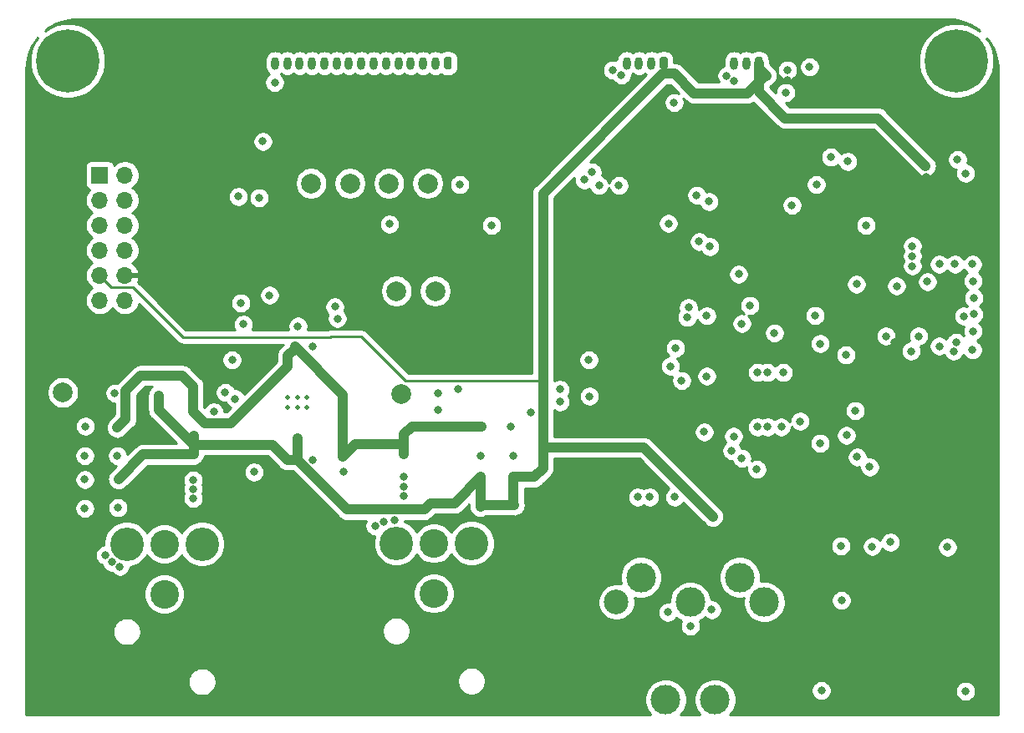
<source format=gbr>
%TF.GenerationSoftware,KiCad,Pcbnew,(5.1.6-0-10_14)*%
%TF.CreationDate,2021-01-19T18:17:05+00:00*%
%TF.ProjectId,lawrencebutton,6c617772-656e-4636-9562-7574746f6e2e,rev?*%
%TF.SameCoordinates,Original*%
%TF.FileFunction,Copper,L3,Inr*%
%TF.FilePolarity,Positive*%
%FSLAX46Y46*%
G04 Gerber Fmt 4.6, Leading zero omitted, Abs format (unit mm)*
G04 Created by KiCad (PCBNEW (5.1.6-0-10_14)) date 2021-01-19 18:17:05*
%MOMM*%
%LPD*%
G01*
G04 APERTURE LIST*
%TA.AperFunction,ViaPad*%
%ADD10C,3.000000*%
%TD*%
%TA.AperFunction,ViaPad*%
%ADD11C,2.500000*%
%TD*%
%TA.AperFunction,ViaPad*%
%ADD12R,1.700000X1.700000*%
%TD*%
%TA.AperFunction,ViaPad*%
%ADD13O,1.700000X1.700000*%
%TD*%
%TA.AperFunction,ViaPad*%
%ADD14C,2.000000*%
%TD*%
%TA.AperFunction,ViaPad*%
%ADD15C,3.400000*%
%TD*%
%TA.AperFunction,ViaPad*%
%ADD16C,2.900000*%
%TD*%
%TA.AperFunction,ViaPad*%
%ADD17O,0.800000X1.300000*%
%TD*%
%TA.AperFunction,ViaPad*%
%ADD18C,0.500000*%
%TD*%
%TA.AperFunction,ViaPad*%
%ADD19C,6.400000*%
%TD*%
%TA.AperFunction,ViaPad*%
%ADD20C,0.800000*%
%TD*%
%TA.AperFunction,Conductor*%
%ADD21C,1.000000*%
%TD*%
%TA.AperFunction,Conductor*%
%ADD22C,0.250000*%
%TD*%
%TA.AperFunction,Conductor*%
%ADD23C,0.254000*%
%TD*%
G04 APERTURE END LIST*
D10*
%TO.N,N/C*%
%TO.C,J2*%
X16296000Y-130215000D03*
X21296000Y-130215000D03*
%TO.N,GND*%
X18796000Y-120315000D03*
%TO.N,Net-(J2-Pad1)*%
X26296000Y-120315000D03*
D11*
%TO.N,Net-(J2-Pad3)*%
X11296000Y-120315000D03*
D10*
%TO.N,Net-(FB4-Pad2)*%
X23796000Y-117815000D03*
%TO.N,Net-(FB3-Pad1)*%
X13796000Y-117815000D03*
%TD*%
D12*
%TO.N,GPIO1*%
%TO.C,J12*%
X-41021000Y-77025500D03*
D13*
%TO.N,GPIO2*%
X-38481000Y-77025500D03*
%TO.N,GPIO3*%
X-41021000Y-79565500D03*
%TO.N,GPIO4*%
X-38481000Y-79565500D03*
%TO.N,GPIO5*%
X-41021000Y-82105500D03*
%TO.N,GPIO6*%
X-38481000Y-82105500D03*
%TO.N,GPIO7*%
X-41021000Y-84645500D03*
%TO.N,GPIO8*%
X-38481000Y-84645500D03*
%TO.N,+5V*%
X-41021000Y-87185500D03*
%TO.N,+3V3*%
X-38481000Y-87185500D03*
%TO.N,GND*%
X-41021000Y-89725500D03*
X-38481000Y-89725500D03*
%TD*%
D14*
%TO.N,I2C1_SDA*%
%TO.C,TP8*%
X-10985500Y-88773000D03*
%TD*%
D15*
%TO.N,OUTL_P*%
%TO.C,J3*%
X-30670500Y-114427000D03*
%TO.N,GND*%
X-38290500Y-114427000D03*
D16*
%TO.N,OUTL_N*%
X-34480500Y-114427000D03*
%TO.N,Net-(J3-PadG)*%
X-34480500Y-119507000D03*
%TD*%
%TO.N,Net-(J4-PadG)*%
%TO.C,J4*%
X-7175500Y-119443500D03*
%TO.N,OUTR_N*%
X-7175500Y-114363500D03*
D15*
%TO.N,GND*%
X-10985500Y-114363500D03*
%TO.N,OUTR_P*%
X-3365500Y-114363500D03*
%TD*%
%TO.N,+5V*%
%TO.C,J8*%
%TA.AperFunction,ViaPad*%
G36*
G01*
X26117500Y-65209000D02*
X26117500Y-66109000D01*
G75*
G02*
X25917500Y-66309000I-200000J0D01*
G01*
X25517500Y-66309000D01*
G75*
G02*
X25317500Y-66109000I0J200000D01*
G01*
X25317500Y-65209000D01*
G75*
G02*
X25517500Y-65009000I200000J0D01*
G01*
X25917500Y-65009000D01*
G75*
G02*
X26117500Y-65209000I0J-200000D01*
G01*
G37*
%TD.AperFunction*%
D17*
%TO.N,WS2812_5V*%
X24467500Y-65659000D03*
%TO.N,GND*%
X23217500Y-65659000D03*
%TD*%
D18*
%TO.N,GND*%
%TO.C,U7*%
X-20018500Y-99576000D03*
X-20018500Y-100576000D03*
X-21018500Y-99576000D03*
X-21018500Y-100576000D03*
X-22018500Y-99576000D03*
X-22018500Y-100576000D03*
%TD*%
%TO.N,LCD_A*%
%TO.C,J7*%
%TA.AperFunction,ViaPad*%
G36*
G01*
X-5378500Y-65209000D02*
X-5378500Y-66109000D01*
G75*
G02*
X-5578500Y-66309000I-200000J0D01*
G01*
X-5978500Y-66309000D01*
G75*
G02*
X-6178500Y-66109000I0J200000D01*
G01*
X-6178500Y-65209000D01*
G75*
G02*
X-5978500Y-65009000I200000J0D01*
G01*
X-5578500Y-65009000D01*
G75*
G02*
X-5378500Y-65209000I0J-200000D01*
G01*
G37*
%TD.AperFunction*%
D17*
%TO.N,LCD_B*%
X-7028500Y-65659000D03*
%TO.N,LCD_C*%
X-8278500Y-65659000D03*
%TO.N,LCD_D*%
X-9528500Y-65659000D03*
%TO.N,LCD_E*%
X-10778500Y-65659000D03*
%TO.N,LCD_F*%
X-12028500Y-65659000D03*
%TO.N,LCD_G*%
X-13278500Y-65659000D03*
%TO.N,LCD_DP*%
X-14528500Y-65659000D03*
%TO.N,LCD_DIG1CC*%
X-15778500Y-65659000D03*
%TO.N,LCD_DIG2CC*%
X-17028500Y-65659000D03*
%TO.N,B_PREV*%
X-18278500Y-65659000D03*
%TO.N,B_NEXT*%
X-19528500Y-65659000D03*
%TO.N,B_STOP*%
X-20778500Y-65659000D03*
%TO.N,NRST*%
X-22028500Y-65659000D03*
%TO.N,GND*%
X-23278500Y-65659000D03*
%TD*%
D14*
%TO.N,I2S_MCK*%
%TO.C,TP1*%
X-7810500Y-77851000D03*
%TD*%
%TO.N,I2S_CK*%
%TO.C,TP2*%
X-11747500Y-77851000D03*
%TD*%
%TO.N,I2S_WS*%
%TO.C,TP3*%
X-19621500Y-77851000D03*
%TD*%
%TO.N,I2S_SD*%
%TO.C,TP4*%
X-15684500Y-77851000D03*
%TD*%
%TO.N,DAC_OUTL*%
%TO.C,TP5*%
X-44767500Y-99060000D03*
%TD*%
%TO.N,DAC_OUTR*%
%TO.C,TP6*%
X-10477500Y-99187000D03*
%TD*%
%TO.N,I2C1_SCL*%
%TO.C,TP7*%
X-7048500Y-88773000D03*
%TD*%
%TO.N,+5V*%
%TO.C,J9*%
%TA.AperFunction,ViaPad*%
G36*
G01*
X16489000Y-65209000D02*
X16489000Y-66109000D01*
G75*
G02*
X16289000Y-66309000I-200000J0D01*
G01*
X15889000Y-66309000D01*
G75*
G02*
X15689000Y-66109000I0J200000D01*
G01*
X15689000Y-65209000D01*
G75*
G02*
X15889000Y-65009000I200000J0D01*
G01*
X16289000Y-65009000D01*
G75*
G02*
X16489000Y-65209000I0J-200000D01*
G01*
G37*
%TD.AperFunction*%
D17*
%TO.N,Net-(J9-Pad2)*%
X14839000Y-65659000D03*
%TO.N,Net-(J9-Pad3)*%
X13589000Y-65659000D03*
%TO.N,GND*%
X12339000Y-65659000D03*
%TD*%
D19*
%TO.N,N/C*%
%TO.C,H1*%
X-44263000Y-65438000D03*
D20*
X-41863000Y-65438000D03*
X-42565944Y-67135056D03*
X-44263000Y-67838000D03*
X-45960056Y-67135056D03*
X-46663000Y-65438000D03*
X-45960056Y-63740944D03*
X-44263000Y-63038000D03*
X-42565944Y-63740944D03*
%TD*%
%TO.N,N/C*%
%TO.C,H2*%
X47434056Y-63740944D03*
X45737000Y-63038000D03*
X44039944Y-63740944D03*
X43337000Y-65438000D03*
X44039944Y-67135056D03*
X45737000Y-67838000D03*
X47434056Y-67135056D03*
X48137000Y-65438000D03*
D19*
X45737000Y-65438000D03*
%TD*%
D20*
%TO.N,+5V*%
X30734000Y-71247000D03*
%TO.N,+3V3*%
X39433500Y-93980000D03*
%TO.N,+5V*%
X25717500Y-67564000D03*
X28384500Y-71247000D03*
X26479500Y-66929000D03*
X21082000Y-111633000D03*
X-2413000Y-107632500D03*
X889000Y-107632500D03*
X952500Y-110490000D03*
X-2476500Y-110617000D03*
X-31496000Y-103441500D03*
X-31496000Y-104394000D03*
X-31559500Y-105346500D03*
X-21018500Y-105918000D03*
X-39116000Y-107823000D03*
X-42545000Y-107886500D03*
X-42545000Y-110807500D03*
X-39179500Y-110744000D03*
X42608500Y-76073000D03*
X3873500Y-97853500D03*
X-35052000Y-99377500D03*
X16002004Y-66738500D03*
X17208494Y-66738500D03*
%TO.N,GND*%
X45720000Y-93980000D03*
X46482000Y-91313000D03*
X42799000Y-87820500D03*
X47371000Y-86042500D03*
X36576000Y-82105500D03*
X30861000Y-66040000D03*
X33020000Y-75184000D03*
X23241000Y-67500500D03*
X22479000Y-66929000D03*
X11811000Y-66865500D03*
X10922000Y-66357500D03*
X-11684000Y-81978500D03*
X-19431000Y-94424500D03*
X-25400000Y-107124500D03*
X-16319500Y-107124500D03*
X-10223500Y-108585000D03*
X-31559500Y-108839000D03*
X-12255500Y-112204500D03*
X-13144500Y-112585500D03*
X-4699000Y-98742500D03*
X5588000Y-98742500D03*
X5588000Y-100012500D03*
X8572500Y-99441000D03*
X8509000Y-95758000D03*
%TO.N,+3V3*%
X36385500Y-99631500D03*
%TO.N,GND*%
X37211000Y-114681000D03*
X44831000Y-114744500D03*
X34099500Y-120142000D03*
X46672500Y-129349500D03*
X-39497000Y-99123500D03*
X-28321000Y-99060000D03*
X-29464000Y-101028500D03*
X-26733500Y-89979500D03*
X-26479500Y-92138500D03*
X-1333500Y-82105500D03*
X-31559500Y-109791500D03*
X-31559500Y-107950000D03*
X-10223500Y-107632500D03*
X-10223500Y-109537500D03*
X-40449500Y-115570000D03*
X-39814500Y-116268500D03*
X-38989000Y-116713000D03*
X-24511000Y-73596500D03*
X-24892000Y-79311500D03*
X-26987500Y-79184500D03*
X28638500Y-66357500D03*
X39052500Y-114236500D03*
X32067500Y-129286000D03*
X34036000Y-114617500D03*
X-11176000Y-112034510D03*
X-19478675Y-105902175D03*
X35623500Y-88074500D03*
X38608000Y-93345000D03*
X-20955000Y-92329000D03*
X34734492Y-75628500D03*
X41910000Y-93345000D03*
X35496500Y-100901500D03*
X28448000Y-68643500D03*
X-17208500Y-90360500D03*
X-16954504Y-91567000D03*
%TO.N,+3V3*%
X39433500Y-95694500D03*
X39433500Y-83312000D03*
X38608000Y-85661500D03*
X34671000Y-81089500D03*
X44005500Y-77851000D03*
X40322500Y-67881500D03*
X40322500Y-66865500D03*
X28638500Y-67373500D03*
X30924500Y-68389500D03*
X-1460500Y-80518000D03*
X-27686000Y-88201500D03*
X14922500Y-97028000D03*
X45148500Y-108648500D03*
X-25781000Y-81470500D03*
X-26098500Y-73596500D03*
X42658922Y-77171853D03*
X32893000Y-108140502D03*
X37147504Y-110998000D03*
X40386000Y-108267500D03*
X34734500Y-77216000D03*
X30797506Y-107950000D03*
X-17938748Y-92487748D03*
%TO.N,-5V*%
X-21272500Y-94424500D03*
X-21971000Y-95313500D03*
X-16383000Y-105537000D03*
X-2349500Y-102489000D03*
X889000Y-105473500D03*
X-2413000Y-105473500D03*
X-39243000Y-105473500D03*
X-31559500Y-101028500D03*
X-42481500Y-102489000D03*
X-42545000Y-105473500D03*
X-10223500Y-104330500D03*
X-10223500Y-103314500D03*
X-10223500Y-105346500D03*
X-39243000Y-102616000D03*
X645113Y-102493111D03*
X2603500Y-101092000D03*
%TO.N,OUTL_P*%
X-27305000Y-99695000D03*
X-27622500Y-95758000D03*
%TO.N,OUTR_N*%
X-6731000Y-99123500D03*
X-6731000Y-100838000D03*
%TO.N,SDIO_D1*%
X26606500Y-102552500D03*
X26606500Y-97028000D03*
%TO.N,SDIO_D2*%
X24003000Y-105727500D03*
%TO.N,SDIO_D3*%
X25527255Y-106859143D03*
%TO.N,SDIO_D0*%
X28194000Y-97028000D03*
X28010418Y-102568416D03*
%TO.N,SDIO_CD*%
X25590500Y-102552500D03*
X25590500Y-97028000D03*
%TO.N,SWO*%
X23177500Y-103505000D03*
X29908500Y-101981000D03*
%TO.N,+3V3*%
X12128500Y-109664500D03*
%TO.N,GND*%
X17208500Y-109664500D03*
X14668500Y-109664500D03*
X13462000Y-109664500D03*
X34544000Y-95250000D03*
X31432500Y-91249500D03*
X24828500Y-90233500D03*
X44005500Y-86042500D03*
X45593000Y-86042500D03*
X47434500Y-87757000D03*
X47498000Y-89471500D03*
X47498000Y-91122500D03*
X47434500Y-92837000D03*
X47371000Y-94742000D03*
X45466000Y-94869000D03*
X44005500Y-94361000D03*
X39687500Y-88265000D03*
X-23304500Y-67627500D03*
X19431000Y-79057500D03*
X20687814Y-79705686D03*
X-23826424Y-89204948D03*
X17907000Y-97853500D03*
X16764000Y-96393000D03*
X20446990Y-97409000D03*
X34616115Y-103414990D03*
X45847000Y-75438000D03*
X46672500Y-76835000D03*
X41275000Y-86233000D03*
X41275000Y-85217000D03*
X41148000Y-94869000D03*
X41275000Y-84201000D03*
X20955000Y-121094500D03*
X16510000Y-121348500D03*
X18796000Y-122745498D03*
%TO.N,+3V3*%
X40322484Y-69875000D03*
X40322500Y-68961016D03*
X19177000Y-80327500D03*
X20447000Y-99568000D03*
X38290500Y-108267500D03*
X42291000Y-108140496D03*
%TO.N,SDIO_D2*%
X35687000Y-105600500D03*
%TO.N,SDIO_D3*%
X36957000Y-106616501D03*
%TO.N,NRST*%
X31940500Y-94107000D03*
X-4572000Y-77978000D03*
X16573500Y-81915000D03*
X20193000Y-103060500D03*
%TO.N,Net-(J9-Pad2)*%
X17145000Y-69659500D03*
X17298510Y-94551500D03*
%TO.N,BOOT1*%
X29083000Y-80073500D03*
X31559500Y-77978000D03*
%TO.N,MIDI_OUT_5V*%
X31940500Y-104203500D03*
X22987000Y-104965500D03*
%TO.N,I2S_MCK*%
X19685000Y-83756500D03*
X20452976Y-91289540D03*
%TO.N,I2S_WS*%
X20764500Y-84264500D03*
X23685500Y-87058500D03*
X11557000Y-78072979D03*
X8847215Y-76716029D03*
%TO.N,I2S_SD*%
X8053453Y-77502012D03*
X9550579Y-78072979D03*
%TO.N,I2C1_SCL*%
X24003000Y-92075000D03*
X18608517Y-90442203D03*
%TO.N,I2C1_SDA*%
X27305000Y-93027500D03*
X18478500Y-91440000D03*
%TD*%
D21*
%TO.N,+5V*%
X25717500Y-66167000D02*
X26479500Y-66929000D01*
X25717500Y-65659000D02*
X25717500Y-66167000D01*
X26352500Y-66929000D02*
X25717500Y-67564000D01*
X26479500Y-66929000D02*
X26352500Y-66929000D01*
X25717500Y-68580000D02*
X28384500Y-71247000D01*
X25717500Y-67564000D02*
X25717500Y-68580000D01*
X28384500Y-71247000D02*
X30734000Y-71247000D01*
X37782500Y-71247000D02*
X42608500Y-76073000D01*
X30734000Y-71247000D02*
X37782500Y-71247000D01*
X25717500Y-65659000D02*
X25717500Y-67564000D01*
X889000Y-110426500D02*
X952500Y-110490000D01*
X889000Y-107632500D02*
X889000Y-110426500D01*
X-2349500Y-110490000D02*
X-2476500Y-110617000D01*
X952500Y-110490000D02*
X-2349500Y-110490000D01*
X-2413000Y-110426500D02*
X-2349500Y-110490000D01*
X-2413000Y-107632500D02*
X-2413000Y-110426500D01*
X-5102165Y-110321665D02*
X-7515165Y-110321665D01*
X-2413000Y-107632500D02*
X-5102165Y-110321665D01*
X-7515165Y-110321665D02*
X-8128000Y-110934500D01*
X-8128000Y-110934500D02*
X-16002000Y-110934500D01*
X-16002000Y-110934500D02*
X-21018500Y-105918000D01*
X-21018500Y-105918000D02*
X-22034500Y-105918000D01*
X-23558500Y-104394000D02*
X-31496000Y-104394000D01*
X-22034500Y-105918000D02*
X-23558500Y-104394000D01*
X-31496000Y-104394000D02*
X-31496000Y-103441500D01*
X-31496000Y-105283000D02*
X-31559500Y-105346500D01*
X-31496000Y-104394000D02*
X-31496000Y-105283000D01*
X-36639500Y-105346500D02*
X-39116000Y-107823000D01*
X-31559500Y-105346500D02*
X-36639500Y-105346500D01*
X-21018500Y-105918000D02*
X-21018500Y-103695500D01*
X14097000Y-104648000D02*
X21082000Y-111633000D01*
X3873500Y-104648000D02*
X14097000Y-104648000D01*
X2984500Y-107632500D02*
X889000Y-107632500D01*
X3873500Y-106743500D02*
X2984500Y-107632500D01*
X3873500Y-104648000D02*
X3873500Y-106743500D01*
X3873500Y-97853500D02*
X3873500Y-103863002D01*
X3873500Y-103863002D02*
X3873500Y-104648000D01*
X-31496000Y-104394000D02*
X-35052000Y-100838000D01*
X-35052000Y-100838000D02*
X-35052000Y-99377500D01*
D22*
X-17685999Y-93435001D02*
X-17622499Y-93371501D01*
X-32612499Y-93435001D02*
X-17685999Y-93435001D01*
X3307815Y-97853500D02*
X3873500Y-97853500D01*
X-14549001Y-93371501D02*
X-10067002Y-97853500D01*
X-17622499Y-93371501D02*
X-14549001Y-93371501D01*
X-10067002Y-97853500D02*
X3307815Y-97853500D01*
X-39845999Y-88360501D02*
X-37686999Y-88360501D01*
X-41021000Y-87185500D02*
X-39845999Y-88360501D01*
X-37686999Y-88360501D02*
X-36226750Y-89820750D01*
X-36226750Y-89820750D02*
X-32612499Y-93435001D01*
X-36512500Y-89535000D02*
X-36226750Y-89820750D01*
D21*
X3873500Y-97853500D02*
X3873500Y-78867004D01*
X3873500Y-78867004D02*
X16002004Y-66738500D01*
X16891000Y-66738500D02*
X17208494Y-66738500D01*
X25717500Y-67564000D02*
X24574500Y-68707000D01*
X19176994Y-68707000D02*
X17208494Y-66738500D01*
X16002004Y-66738500D02*
X16891000Y-66738500D01*
X24574500Y-68707000D02*
X19176994Y-68707000D01*
%TO.N,-5V*%
X-9398000Y-102489000D02*
X-10223500Y-103314500D01*
X-2349500Y-102489000D02*
X-9398000Y-102489000D01*
X-10223500Y-103314500D02*
X-10223500Y-105346500D01*
X-15176500Y-104330500D02*
X-16383000Y-105537000D01*
X-10223500Y-104330500D02*
X-15176500Y-104330500D01*
X-16383000Y-99314000D02*
X-21272500Y-94424500D01*
X-16383000Y-105537000D02*
X-16383000Y-99314000D01*
X-21272500Y-94615000D02*
X-21971000Y-95313500D01*
X-21272500Y-94424500D02*
X-21272500Y-94615000D01*
X-21971000Y-95313500D02*
X-21971000Y-96393000D01*
X-21971000Y-96393000D02*
X-27749500Y-102171500D01*
X-30416500Y-102171500D02*
X-31559500Y-101028500D01*
X-27749500Y-102171500D02*
X-30416500Y-102171500D01*
X-38396999Y-101769999D02*
X-38396999Y-98848999D01*
X-39243000Y-102616000D02*
X-38396999Y-101769999D01*
X-38396999Y-98848999D02*
X-36893500Y-97345500D01*
X-36893500Y-97345500D02*
X-32639000Y-97345500D01*
X-31559500Y-98425000D02*
X-31559500Y-101028500D01*
X-32639000Y-97345500D02*
X-31559500Y-98425000D01*
%TD*%
D23*
%TO.N,+3V3*%
G36*
X45596504Y-61246143D02*
G01*
X46432929Y-61456238D01*
X47223810Y-61800123D01*
X47947902Y-62268560D01*
X48090203Y-62398045D01*
X47553554Y-62039467D01*
X46855628Y-61750377D01*
X46114715Y-61603000D01*
X45359285Y-61603000D01*
X44618372Y-61750377D01*
X43920446Y-62039467D01*
X43292330Y-62459161D01*
X42758161Y-62993330D01*
X42338467Y-63621446D01*
X42049377Y-64319372D01*
X41902000Y-65060285D01*
X41902000Y-65815715D01*
X42049377Y-66556628D01*
X42338467Y-67254554D01*
X42758161Y-67882670D01*
X43292330Y-68416839D01*
X43920446Y-68836533D01*
X44618372Y-69125623D01*
X45359285Y-69273000D01*
X46114715Y-69273000D01*
X46855628Y-69125623D01*
X47553554Y-68836533D01*
X48181670Y-68416839D01*
X48715839Y-67882670D01*
X49135533Y-67254554D01*
X49424623Y-66556628D01*
X49572000Y-65815715D01*
X49572000Y-65060285D01*
X49424623Y-64319372D01*
X49135533Y-63621446D01*
X48804145Y-63125489D01*
X49120265Y-63525767D01*
X49537049Y-64280769D01*
X49824927Y-65093713D01*
X49978427Y-65955453D01*
X50002000Y-66455320D01*
X50002001Y-131703000D01*
X22827346Y-131703000D01*
X22954363Y-131575983D01*
X23188012Y-131226302D01*
X23348953Y-130837756D01*
X23431000Y-130425279D01*
X23431000Y-130004721D01*
X23348953Y-129592244D01*
X23188012Y-129203698D01*
X23174891Y-129184061D01*
X31032500Y-129184061D01*
X31032500Y-129387939D01*
X31072274Y-129587898D01*
X31150295Y-129776256D01*
X31263563Y-129945774D01*
X31407726Y-130089937D01*
X31577244Y-130203205D01*
X31765602Y-130281226D01*
X31965561Y-130321000D01*
X32169439Y-130321000D01*
X32369398Y-130281226D01*
X32557756Y-130203205D01*
X32727274Y-130089937D01*
X32871437Y-129945774D01*
X32984705Y-129776256D01*
X33062726Y-129587898D01*
X33102500Y-129387939D01*
X33102500Y-129247561D01*
X45637500Y-129247561D01*
X45637500Y-129451439D01*
X45677274Y-129651398D01*
X45755295Y-129839756D01*
X45868563Y-130009274D01*
X46012726Y-130153437D01*
X46182244Y-130266705D01*
X46370602Y-130344726D01*
X46570561Y-130384500D01*
X46774439Y-130384500D01*
X46974398Y-130344726D01*
X47162756Y-130266705D01*
X47332274Y-130153437D01*
X47476437Y-130009274D01*
X47589705Y-129839756D01*
X47667726Y-129651398D01*
X47707500Y-129451439D01*
X47707500Y-129247561D01*
X47667726Y-129047602D01*
X47589705Y-128859244D01*
X47476437Y-128689726D01*
X47332274Y-128545563D01*
X47162756Y-128432295D01*
X46974398Y-128354274D01*
X46774439Y-128314500D01*
X46570561Y-128314500D01*
X46370602Y-128354274D01*
X46182244Y-128432295D01*
X46012726Y-128545563D01*
X45868563Y-128689726D01*
X45755295Y-128859244D01*
X45677274Y-129047602D01*
X45637500Y-129247561D01*
X33102500Y-129247561D01*
X33102500Y-129184061D01*
X33062726Y-128984102D01*
X32984705Y-128795744D01*
X32871437Y-128626226D01*
X32727274Y-128482063D01*
X32557756Y-128368795D01*
X32369398Y-128290774D01*
X32169439Y-128251000D01*
X31965561Y-128251000D01*
X31765602Y-128290774D01*
X31577244Y-128368795D01*
X31407726Y-128482063D01*
X31263563Y-128626226D01*
X31150295Y-128795744D01*
X31072274Y-128984102D01*
X31032500Y-129184061D01*
X23174891Y-129184061D01*
X22954363Y-128854017D01*
X22656983Y-128556637D01*
X22307302Y-128322988D01*
X21918756Y-128162047D01*
X21506279Y-128080000D01*
X21085721Y-128080000D01*
X20673244Y-128162047D01*
X20284698Y-128322988D01*
X19935017Y-128556637D01*
X19637637Y-128854017D01*
X19403988Y-129203698D01*
X19243047Y-129592244D01*
X19161000Y-130004721D01*
X19161000Y-130425279D01*
X19243047Y-130837756D01*
X19403988Y-131226302D01*
X19637637Y-131575983D01*
X19764654Y-131703000D01*
X17827346Y-131703000D01*
X17954363Y-131575983D01*
X18188012Y-131226302D01*
X18348953Y-130837756D01*
X18431000Y-130425279D01*
X18431000Y-130004721D01*
X18348953Y-129592244D01*
X18188012Y-129203698D01*
X17954363Y-128854017D01*
X17656983Y-128556637D01*
X17307302Y-128322988D01*
X16918756Y-128162047D01*
X16506279Y-128080000D01*
X16085721Y-128080000D01*
X15673244Y-128162047D01*
X15284698Y-128322988D01*
X14935017Y-128556637D01*
X14637637Y-128854017D01*
X14403988Y-129203698D01*
X14243047Y-129592244D01*
X14161000Y-130004721D01*
X14161000Y-130425279D01*
X14243047Y-130837756D01*
X14403988Y-131226302D01*
X14637637Y-131575983D01*
X14764654Y-131703000D01*
X-48528000Y-131703000D01*
X-48528000Y-128255665D01*
X-32105500Y-128255665D01*
X-32105500Y-128538335D01*
X-32050353Y-128815574D01*
X-31942180Y-129076727D01*
X-31785137Y-129311759D01*
X-31585259Y-129511637D01*
X-31350227Y-129668680D01*
X-31089074Y-129776853D01*
X-30811835Y-129832000D01*
X-30529165Y-129832000D01*
X-30251926Y-129776853D01*
X-29990773Y-129668680D01*
X-29755741Y-129511637D01*
X-29555863Y-129311759D01*
X-29398820Y-129076727D01*
X-29290647Y-128815574D01*
X-29235500Y-128538335D01*
X-29235500Y-128255665D01*
X-29248131Y-128192165D01*
X-4800500Y-128192165D01*
X-4800500Y-128474835D01*
X-4745353Y-128752074D01*
X-4637180Y-129013227D01*
X-4480137Y-129248259D01*
X-4280259Y-129448137D01*
X-4045227Y-129605180D01*
X-3784074Y-129713353D01*
X-3506835Y-129768500D01*
X-3224165Y-129768500D01*
X-2946926Y-129713353D01*
X-2685773Y-129605180D01*
X-2450741Y-129448137D01*
X-2250863Y-129248259D01*
X-2093820Y-129013227D01*
X-1985647Y-128752074D01*
X-1930500Y-128474835D01*
X-1930500Y-128192165D01*
X-1985647Y-127914926D01*
X-2093820Y-127653773D01*
X-2250863Y-127418741D01*
X-2450741Y-127218863D01*
X-2685773Y-127061820D01*
X-2946926Y-126953647D01*
X-3224165Y-126898500D01*
X-3506835Y-126898500D01*
X-3784074Y-126953647D01*
X-4045227Y-127061820D01*
X-4280259Y-127218863D01*
X-4480137Y-127418741D01*
X-4637180Y-127653773D01*
X-4745353Y-127914926D01*
X-4800500Y-128192165D01*
X-29248131Y-128192165D01*
X-29290647Y-127978426D01*
X-29398820Y-127717273D01*
X-29555863Y-127482241D01*
X-29755741Y-127282363D01*
X-29990773Y-127125320D01*
X-30251926Y-127017147D01*
X-30529165Y-126962000D01*
X-30811835Y-126962000D01*
X-31089074Y-127017147D01*
X-31350227Y-127125320D01*
X-31585259Y-127282363D01*
X-31785137Y-127482241D01*
X-31942180Y-127717273D01*
X-32050353Y-127978426D01*
X-32105500Y-128255665D01*
X-48528000Y-128255665D01*
X-48528000Y-123175665D01*
X-39725500Y-123175665D01*
X-39725500Y-123458335D01*
X-39670353Y-123735574D01*
X-39562180Y-123996727D01*
X-39405137Y-124231759D01*
X-39205259Y-124431637D01*
X-38970227Y-124588680D01*
X-38709074Y-124696853D01*
X-38431835Y-124752000D01*
X-38149165Y-124752000D01*
X-37871926Y-124696853D01*
X-37610773Y-124588680D01*
X-37375741Y-124431637D01*
X-37175863Y-124231759D01*
X-37018820Y-123996727D01*
X-36910647Y-123735574D01*
X-36855500Y-123458335D01*
X-36855500Y-123175665D01*
X-36868131Y-123112165D01*
X-12420500Y-123112165D01*
X-12420500Y-123394835D01*
X-12365353Y-123672074D01*
X-12257180Y-123933227D01*
X-12100137Y-124168259D01*
X-11900259Y-124368137D01*
X-11665227Y-124525180D01*
X-11404074Y-124633353D01*
X-11126835Y-124688500D01*
X-10844165Y-124688500D01*
X-10566926Y-124633353D01*
X-10305773Y-124525180D01*
X-10070741Y-124368137D01*
X-9870863Y-124168259D01*
X-9713820Y-123933227D01*
X-9605647Y-123672074D01*
X-9550500Y-123394835D01*
X-9550500Y-123112165D01*
X-9605647Y-122834926D01*
X-9713820Y-122573773D01*
X-9870863Y-122338741D01*
X-10070741Y-122138863D01*
X-10305773Y-121981820D01*
X-10566926Y-121873647D01*
X-10844165Y-121818500D01*
X-11126835Y-121818500D01*
X-11404074Y-121873647D01*
X-11665227Y-121981820D01*
X-11900259Y-122138863D01*
X-12100137Y-122338741D01*
X-12257180Y-122573773D01*
X-12365353Y-122834926D01*
X-12420500Y-123112165D01*
X-36868131Y-123112165D01*
X-36910647Y-122898426D01*
X-37018820Y-122637273D01*
X-37175863Y-122402241D01*
X-37375741Y-122202363D01*
X-37610773Y-122045320D01*
X-37871926Y-121937147D01*
X-38149165Y-121882000D01*
X-38431835Y-121882000D01*
X-38709074Y-121937147D01*
X-38970227Y-122045320D01*
X-39205259Y-122202363D01*
X-39405137Y-122402241D01*
X-39562180Y-122637273D01*
X-39670353Y-122898426D01*
X-39725500Y-123175665D01*
X-48528000Y-123175665D01*
X-48528000Y-119301645D01*
X-36565500Y-119301645D01*
X-36565500Y-119712355D01*
X-36485374Y-120115172D01*
X-36328203Y-120494618D01*
X-36100025Y-120836110D01*
X-35809610Y-121126525D01*
X-35468118Y-121354703D01*
X-35088672Y-121511874D01*
X-34685855Y-121592000D01*
X-34275145Y-121592000D01*
X-33872328Y-121511874D01*
X-33492882Y-121354703D01*
X-33151390Y-121126525D01*
X-32860975Y-120836110D01*
X-32632797Y-120494618D01*
X-32475626Y-120115172D01*
X-32395500Y-119712355D01*
X-32395500Y-119301645D01*
X-32408131Y-119238145D01*
X-9260500Y-119238145D01*
X-9260500Y-119648855D01*
X-9180374Y-120051672D01*
X-9023203Y-120431118D01*
X-8795025Y-120772610D01*
X-8504610Y-121063025D01*
X-8163118Y-121291203D01*
X-7783672Y-121448374D01*
X-7380855Y-121528500D01*
X-6970145Y-121528500D01*
X-6567328Y-121448374D01*
X-6187882Y-121291203D01*
X-5846390Y-121063025D01*
X-5555975Y-120772610D01*
X-5327797Y-120431118D01*
X-5202799Y-120129344D01*
X9411000Y-120129344D01*
X9411000Y-120500656D01*
X9483439Y-120864834D01*
X9625534Y-121207882D01*
X9831825Y-121516618D01*
X10094382Y-121779175D01*
X10403118Y-121985466D01*
X10746166Y-122127561D01*
X11110344Y-122200000D01*
X11481656Y-122200000D01*
X11845834Y-122127561D01*
X12188882Y-121985466D01*
X12497618Y-121779175D01*
X12760175Y-121516618D01*
X12940621Y-121246561D01*
X15475000Y-121246561D01*
X15475000Y-121450439D01*
X15514774Y-121650398D01*
X15592795Y-121838756D01*
X15706063Y-122008274D01*
X15850226Y-122152437D01*
X16019744Y-122265705D01*
X16208102Y-122343726D01*
X16408061Y-122383500D01*
X16611939Y-122383500D01*
X16811898Y-122343726D01*
X17000256Y-122265705D01*
X17169774Y-122152437D01*
X17313937Y-122008274D01*
X17376418Y-121914764D01*
X17435017Y-121973363D01*
X17784698Y-122207012D01*
X17883638Y-122247994D01*
X17878795Y-122255242D01*
X17800774Y-122443600D01*
X17761000Y-122643559D01*
X17761000Y-122847437D01*
X17800774Y-123047396D01*
X17878795Y-123235754D01*
X17992063Y-123405272D01*
X18136226Y-123549435D01*
X18305744Y-123662703D01*
X18494102Y-123740724D01*
X18694061Y-123780498D01*
X18897939Y-123780498D01*
X19097898Y-123740724D01*
X19286256Y-123662703D01*
X19455774Y-123549435D01*
X19599937Y-123405272D01*
X19713205Y-123235754D01*
X19791226Y-123047396D01*
X19831000Y-122847437D01*
X19831000Y-122643559D01*
X19791226Y-122443600D01*
X19713205Y-122255242D01*
X19708362Y-122247994D01*
X19807302Y-122207012D01*
X20156983Y-121973363D01*
X20263568Y-121866779D01*
X20295226Y-121898437D01*
X20464744Y-122011705D01*
X20653102Y-122089726D01*
X20853061Y-122129500D01*
X21056939Y-122129500D01*
X21256898Y-122089726D01*
X21445256Y-122011705D01*
X21614774Y-121898437D01*
X21758937Y-121754274D01*
X21872205Y-121584756D01*
X21950226Y-121396398D01*
X21990000Y-121196439D01*
X21990000Y-120992561D01*
X21950226Y-120792602D01*
X21872205Y-120604244D01*
X21758937Y-120434726D01*
X21614774Y-120290563D01*
X21445256Y-120177295D01*
X21256898Y-120099274D01*
X21056939Y-120059500D01*
X20922005Y-120059500D01*
X20848953Y-119692244D01*
X20688012Y-119303698D01*
X20454363Y-118954017D01*
X20156983Y-118656637D01*
X19807302Y-118422988D01*
X19418756Y-118262047D01*
X19006279Y-118180000D01*
X18585721Y-118180000D01*
X18173244Y-118262047D01*
X17784698Y-118422988D01*
X17435017Y-118656637D01*
X17137637Y-118954017D01*
X16903988Y-119303698D01*
X16743047Y-119692244D01*
X16661000Y-120104721D01*
X16661000Y-120323259D01*
X16611939Y-120313500D01*
X16408061Y-120313500D01*
X16208102Y-120353274D01*
X16019744Y-120431295D01*
X15850226Y-120544563D01*
X15706063Y-120688726D01*
X15592795Y-120858244D01*
X15514774Y-121046602D01*
X15475000Y-121246561D01*
X12940621Y-121246561D01*
X12966466Y-121207882D01*
X13108561Y-120864834D01*
X13181000Y-120500656D01*
X13181000Y-120129344D01*
X13125034Y-119847984D01*
X13173244Y-119867953D01*
X13585721Y-119950000D01*
X14006279Y-119950000D01*
X14418756Y-119867953D01*
X14807302Y-119707012D01*
X15156983Y-119473363D01*
X15454363Y-119175983D01*
X15688012Y-118826302D01*
X15848953Y-118437756D01*
X15931000Y-118025279D01*
X15931000Y-117604721D01*
X21661000Y-117604721D01*
X21661000Y-118025279D01*
X21743047Y-118437756D01*
X21903988Y-118826302D01*
X22137637Y-119175983D01*
X22435017Y-119473363D01*
X22784698Y-119707012D01*
X23173244Y-119867953D01*
X23585721Y-119950000D01*
X24006279Y-119950000D01*
X24199418Y-119911582D01*
X24161000Y-120104721D01*
X24161000Y-120525279D01*
X24243047Y-120937756D01*
X24403988Y-121326302D01*
X24637637Y-121675983D01*
X24935017Y-121973363D01*
X25284698Y-122207012D01*
X25673244Y-122367953D01*
X26085721Y-122450000D01*
X26506279Y-122450000D01*
X26918756Y-122367953D01*
X27307302Y-122207012D01*
X27656983Y-121973363D01*
X27954363Y-121675983D01*
X28188012Y-121326302D01*
X28348953Y-120937756D01*
X28431000Y-120525279D01*
X28431000Y-120104721D01*
X28418139Y-120040061D01*
X33064500Y-120040061D01*
X33064500Y-120243939D01*
X33104274Y-120443898D01*
X33182295Y-120632256D01*
X33295563Y-120801774D01*
X33439726Y-120945937D01*
X33609244Y-121059205D01*
X33797602Y-121137226D01*
X33997561Y-121177000D01*
X34201439Y-121177000D01*
X34401398Y-121137226D01*
X34589756Y-121059205D01*
X34759274Y-120945937D01*
X34903437Y-120801774D01*
X35016705Y-120632256D01*
X35094726Y-120443898D01*
X35134500Y-120243939D01*
X35134500Y-120040061D01*
X35094726Y-119840102D01*
X35016705Y-119651744D01*
X34903437Y-119482226D01*
X34759274Y-119338063D01*
X34589756Y-119224795D01*
X34401398Y-119146774D01*
X34201439Y-119107000D01*
X33997561Y-119107000D01*
X33797602Y-119146774D01*
X33609244Y-119224795D01*
X33439726Y-119338063D01*
X33295563Y-119482226D01*
X33182295Y-119651744D01*
X33104274Y-119840102D01*
X33064500Y-120040061D01*
X28418139Y-120040061D01*
X28348953Y-119692244D01*
X28188012Y-119303698D01*
X27954363Y-118954017D01*
X27656983Y-118656637D01*
X27307302Y-118422988D01*
X26918756Y-118262047D01*
X26506279Y-118180000D01*
X26085721Y-118180000D01*
X25892582Y-118218418D01*
X25931000Y-118025279D01*
X25931000Y-117604721D01*
X25848953Y-117192244D01*
X25688012Y-116803698D01*
X25454363Y-116454017D01*
X25156983Y-116156637D01*
X24807302Y-115922988D01*
X24418756Y-115762047D01*
X24006279Y-115680000D01*
X23585721Y-115680000D01*
X23173244Y-115762047D01*
X22784698Y-115922988D01*
X22435017Y-116156637D01*
X22137637Y-116454017D01*
X21903988Y-116803698D01*
X21743047Y-117192244D01*
X21661000Y-117604721D01*
X15931000Y-117604721D01*
X15848953Y-117192244D01*
X15688012Y-116803698D01*
X15454363Y-116454017D01*
X15156983Y-116156637D01*
X14807302Y-115922988D01*
X14418756Y-115762047D01*
X14006279Y-115680000D01*
X13585721Y-115680000D01*
X13173244Y-115762047D01*
X12784698Y-115922988D01*
X12435017Y-116156637D01*
X12137637Y-116454017D01*
X11903988Y-116803698D01*
X11743047Y-117192244D01*
X11661000Y-117604721D01*
X11661000Y-118025279D01*
X11743047Y-118437756D01*
X11763016Y-118485966D01*
X11481656Y-118430000D01*
X11110344Y-118430000D01*
X10746166Y-118502439D01*
X10403118Y-118644534D01*
X10094382Y-118850825D01*
X9831825Y-119113382D01*
X9625534Y-119422118D01*
X9483439Y-119765166D01*
X9411000Y-120129344D01*
X-5202799Y-120129344D01*
X-5170626Y-120051672D01*
X-5090500Y-119648855D01*
X-5090500Y-119238145D01*
X-5170626Y-118835328D01*
X-5327797Y-118455882D01*
X-5555975Y-118114390D01*
X-5846390Y-117823975D01*
X-6187882Y-117595797D01*
X-6567328Y-117438626D01*
X-6970145Y-117358500D01*
X-7380855Y-117358500D01*
X-7783672Y-117438626D01*
X-8163118Y-117595797D01*
X-8504610Y-117823975D01*
X-8795025Y-118114390D01*
X-9023203Y-118455882D01*
X-9180374Y-118835328D01*
X-9260500Y-119238145D01*
X-32408131Y-119238145D01*
X-32475626Y-118898828D01*
X-32632797Y-118519382D01*
X-32860975Y-118177890D01*
X-33151390Y-117887475D01*
X-33492882Y-117659297D01*
X-33872328Y-117502126D01*
X-34275145Y-117422000D01*
X-34685855Y-117422000D01*
X-35088672Y-117502126D01*
X-35468118Y-117659297D01*
X-35809610Y-117887475D01*
X-36100025Y-118177890D01*
X-36328203Y-118519382D01*
X-36485374Y-118898828D01*
X-36565500Y-119301645D01*
X-48528000Y-119301645D01*
X-48528000Y-115468061D01*
X-41484500Y-115468061D01*
X-41484500Y-115671939D01*
X-41444726Y-115871898D01*
X-41366705Y-116060256D01*
X-41253437Y-116229774D01*
X-41109274Y-116373937D01*
X-40939756Y-116487205D01*
X-40816084Y-116538432D01*
X-40809726Y-116570398D01*
X-40731705Y-116758756D01*
X-40618437Y-116928274D01*
X-40474274Y-117072437D01*
X-40304756Y-117185705D01*
X-40116398Y-117263726D01*
X-39916439Y-117303500D01*
X-39839224Y-117303500D01*
X-39792937Y-117372774D01*
X-39648774Y-117516937D01*
X-39479256Y-117630205D01*
X-39290898Y-117708226D01*
X-39090939Y-117748000D01*
X-38887061Y-117748000D01*
X-38687102Y-117708226D01*
X-38498744Y-117630205D01*
X-38329226Y-117516937D01*
X-38185063Y-117372774D01*
X-38071795Y-117203256D01*
X-37993774Y-117014898D01*
X-37954000Y-116814939D01*
X-37954000Y-116740811D01*
X-37609406Y-116672267D01*
X-37184463Y-116496250D01*
X-36802024Y-116240713D01*
X-36476787Y-115915476D01*
X-36235164Y-115553861D01*
X-36100025Y-115756110D01*
X-35809610Y-116046525D01*
X-35468118Y-116274703D01*
X-35088672Y-116431874D01*
X-34685855Y-116512000D01*
X-34275145Y-116512000D01*
X-33872328Y-116431874D01*
X-33492882Y-116274703D01*
X-33151390Y-116046525D01*
X-32860975Y-115756110D01*
X-32725836Y-115553861D01*
X-32484213Y-115915476D01*
X-32158976Y-116240713D01*
X-31776537Y-116496250D01*
X-31351594Y-116672267D01*
X-30900477Y-116762000D01*
X-30440523Y-116762000D01*
X-29989406Y-116672267D01*
X-29564463Y-116496250D01*
X-29182024Y-116240713D01*
X-28856787Y-115915476D01*
X-28601250Y-115533037D01*
X-28425233Y-115108094D01*
X-28335500Y-114656977D01*
X-28335500Y-114197023D01*
X-28425233Y-113745906D01*
X-28601250Y-113320963D01*
X-28856787Y-112938524D01*
X-29182024Y-112613287D01*
X-29564463Y-112357750D01*
X-29989406Y-112181733D01*
X-30440523Y-112092000D01*
X-30900477Y-112092000D01*
X-31351594Y-112181733D01*
X-31776537Y-112357750D01*
X-32158976Y-112613287D01*
X-32484213Y-112938524D01*
X-32725836Y-113300139D01*
X-32860975Y-113097890D01*
X-33151390Y-112807475D01*
X-33492882Y-112579297D01*
X-33872328Y-112422126D01*
X-34275145Y-112342000D01*
X-34685855Y-112342000D01*
X-35088672Y-112422126D01*
X-35468118Y-112579297D01*
X-35809610Y-112807475D01*
X-36100025Y-113097890D01*
X-36235164Y-113300139D01*
X-36476787Y-112938524D01*
X-36802024Y-112613287D01*
X-37184463Y-112357750D01*
X-37609406Y-112181733D01*
X-38060523Y-112092000D01*
X-38520477Y-112092000D01*
X-38971594Y-112181733D01*
X-39396537Y-112357750D01*
X-39778976Y-112613287D01*
X-40104213Y-112938524D01*
X-40359750Y-113320963D01*
X-40535767Y-113745906D01*
X-40625500Y-114197023D01*
X-40625500Y-114549732D01*
X-40751398Y-114574774D01*
X-40939756Y-114652795D01*
X-41109274Y-114766063D01*
X-41253437Y-114910226D01*
X-41366705Y-115079744D01*
X-41444726Y-115268102D01*
X-41484500Y-115468061D01*
X-48528000Y-115468061D01*
X-48528000Y-110705561D01*
X-43580000Y-110705561D01*
X-43580000Y-110909439D01*
X-43540226Y-111109398D01*
X-43462205Y-111297756D01*
X-43348937Y-111467274D01*
X-43204774Y-111611437D01*
X-43035256Y-111724705D01*
X-42846898Y-111802726D01*
X-42646939Y-111842500D01*
X-42443061Y-111842500D01*
X-42243102Y-111802726D01*
X-42054744Y-111724705D01*
X-41885226Y-111611437D01*
X-41741063Y-111467274D01*
X-41627795Y-111297756D01*
X-41549774Y-111109398D01*
X-41510000Y-110909439D01*
X-41510000Y-110705561D01*
X-41522630Y-110642061D01*
X-40214500Y-110642061D01*
X-40214500Y-110845939D01*
X-40174726Y-111045898D01*
X-40096705Y-111234256D01*
X-39983437Y-111403774D01*
X-39839274Y-111547937D01*
X-39669756Y-111661205D01*
X-39481398Y-111739226D01*
X-39281439Y-111779000D01*
X-39077561Y-111779000D01*
X-38877602Y-111739226D01*
X-38689244Y-111661205D01*
X-38519726Y-111547937D01*
X-38375563Y-111403774D01*
X-38262295Y-111234256D01*
X-38184274Y-111045898D01*
X-38144500Y-110845939D01*
X-38144500Y-110642061D01*
X-38184274Y-110442102D01*
X-38262295Y-110253744D01*
X-38375563Y-110084226D01*
X-38519726Y-109940063D01*
X-38689244Y-109826795D01*
X-38877602Y-109748774D01*
X-39077561Y-109709000D01*
X-39281439Y-109709000D01*
X-39481398Y-109748774D01*
X-39669756Y-109826795D01*
X-39839274Y-109940063D01*
X-39983437Y-110084226D01*
X-40096705Y-110253744D01*
X-40174726Y-110442102D01*
X-40214500Y-110642061D01*
X-41522630Y-110642061D01*
X-41549774Y-110505602D01*
X-41627795Y-110317244D01*
X-41741063Y-110147726D01*
X-41885226Y-110003563D01*
X-42054744Y-109890295D01*
X-42243102Y-109812274D01*
X-42443061Y-109772500D01*
X-42646939Y-109772500D01*
X-42846898Y-109812274D01*
X-43035256Y-109890295D01*
X-43204774Y-110003563D01*
X-43348937Y-110147726D01*
X-43462205Y-110317244D01*
X-43540226Y-110505602D01*
X-43580000Y-110705561D01*
X-48528000Y-110705561D01*
X-48528000Y-107784561D01*
X-43580000Y-107784561D01*
X-43580000Y-107988439D01*
X-43540226Y-108188398D01*
X-43462205Y-108376756D01*
X-43348937Y-108546274D01*
X-43204774Y-108690437D01*
X-43035256Y-108803705D01*
X-42846898Y-108881726D01*
X-42646939Y-108921500D01*
X-42443061Y-108921500D01*
X-42243102Y-108881726D01*
X-42054744Y-108803705D01*
X-41885226Y-108690437D01*
X-41741063Y-108546274D01*
X-41627795Y-108376756D01*
X-41549774Y-108188398D01*
X-41510000Y-107988439D01*
X-41510000Y-107784561D01*
X-41549774Y-107584602D01*
X-41627795Y-107396244D01*
X-41741063Y-107226726D01*
X-41885226Y-107082563D01*
X-42054744Y-106969295D01*
X-42243102Y-106891274D01*
X-42443061Y-106851500D01*
X-42646939Y-106851500D01*
X-42846898Y-106891274D01*
X-43035256Y-106969295D01*
X-43204774Y-107082563D01*
X-43348937Y-107226726D01*
X-43462205Y-107396244D01*
X-43540226Y-107584602D01*
X-43580000Y-107784561D01*
X-48528000Y-107784561D01*
X-48528000Y-105371561D01*
X-43580000Y-105371561D01*
X-43580000Y-105575439D01*
X-43540226Y-105775398D01*
X-43462205Y-105963756D01*
X-43348937Y-106133274D01*
X-43204774Y-106277437D01*
X-43035256Y-106390705D01*
X-42846898Y-106468726D01*
X-42646939Y-106508500D01*
X-42443061Y-106508500D01*
X-42243102Y-106468726D01*
X-42054744Y-106390705D01*
X-41885226Y-106277437D01*
X-41741063Y-106133274D01*
X-41627795Y-105963756D01*
X-41549774Y-105775398D01*
X-41510000Y-105575439D01*
X-41510000Y-105371561D01*
X-41549774Y-105171602D01*
X-41627795Y-104983244D01*
X-41741063Y-104813726D01*
X-41885226Y-104669563D01*
X-42054744Y-104556295D01*
X-42243102Y-104478274D01*
X-42443061Y-104438500D01*
X-42646939Y-104438500D01*
X-42846898Y-104478274D01*
X-43035256Y-104556295D01*
X-43204774Y-104669563D01*
X-43348937Y-104813726D01*
X-43462205Y-104983244D01*
X-43540226Y-105171602D01*
X-43580000Y-105371561D01*
X-48528000Y-105371561D01*
X-48528000Y-102387061D01*
X-43516500Y-102387061D01*
X-43516500Y-102590939D01*
X-43476726Y-102790898D01*
X-43398705Y-102979256D01*
X-43285437Y-103148774D01*
X-43141274Y-103292937D01*
X-42971756Y-103406205D01*
X-42783398Y-103484226D01*
X-42583439Y-103524000D01*
X-42379561Y-103524000D01*
X-42179602Y-103484226D01*
X-41991244Y-103406205D01*
X-41821726Y-103292937D01*
X-41677563Y-103148774D01*
X-41564295Y-102979256D01*
X-41486274Y-102790898D01*
X-41446500Y-102590939D01*
X-41446500Y-102387061D01*
X-41486274Y-102187102D01*
X-41564295Y-101998744D01*
X-41677563Y-101829226D01*
X-41821726Y-101685063D01*
X-41991244Y-101571795D01*
X-42179602Y-101493774D01*
X-42379561Y-101454000D01*
X-42583439Y-101454000D01*
X-42783398Y-101493774D01*
X-42971756Y-101571795D01*
X-43141274Y-101685063D01*
X-43285437Y-101829226D01*
X-43398705Y-101998744D01*
X-43476726Y-102187102D01*
X-43516500Y-102387061D01*
X-48528000Y-102387061D01*
X-48528000Y-98898967D01*
X-46402500Y-98898967D01*
X-46402500Y-99221033D01*
X-46339668Y-99536912D01*
X-46216418Y-99834463D01*
X-46037487Y-100102252D01*
X-45809752Y-100329987D01*
X-45541963Y-100508918D01*
X-45244412Y-100632168D01*
X-44928533Y-100695000D01*
X-44606467Y-100695000D01*
X-44290588Y-100632168D01*
X-43993037Y-100508918D01*
X-43725248Y-100329987D01*
X-43497513Y-100102252D01*
X-43318582Y-99834463D01*
X-43195332Y-99536912D01*
X-43132500Y-99221033D01*
X-43132500Y-98898967D01*
X-43195332Y-98583088D01*
X-43318582Y-98285537D01*
X-43497513Y-98017748D01*
X-43725248Y-97790013D01*
X-43993037Y-97611082D01*
X-44290588Y-97487832D01*
X-44606467Y-97425000D01*
X-44928533Y-97425000D01*
X-45244412Y-97487832D01*
X-45541963Y-97611082D01*
X-45809752Y-97790013D01*
X-46037487Y-98017748D01*
X-46216418Y-98285537D01*
X-46339668Y-98583088D01*
X-46402500Y-98898967D01*
X-48528000Y-98898967D01*
X-48528000Y-95656061D01*
X-28657500Y-95656061D01*
X-28657500Y-95859939D01*
X-28617726Y-96059898D01*
X-28539705Y-96248256D01*
X-28426437Y-96417774D01*
X-28282274Y-96561937D01*
X-28112756Y-96675205D01*
X-27924398Y-96753226D01*
X-27724439Y-96793000D01*
X-27520561Y-96793000D01*
X-27320602Y-96753226D01*
X-27132244Y-96675205D01*
X-26962726Y-96561937D01*
X-26818563Y-96417774D01*
X-26705295Y-96248256D01*
X-26627274Y-96059898D01*
X-26587500Y-95859939D01*
X-26587500Y-95656061D01*
X-26627274Y-95456102D01*
X-26705295Y-95267744D01*
X-26818563Y-95098226D01*
X-26962726Y-94954063D01*
X-27132244Y-94840795D01*
X-27320602Y-94762774D01*
X-27520561Y-94723000D01*
X-27724439Y-94723000D01*
X-27924398Y-94762774D01*
X-28112756Y-94840795D01*
X-28282274Y-94954063D01*
X-28426437Y-95098226D01*
X-28539705Y-95267744D01*
X-28617726Y-95456102D01*
X-28657500Y-95656061D01*
X-48528000Y-95656061D01*
X-48528000Y-76175500D01*
X-42509072Y-76175500D01*
X-42509072Y-77875500D01*
X-42496812Y-77999982D01*
X-42460502Y-78119680D01*
X-42401537Y-78229994D01*
X-42322185Y-78326685D01*
X-42225494Y-78406037D01*
X-42115180Y-78465002D01*
X-42042620Y-78487013D01*
X-42174475Y-78618868D01*
X-42336990Y-78862089D01*
X-42448932Y-79132342D01*
X-42506000Y-79419240D01*
X-42506000Y-79711760D01*
X-42448932Y-79998658D01*
X-42336990Y-80268911D01*
X-42174475Y-80512132D01*
X-41967632Y-80718975D01*
X-41793240Y-80835500D01*
X-41967632Y-80952025D01*
X-42174475Y-81158868D01*
X-42336990Y-81402089D01*
X-42448932Y-81672342D01*
X-42506000Y-81959240D01*
X-42506000Y-82251760D01*
X-42448932Y-82538658D01*
X-42336990Y-82808911D01*
X-42174475Y-83052132D01*
X-41967632Y-83258975D01*
X-41793240Y-83375500D01*
X-41967632Y-83492025D01*
X-42174475Y-83698868D01*
X-42336990Y-83942089D01*
X-42448932Y-84212342D01*
X-42506000Y-84499240D01*
X-42506000Y-84791760D01*
X-42448932Y-85078658D01*
X-42336990Y-85348911D01*
X-42174475Y-85592132D01*
X-41967632Y-85798975D01*
X-41793240Y-85915500D01*
X-41967632Y-86032025D01*
X-42174475Y-86238868D01*
X-42336990Y-86482089D01*
X-42448932Y-86752342D01*
X-42506000Y-87039240D01*
X-42506000Y-87331760D01*
X-42448932Y-87618658D01*
X-42336990Y-87888911D01*
X-42174475Y-88132132D01*
X-41967632Y-88338975D01*
X-41793240Y-88455500D01*
X-41967632Y-88572025D01*
X-42174475Y-88778868D01*
X-42336990Y-89022089D01*
X-42448932Y-89292342D01*
X-42506000Y-89579240D01*
X-42506000Y-89871760D01*
X-42448932Y-90158658D01*
X-42336990Y-90428911D01*
X-42174475Y-90672132D01*
X-41967632Y-90878975D01*
X-41724411Y-91041490D01*
X-41454158Y-91153432D01*
X-41167260Y-91210500D01*
X-40874740Y-91210500D01*
X-40587842Y-91153432D01*
X-40317589Y-91041490D01*
X-40074368Y-90878975D01*
X-39867525Y-90672132D01*
X-39751000Y-90497740D01*
X-39634475Y-90672132D01*
X-39427632Y-90878975D01*
X-39184411Y-91041490D01*
X-38914158Y-91153432D01*
X-38627260Y-91210500D01*
X-38334740Y-91210500D01*
X-38047842Y-91153432D01*
X-37777589Y-91041490D01*
X-37534368Y-90878975D01*
X-37327525Y-90672132D01*
X-37165010Y-90428911D01*
X-37053068Y-90158658D01*
X-37038231Y-90084070D01*
X-36737753Y-90384549D01*
X-33176298Y-93946004D01*
X-33152500Y-93975002D01*
X-33036775Y-94069975D01*
X-32904746Y-94140547D01*
X-32761485Y-94184004D01*
X-32649832Y-94195001D01*
X-32649824Y-94195001D01*
X-32612499Y-94198677D01*
X-32575174Y-94195001D01*
X-22457632Y-94195001D01*
X-22734135Y-94471504D01*
X-22777449Y-94507051D01*
X-22919284Y-94679877D01*
X-23003534Y-94837500D01*
X-23024676Y-94877054D01*
X-23089577Y-95091002D01*
X-23111491Y-95313500D01*
X-23106000Y-95369251D01*
X-23106000Y-95922868D01*
X-26387827Y-99204696D01*
X-26501063Y-99035226D01*
X-26645226Y-98891063D01*
X-26814744Y-98777795D01*
X-27003102Y-98699774D01*
X-27203061Y-98660000D01*
X-27366409Y-98660000D01*
X-27403795Y-98569744D01*
X-27517063Y-98400226D01*
X-27661226Y-98256063D01*
X-27830744Y-98142795D01*
X-28019102Y-98064774D01*
X-28219061Y-98025000D01*
X-28422939Y-98025000D01*
X-28622898Y-98064774D01*
X-28811256Y-98142795D01*
X-28980774Y-98256063D01*
X-29124937Y-98400226D01*
X-29238205Y-98569744D01*
X-29316226Y-98758102D01*
X-29356000Y-98958061D01*
X-29356000Y-99161939D01*
X-29316226Y-99361898D01*
X-29238205Y-99550256D01*
X-29124937Y-99719774D01*
X-28980774Y-99863937D01*
X-28811256Y-99977205D01*
X-28622898Y-100055226D01*
X-28422939Y-100095000D01*
X-28259591Y-100095000D01*
X-28222205Y-100185256D01*
X-28108937Y-100354774D01*
X-27964774Y-100498937D01*
X-27795304Y-100612173D01*
X-28219631Y-101036500D01*
X-28429000Y-101036500D01*
X-28429000Y-100926561D01*
X-28468774Y-100726602D01*
X-28546795Y-100538244D01*
X-28660063Y-100368726D01*
X-28804226Y-100224563D01*
X-28973744Y-100111295D01*
X-29162102Y-100033274D01*
X-29362061Y-99993500D01*
X-29565939Y-99993500D01*
X-29765898Y-100033274D01*
X-29954256Y-100111295D01*
X-30123774Y-100224563D01*
X-30267937Y-100368726D01*
X-30381205Y-100538244D01*
X-30399780Y-100583088D01*
X-30424500Y-100558369D01*
X-30424500Y-98480752D01*
X-30419009Y-98425000D01*
X-30431932Y-98293784D01*
X-30440923Y-98202501D01*
X-30505824Y-97988553D01*
X-30611216Y-97791377D01*
X-30654954Y-97738082D01*
X-30717511Y-97661856D01*
X-30717513Y-97661854D01*
X-30753051Y-97618551D01*
X-30796354Y-97583013D01*
X-31797005Y-96582364D01*
X-31832551Y-96539051D01*
X-32005377Y-96397216D01*
X-32202553Y-96291824D01*
X-32416501Y-96226923D01*
X-32583248Y-96210500D01*
X-32583249Y-96210500D01*
X-32639000Y-96205009D01*
X-32694751Y-96210500D01*
X-36837748Y-96210500D01*
X-36893500Y-96205009D01*
X-37115999Y-96226923D01*
X-37329947Y-96291824D01*
X-37527123Y-96397216D01*
X-37656644Y-96503511D01*
X-37656645Y-96503512D01*
X-37699949Y-96539051D01*
X-37735487Y-96582354D01*
X-39160139Y-98007008D01*
X-39203447Y-98042550D01*
X-39262755Y-98114817D01*
X-39395061Y-98088500D01*
X-39598939Y-98088500D01*
X-39798898Y-98128274D01*
X-39987256Y-98206295D01*
X-40156774Y-98319563D01*
X-40300937Y-98463726D01*
X-40414205Y-98633244D01*
X-40492226Y-98821602D01*
X-40532000Y-99021561D01*
X-40532000Y-99225439D01*
X-40492226Y-99425398D01*
X-40414205Y-99613756D01*
X-40300937Y-99783274D01*
X-40156774Y-99927437D01*
X-39987256Y-100040705D01*
X-39798898Y-100118726D01*
X-39598939Y-100158500D01*
X-39531998Y-100158500D01*
X-39531999Y-101299867D01*
X-40084988Y-101852857D01*
X-40191283Y-101982378D01*
X-40296676Y-102179554D01*
X-40361577Y-102393502D01*
X-40383491Y-102616000D01*
X-40361577Y-102838498D01*
X-40296676Y-103052446D01*
X-40191283Y-103249622D01*
X-40049448Y-103422448D01*
X-39876622Y-103564283D01*
X-39679446Y-103669676D01*
X-39465498Y-103734577D01*
X-39243000Y-103756491D01*
X-39020502Y-103734577D01*
X-38806554Y-103669676D01*
X-38609378Y-103564283D01*
X-38479857Y-103457988D01*
X-37633859Y-102611991D01*
X-37590550Y-102576448D01*
X-37448715Y-102403622D01*
X-37343323Y-102206446D01*
X-37278422Y-101992498D01*
X-37262735Y-101833226D01*
X-37256508Y-101770000D01*
X-37261999Y-101714248D01*
X-37261999Y-99319130D01*
X-36423367Y-98480500D01*
X-35748112Y-98480500D01*
X-35858448Y-98571051D01*
X-36000283Y-98743877D01*
X-36105676Y-98941053D01*
X-36170577Y-99155001D01*
X-36187000Y-99321748D01*
X-36187000Y-100782249D01*
X-36192491Y-100838000D01*
X-36172941Y-101036500D01*
X-36170577Y-101060498D01*
X-36105676Y-101274446D01*
X-36000284Y-101471623D01*
X-35858449Y-101644449D01*
X-35815135Y-101679996D01*
X-33283632Y-104211500D01*
X-36583748Y-104211500D01*
X-36639500Y-104206009D01*
X-36695252Y-104211500D01*
X-36861999Y-104227923D01*
X-37075947Y-104292824D01*
X-37273123Y-104398216D01*
X-37445949Y-104540051D01*
X-37481489Y-104583357D01*
X-38218235Y-105320104D01*
X-38247774Y-105171602D01*
X-38325795Y-104983244D01*
X-38439063Y-104813726D01*
X-38583226Y-104669563D01*
X-38752744Y-104556295D01*
X-38941102Y-104478274D01*
X-39141061Y-104438500D01*
X-39344939Y-104438500D01*
X-39544898Y-104478274D01*
X-39733256Y-104556295D01*
X-39902774Y-104669563D01*
X-40046937Y-104813726D01*
X-40160205Y-104983244D01*
X-40238226Y-105171602D01*
X-40278000Y-105371561D01*
X-40278000Y-105575439D01*
X-40238226Y-105775398D01*
X-40160205Y-105963756D01*
X-40046937Y-106133274D01*
X-39902774Y-106277437D01*
X-39733256Y-106390705D01*
X-39544898Y-106468726D01*
X-39396396Y-106498265D01*
X-39957988Y-107059857D01*
X-40064283Y-107189378D01*
X-40169676Y-107386554D01*
X-40234577Y-107600502D01*
X-40256491Y-107823000D01*
X-40234577Y-108045498D01*
X-40169676Y-108259446D01*
X-40064283Y-108456622D01*
X-39922448Y-108629448D01*
X-39749622Y-108771283D01*
X-39552446Y-108876676D01*
X-39338498Y-108941577D01*
X-39116000Y-108963491D01*
X-38893502Y-108941577D01*
X-38679554Y-108876676D01*
X-38482378Y-108771283D01*
X-38352857Y-108664988D01*
X-37535930Y-107848061D01*
X-32594500Y-107848061D01*
X-32594500Y-108051939D01*
X-32554726Y-108251898D01*
X-32495658Y-108394500D01*
X-32554726Y-108537102D01*
X-32594500Y-108737061D01*
X-32594500Y-108940939D01*
X-32554726Y-109140898D01*
X-32482507Y-109315250D01*
X-32554726Y-109489602D01*
X-32594500Y-109689561D01*
X-32594500Y-109893439D01*
X-32554726Y-110093398D01*
X-32476705Y-110281756D01*
X-32363437Y-110451274D01*
X-32219274Y-110595437D01*
X-32049756Y-110708705D01*
X-31861398Y-110786726D01*
X-31661439Y-110826500D01*
X-31457561Y-110826500D01*
X-31257602Y-110786726D01*
X-31069244Y-110708705D01*
X-30899726Y-110595437D01*
X-30755563Y-110451274D01*
X-30642295Y-110281756D01*
X-30564274Y-110093398D01*
X-30524500Y-109893439D01*
X-30524500Y-109689561D01*
X-30564274Y-109489602D01*
X-30636493Y-109315250D01*
X-30564274Y-109140898D01*
X-30524500Y-108940939D01*
X-30524500Y-108737061D01*
X-30564274Y-108537102D01*
X-30623342Y-108394500D01*
X-30564274Y-108251898D01*
X-30524500Y-108051939D01*
X-30524500Y-107848061D01*
X-30564274Y-107648102D01*
X-30642295Y-107459744D01*
X-30755563Y-107290226D01*
X-30899726Y-107146063D01*
X-31069244Y-107032795D01*
X-31093950Y-107022561D01*
X-26435000Y-107022561D01*
X-26435000Y-107226439D01*
X-26395226Y-107426398D01*
X-26317205Y-107614756D01*
X-26203937Y-107784274D01*
X-26059774Y-107928437D01*
X-25890256Y-108041705D01*
X-25701898Y-108119726D01*
X-25501939Y-108159500D01*
X-25298061Y-108159500D01*
X-25098102Y-108119726D01*
X-24909744Y-108041705D01*
X-24740226Y-107928437D01*
X-24596063Y-107784274D01*
X-24482795Y-107614756D01*
X-24404774Y-107426398D01*
X-24365000Y-107226439D01*
X-24365000Y-107022561D01*
X-24404774Y-106822602D01*
X-24482795Y-106634244D01*
X-24596063Y-106464726D01*
X-24740226Y-106320563D01*
X-24909744Y-106207295D01*
X-25098102Y-106129274D01*
X-25298061Y-106089500D01*
X-25501939Y-106089500D01*
X-25701898Y-106129274D01*
X-25890256Y-106207295D01*
X-26059774Y-106320563D01*
X-26203937Y-106464726D01*
X-26317205Y-106634244D01*
X-26395226Y-106822602D01*
X-26435000Y-107022561D01*
X-31093950Y-107022561D01*
X-31257602Y-106954774D01*
X-31457561Y-106915000D01*
X-31661439Y-106915000D01*
X-31861398Y-106954774D01*
X-32049756Y-107032795D01*
X-32219274Y-107146063D01*
X-32363437Y-107290226D01*
X-32476705Y-107459744D01*
X-32554726Y-107648102D01*
X-32594500Y-107848061D01*
X-37535930Y-107848061D01*
X-36169368Y-106481500D01*
X-31615251Y-106481500D01*
X-31559500Y-106486991D01*
X-31503749Y-106481500D01*
X-31503748Y-106481500D01*
X-31337001Y-106465077D01*
X-31123053Y-106400176D01*
X-30925877Y-106294784D01*
X-30753051Y-106152949D01*
X-30724428Y-106118072D01*
X-30689551Y-106089449D01*
X-30547716Y-105916623D01*
X-30442324Y-105719447D01*
X-30384552Y-105529000D01*
X-24028631Y-105529000D01*
X-22876491Y-106681140D01*
X-22840949Y-106724449D01*
X-22668123Y-106866284D01*
X-22470947Y-106971676D01*
X-22256999Y-107036577D01*
X-22090252Y-107053000D01*
X-22090243Y-107053000D01*
X-22034501Y-107058490D01*
X-21978759Y-107053000D01*
X-21488631Y-107053000D01*
X-16843991Y-111697641D01*
X-16808449Y-111740949D01*
X-16635623Y-111882784D01*
X-16438447Y-111988176D01*
X-16224499Y-112053077D01*
X-16057752Y-112069500D01*
X-16057743Y-112069500D01*
X-16002001Y-112074990D01*
X-15946259Y-112069500D01*
X-14044503Y-112069500D01*
X-14061705Y-112095244D01*
X-14139726Y-112283602D01*
X-14179500Y-112483561D01*
X-14179500Y-112687439D01*
X-14139726Y-112887398D01*
X-14061705Y-113075756D01*
X-13948437Y-113245274D01*
X-13804274Y-113389437D01*
X-13634756Y-113502705D01*
X-13446398Y-113580726D01*
X-13246439Y-113620500D01*
X-13205125Y-113620500D01*
X-13230767Y-113682406D01*
X-13320500Y-114133523D01*
X-13320500Y-114593477D01*
X-13230767Y-115044594D01*
X-13054750Y-115469537D01*
X-12799213Y-115851976D01*
X-12473976Y-116177213D01*
X-12091537Y-116432750D01*
X-11666594Y-116608767D01*
X-11215477Y-116698500D01*
X-10755523Y-116698500D01*
X-10304406Y-116608767D01*
X-9879463Y-116432750D01*
X-9497024Y-116177213D01*
X-9171787Y-115851976D01*
X-8930164Y-115490361D01*
X-8795025Y-115692610D01*
X-8504610Y-115983025D01*
X-8163118Y-116211203D01*
X-7783672Y-116368374D01*
X-7380855Y-116448500D01*
X-6970145Y-116448500D01*
X-6567328Y-116368374D01*
X-6187882Y-116211203D01*
X-5846390Y-115983025D01*
X-5555975Y-115692610D01*
X-5420836Y-115490361D01*
X-5179213Y-115851976D01*
X-4853976Y-116177213D01*
X-4471537Y-116432750D01*
X-4046594Y-116608767D01*
X-3595477Y-116698500D01*
X-3135523Y-116698500D01*
X-2684406Y-116608767D01*
X-2259463Y-116432750D01*
X-1877024Y-116177213D01*
X-1551787Y-115851976D01*
X-1296250Y-115469537D01*
X-1120233Y-115044594D01*
X-1030500Y-114593477D01*
X-1030500Y-114515561D01*
X33001000Y-114515561D01*
X33001000Y-114719439D01*
X33040774Y-114919398D01*
X33118795Y-115107756D01*
X33232063Y-115277274D01*
X33376226Y-115421437D01*
X33545744Y-115534705D01*
X33734102Y-115612726D01*
X33934061Y-115652500D01*
X34137939Y-115652500D01*
X34337898Y-115612726D01*
X34526256Y-115534705D01*
X34695774Y-115421437D01*
X34839937Y-115277274D01*
X34953205Y-115107756D01*
X35031226Y-114919398D01*
X35071000Y-114719439D01*
X35071000Y-114579061D01*
X36176000Y-114579061D01*
X36176000Y-114782939D01*
X36215774Y-114982898D01*
X36293795Y-115171256D01*
X36407063Y-115340774D01*
X36551226Y-115484937D01*
X36720744Y-115598205D01*
X36909102Y-115676226D01*
X37109061Y-115716000D01*
X37312939Y-115716000D01*
X37512898Y-115676226D01*
X37701256Y-115598205D01*
X37870774Y-115484937D01*
X38014937Y-115340774D01*
X38128205Y-115171256D01*
X38206226Y-114982898D01*
X38229216Y-114867319D01*
X38248563Y-114896274D01*
X38392726Y-115040437D01*
X38562244Y-115153705D01*
X38750602Y-115231726D01*
X38950561Y-115271500D01*
X39154439Y-115271500D01*
X39354398Y-115231726D01*
X39542756Y-115153705D01*
X39712274Y-115040437D01*
X39856437Y-114896274D01*
X39969705Y-114726756D01*
X40004579Y-114642561D01*
X43796000Y-114642561D01*
X43796000Y-114846439D01*
X43835774Y-115046398D01*
X43913795Y-115234756D01*
X44027063Y-115404274D01*
X44171226Y-115548437D01*
X44340744Y-115661705D01*
X44529102Y-115739726D01*
X44729061Y-115779500D01*
X44932939Y-115779500D01*
X45132898Y-115739726D01*
X45321256Y-115661705D01*
X45490774Y-115548437D01*
X45634937Y-115404274D01*
X45748205Y-115234756D01*
X45826226Y-115046398D01*
X45866000Y-114846439D01*
X45866000Y-114642561D01*
X45826226Y-114442602D01*
X45748205Y-114254244D01*
X45634937Y-114084726D01*
X45490774Y-113940563D01*
X45321256Y-113827295D01*
X45132898Y-113749274D01*
X44932939Y-113709500D01*
X44729061Y-113709500D01*
X44529102Y-113749274D01*
X44340744Y-113827295D01*
X44171226Y-113940563D01*
X44027063Y-114084726D01*
X43913795Y-114254244D01*
X43835774Y-114442602D01*
X43796000Y-114642561D01*
X40004579Y-114642561D01*
X40047726Y-114538398D01*
X40087500Y-114338439D01*
X40087500Y-114134561D01*
X40047726Y-113934602D01*
X39969705Y-113746244D01*
X39856437Y-113576726D01*
X39712274Y-113432563D01*
X39542756Y-113319295D01*
X39354398Y-113241274D01*
X39154439Y-113201500D01*
X38950561Y-113201500D01*
X38750602Y-113241274D01*
X38562244Y-113319295D01*
X38392726Y-113432563D01*
X38248563Y-113576726D01*
X38135295Y-113746244D01*
X38057274Y-113934602D01*
X38034284Y-114050181D01*
X38014937Y-114021226D01*
X37870774Y-113877063D01*
X37701256Y-113763795D01*
X37512898Y-113685774D01*
X37312939Y-113646000D01*
X37109061Y-113646000D01*
X36909102Y-113685774D01*
X36720744Y-113763795D01*
X36551226Y-113877063D01*
X36407063Y-114021226D01*
X36293795Y-114190744D01*
X36215774Y-114379102D01*
X36176000Y-114579061D01*
X35071000Y-114579061D01*
X35071000Y-114515561D01*
X35031226Y-114315602D01*
X34953205Y-114127244D01*
X34839937Y-113957726D01*
X34695774Y-113813563D01*
X34526256Y-113700295D01*
X34337898Y-113622274D01*
X34137939Y-113582500D01*
X33934061Y-113582500D01*
X33734102Y-113622274D01*
X33545744Y-113700295D01*
X33376226Y-113813563D01*
X33232063Y-113957726D01*
X33118795Y-114127244D01*
X33040774Y-114315602D01*
X33001000Y-114515561D01*
X-1030500Y-114515561D01*
X-1030500Y-114133523D01*
X-1120233Y-113682406D01*
X-1296250Y-113257463D01*
X-1551787Y-112875024D01*
X-1877024Y-112549787D01*
X-2259463Y-112294250D01*
X-2684406Y-112118233D01*
X-3135523Y-112028500D01*
X-3595477Y-112028500D01*
X-4046594Y-112118233D01*
X-4471537Y-112294250D01*
X-4853976Y-112549787D01*
X-5179213Y-112875024D01*
X-5420836Y-113236639D01*
X-5555975Y-113034390D01*
X-5846390Y-112743975D01*
X-6187882Y-112515797D01*
X-6567328Y-112358626D01*
X-6970145Y-112278500D01*
X-7380855Y-112278500D01*
X-7783672Y-112358626D01*
X-8163118Y-112515797D01*
X-8504610Y-112743975D01*
X-8795025Y-113034390D01*
X-8930164Y-113236639D01*
X-9171787Y-112875024D01*
X-9497024Y-112549787D01*
X-9879463Y-112294250D01*
X-10150091Y-112182152D01*
X-10141000Y-112136449D01*
X-10141000Y-112069500D01*
X-8183751Y-112069500D01*
X-8128000Y-112074991D01*
X-8072249Y-112069500D01*
X-8072248Y-112069500D01*
X-7905501Y-112053077D01*
X-7691553Y-111988176D01*
X-7494377Y-111882784D01*
X-7321551Y-111740949D01*
X-7286005Y-111697636D01*
X-7045034Y-111456665D01*
X-5157916Y-111456665D01*
X-5102165Y-111462156D01*
X-5046414Y-111456665D01*
X-5046413Y-111456665D01*
X-4879666Y-111440242D01*
X-4665718Y-111375341D01*
X-4468542Y-111269949D01*
X-4295716Y-111128114D01*
X-4260169Y-111084800D01*
X-3597831Y-110422462D01*
X-3616991Y-110617000D01*
X-3595077Y-110839498D01*
X-3530176Y-111053446D01*
X-3424783Y-111250622D01*
X-3282948Y-111423448D01*
X-3110122Y-111565283D01*
X-2912946Y-111670676D01*
X-2698998Y-111735577D01*
X-2476500Y-111757491D01*
X-2254002Y-111735577D01*
X-2040054Y-111670676D01*
X-1954600Y-111625000D01*
X896749Y-111625000D01*
X952500Y-111630491D01*
X1174999Y-111608577D01*
X1388947Y-111543676D01*
X1586123Y-111438284D01*
X1758949Y-111296449D01*
X1900784Y-111123623D01*
X2006176Y-110926447D01*
X2071077Y-110712499D01*
X2092991Y-110490000D01*
X2089177Y-110451274D01*
X2071077Y-110267501D01*
X2024000Y-110112310D01*
X2024000Y-109562561D01*
X12427000Y-109562561D01*
X12427000Y-109766439D01*
X12466774Y-109966398D01*
X12544795Y-110154756D01*
X12658063Y-110324274D01*
X12802226Y-110468437D01*
X12971744Y-110581705D01*
X13160102Y-110659726D01*
X13360061Y-110699500D01*
X13563939Y-110699500D01*
X13763898Y-110659726D01*
X13952256Y-110581705D01*
X14065250Y-110506205D01*
X14178244Y-110581705D01*
X14366602Y-110659726D01*
X14566561Y-110699500D01*
X14770439Y-110699500D01*
X14970398Y-110659726D01*
X15158756Y-110581705D01*
X15328274Y-110468437D01*
X15472437Y-110324274D01*
X15585705Y-110154756D01*
X15663726Y-109966398D01*
X15703500Y-109766439D01*
X15703500Y-109562561D01*
X15663726Y-109362602D01*
X15585705Y-109174244D01*
X15472437Y-109004726D01*
X15328274Y-108860563D01*
X15158756Y-108747295D01*
X14970398Y-108669274D01*
X14770439Y-108629500D01*
X14566561Y-108629500D01*
X14366602Y-108669274D01*
X14178244Y-108747295D01*
X14065250Y-108822795D01*
X13952256Y-108747295D01*
X13763898Y-108669274D01*
X13563939Y-108629500D01*
X13360061Y-108629500D01*
X13160102Y-108669274D01*
X12971744Y-108747295D01*
X12802226Y-108860563D01*
X12658063Y-109004726D01*
X12544795Y-109174244D01*
X12466774Y-109362602D01*
X12427000Y-109562561D01*
X2024000Y-109562561D01*
X2024000Y-108767500D01*
X2928749Y-108767500D01*
X2984500Y-108772991D01*
X3040251Y-108767500D01*
X3040252Y-108767500D01*
X3206999Y-108751077D01*
X3420947Y-108686176D01*
X3618123Y-108580784D01*
X3790949Y-108438949D01*
X3826495Y-108395636D01*
X4636640Y-107585492D01*
X4679949Y-107549949D01*
X4821784Y-107377123D01*
X4927176Y-107179947D01*
X4992077Y-106965999D01*
X5008500Y-106799252D01*
X5013991Y-106743500D01*
X5008500Y-106687748D01*
X5008500Y-105783000D01*
X13626869Y-105783000D01*
X16642064Y-108798196D01*
X16548726Y-108860563D01*
X16404563Y-109004726D01*
X16291295Y-109174244D01*
X16213274Y-109362602D01*
X16173500Y-109562561D01*
X16173500Y-109766439D01*
X16213274Y-109966398D01*
X16291295Y-110154756D01*
X16404563Y-110324274D01*
X16548726Y-110468437D01*
X16718244Y-110581705D01*
X16906602Y-110659726D01*
X17106561Y-110699500D01*
X17310439Y-110699500D01*
X17510398Y-110659726D01*
X17698756Y-110581705D01*
X17868274Y-110468437D01*
X18012437Y-110324274D01*
X18074803Y-110230936D01*
X20318856Y-112474989D01*
X20448377Y-112581284D01*
X20645553Y-112686676D01*
X20859501Y-112751577D01*
X21082000Y-112773491D01*
X21304499Y-112751577D01*
X21518447Y-112686676D01*
X21715623Y-112581284D01*
X21888449Y-112439449D01*
X22030284Y-112266623D01*
X22135676Y-112069447D01*
X22200577Y-111855499D01*
X22222491Y-111633000D01*
X22200577Y-111410501D01*
X22135676Y-111196553D01*
X22030284Y-110999377D01*
X21923989Y-110869856D01*
X15917693Y-104863561D01*
X21952000Y-104863561D01*
X21952000Y-105067439D01*
X21991774Y-105267398D01*
X22069795Y-105455756D01*
X22183063Y-105625274D01*
X22327226Y-105769437D01*
X22496744Y-105882705D01*
X22685102Y-105960726D01*
X22885061Y-106000500D01*
X23002026Y-106000500D01*
X23007774Y-106029398D01*
X23085795Y-106217756D01*
X23199063Y-106387274D01*
X23343226Y-106531437D01*
X23512744Y-106644705D01*
X23701102Y-106722726D01*
X23901061Y-106762500D01*
X24104939Y-106762500D01*
X24304898Y-106722726D01*
X24493256Y-106644705D01*
X24517909Y-106628233D01*
X24492255Y-106757204D01*
X24492255Y-106961082D01*
X24532029Y-107161041D01*
X24610050Y-107349399D01*
X24723318Y-107518917D01*
X24867481Y-107663080D01*
X25036999Y-107776348D01*
X25225357Y-107854369D01*
X25425316Y-107894143D01*
X25629194Y-107894143D01*
X25829153Y-107854369D01*
X26017511Y-107776348D01*
X26187029Y-107663080D01*
X26331192Y-107518917D01*
X26444460Y-107349399D01*
X26522481Y-107161041D01*
X26562255Y-106961082D01*
X26562255Y-106757204D01*
X26522481Y-106557245D01*
X26444460Y-106368887D01*
X26331192Y-106199369D01*
X26187029Y-106055206D01*
X26017511Y-105941938D01*
X25829153Y-105863917D01*
X25629194Y-105824143D01*
X25425316Y-105824143D01*
X25225357Y-105863917D01*
X25036999Y-105941938D01*
X25012346Y-105958410D01*
X25038000Y-105829439D01*
X25038000Y-105625561D01*
X25012739Y-105498561D01*
X34652000Y-105498561D01*
X34652000Y-105702439D01*
X34691774Y-105902398D01*
X34769795Y-106090756D01*
X34883063Y-106260274D01*
X35027226Y-106404437D01*
X35196744Y-106517705D01*
X35385102Y-106595726D01*
X35585061Y-106635500D01*
X35788939Y-106635500D01*
X35922000Y-106609033D01*
X35922000Y-106718440D01*
X35961774Y-106918399D01*
X36039795Y-107106757D01*
X36153063Y-107276275D01*
X36297226Y-107420438D01*
X36466744Y-107533706D01*
X36655102Y-107611727D01*
X36855061Y-107651501D01*
X37058939Y-107651501D01*
X37258898Y-107611727D01*
X37447256Y-107533706D01*
X37616774Y-107420438D01*
X37760937Y-107276275D01*
X37874205Y-107106757D01*
X37952226Y-106918399D01*
X37992000Y-106718440D01*
X37992000Y-106514562D01*
X37952226Y-106314603D01*
X37874205Y-106126245D01*
X37760937Y-105956727D01*
X37616774Y-105812564D01*
X37447256Y-105699296D01*
X37258898Y-105621275D01*
X37058939Y-105581501D01*
X36855061Y-105581501D01*
X36722000Y-105607968D01*
X36722000Y-105498561D01*
X36682226Y-105298602D01*
X36604205Y-105110244D01*
X36490937Y-104940726D01*
X36346774Y-104796563D01*
X36177256Y-104683295D01*
X35988898Y-104605274D01*
X35788939Y-104565500D01*
X35585061Y-104565500D01*
X35385102Y-104605274D01*
X35196744Y-104683295D01*
X35027226Y-104796563D01*
X34883063Y-104940726D01*
X34769795Y-105110244D01*
X34691774Y-105298602D01*
X34652000Y-105498561D01*
X25012739Y-105498561D01*
X24998226Y-105425602D01*
X24920205Y-105237244D01*
X24806937Y-105067726D01*
X24662774Y-104923563D01*
X24493256Y-104810295D01*
X24304898Y-104732274D01*
X24104939Y-104692500D01*
X23987974Y-104692500D01*
X23982226Y-104663602D01*
X23904205Y-104475244D01*
X23806723Y-104329351D01*
X23837274Y-104308937D01*
X23981437Y-104164774D01*
X24023674Y-104101561D01*
X30905500Y-104101561D01*
X30905500Y-104305439D01*
X30945274Y-104505398D01*
X31023295Y-104693756D01*
X31136563Y-104863274D01*
X31280726Y-105007437D01*
X31450244Y-105120705D01*
X31638602Y-105198726D01*
X31838561Y-105238500D01*
X32042439Y-105238500D01*
X32242398Y-105198726D01*
X32430756Y-105120705D01*
X32600274Y-105007437D01*
X32744437Y-104863274D01*
X32857705Y-104693756D01*
X32935726Y-104505398D01*
X32975500Y-104305439D01*
X32975500Y-104101561D01*
X32935726Y-103901602D01*
X32857705Y-103713244D01*
X32744437Y-103543726D01*
X32600274Y-103399563D01*
X32470800Y-103313051D01*
X33581115Y-103313051D01*
X33581115Y-103516929D01*
X33620889Y-103716888D01*
X33698910Y-103905246D01*
X33812178Y-104074764D01*
X33956341Y-104218927D01*
X34125859Y-104332195D01*
X34314217Y-104410216D01*
X34514176Y-104449990D01*
X34718054Y-104449990D01*
X34918013Y-104410216D01*
X35106371Y-104332195D01*
X35275889Y-104218927D01*
X35420052Y-104074764D01*
X35533320Y-103905246D01*
X35611341Y-103716888D01*
X35651115Y-103516929D01*
X35651115Y-103313051D01*
X35611341Y-103113092D01*
X35533320Y-102924734D01*
X35420052Y-102755216D01*
X35275889Y-102611053D01*
X35106371Y-102497785D01*
X34918013Y-102419764D01*
X34718054Y-102379990D01*
X34514176Y-102379990D01*
X34314217Y-102419764D01*
X34125859Y-102497785D01*
X33956341Y-102611053D01*
X33812178Y-102755216D01*
X33698910Y-102924734D01*
X33620889Y-103113092D01*
X33581115Y-103313051D01*
X32470800Y-103313051D01*
X32430756Y-103286295D01*
X32242398Y-103208274D01*
X32042439Y-103168500D01*
X31838561Y-103168500D01*
X31638602Y-103208274D01*
X31450244Y-103286295D01*
X31280726Y-103399563D01*
X31136563Y-103543726D01*
X31023295Y-103713244D01*
X30945274Y-103901602D01*
X30905500Y-104101561D01*
X24023674Y-104101561D01*
X24094705Y-103995256D01*
X24172726Y-103806898D01*
X24212500Y-103606939D01*
X24212500Y-103403061D01*
X24172726Y-103203102D01*
X24094705Y-103014744D01*
X23981437Y-102845226D01*
X23837274Y-102701063D01*
X23667756Y-102587795D01*
X23479398Y-102509774D01*
X23279439Y-102470000D01*
X23075561Y-102470000D01*
X22875602Y-102509774D01*
X22687244Y-102587795D01*
X22517726Y-102701063D01*
X22373563Y-102845226D01*
X22260295Y-103014744D01*
X22182274Y-103203102D01*
X22142500Y-103403061D01*
X22142500Y-103606939D01*
X22182274Y-103806898D01*
X22260295Y-103995256D01*
X22357777Y-104141149D01*
X22327226Y-104161563D01*
X22183063Y-104305726D01*
X22069795Y-104475244D01*
X21991774Y-104663602D01*
X21952000Y-104863561D01*
X15917693Y-104863561D01*
X14938996Y-103884865D01*
X14903449Y-103841551D01*
X14730623Y-103699716D01*
X14533447Y-103594324D01*
X14319499Y-103529423D01*
X14152752Y-103513000D01*
X14152751Y-103513000D01*
X14097000Y-103507509D01*
X14041249Y-103513000D01*
X5008500Y-103513000D01*
X5008500Y-102958561D01*
X19158000Y-102958561D01*
X19158000Y-103162439D01*
X19197774Y-103362398D01*
X19275795Y-103550756D01*
X19389063Y-103720274D01*
X19533226Y-103864437D01*
X19702744Y-103977705D01*
X19891102Y-104055726D01*
X20091061Y-104095500D01*
X20294939Y-104095500D01*
X20494898Y-104055726D01*
X20683256Y-103977705D01*
X20852774Y-103864437D01*
X20996937Y-103720274D01*
X21110205Y-103550756D01*
X21188226Y-103362398D01*
X21228000Y-103162439D01*
X21228000Y-102958561D01*
X21188226Y-102758602D01*
X21110205Y-102570244D01*
X21030236Y-102450561D01*
X24555500Y-102450561D01*
X24555500Y-102654439D01*
X24595274Y-102854398D01*
X24673295Y-103042756D01*
X24786563Y-103212274D01*
X24930726Y-103356437D01*
X25100244Y-103469705D01*
X25288602Y-103547726D01*
X25488561Y-103587500D01*
X25692439Y-103587500D01*
X25892398Y-103547726D01*
X26080756Y-103469705D01*
X26098500Y-103457849D01*
X26116244Y-103469705D01*
X26304602Y-103547726D01*
X26504561Y-103587500D01*
X26708439Y-103587500D01*
X26908398Y-103547726D01*
X27096756Y-103469705D01*
X27266274Y-103356437D01*
X27300501Y-103322210D01*
X27350644Y-103372353D01*
X27520162Y-103485621D01*
X27708520Y-103563642D01*
X27908479Y-103603416D01*
X28112357Y-103603416D01*
X28312316Y-103563642D01*
X28500674Y-103485621D01*
X28670192Y-103372353D01*
X28814355Y-103228190D01*
X28927623Y-103058672D01*
X29005644Y-102870314D01*
X29045418Y-102670355D01*
X29045418Y-102552257D01*
X29104563Y-102640774D01*
X29248726Y-102784937D01*
X29418244Y-102898205D01*
X29606602Y-102976226D01*
X29806561Y-103016000D01*
X30010439Y-103016000D01*
X30210398Y-102976226D01*
X30398756Y-102898205D01*
X30568274Y-102784937D01*
X30712437Y-102640774D01*
X30825705Y-102471256D01*
X30903726Y-102282898D01*
X30943500Y-102082939D01*
X30943500Y-101879061D01*
X30903726Y-101679102D01*
X30825705Y-101490744D01*
X30712437Y-101321226D01*
X30568274Y-101177063D01*
X30398756Y-101063795D01*
X30210398Y-100985774D01*
X30010439Y-100946000D01*
X29806561Y-100946000D01*
X29606602Y-100985774D01*
X29418244Y-101063795D01*
X29248726Y-101177063D01*
X29104563Y-101321226D01*
X28991295Y-101490744D01*
X28913274Y-101679102D01*
X28873500Y-101879061D01*
X28873500Y-101997159D01*
X28814355Y-101908642D01*
X28670192Y-101764479D01*
X28500674Y-101651211D01*
X28312316Y-101573190D01*
X28112357Y-101533416D01*
X27908479Y-101533416D01*
X27708520Y-101573190D01*
X27520162Y-101651211D01*
X27350644Y-101764479D01*
X27316417Y-101798706D01*
X27266274Y-101748563D01*
X27096756Y-101635295D01*
X26908398Y-101557274D01*
X26708439Y-101517500D01*
X26504561Y-101517500D01*
X26304602Y-101557274D01*
X26116244Y-101635295D01*
X26098500Y-101647151D01*
X26080756Y-101635295D01*
X25892398Y-101557274D01*
X25692439Y-101517500D01*
X25488561Y-101517500D01*
X25288602Y-101557274D01*
X25100244Y-101635295D01*
X24930726Y-101748563D01*
X24786563Y-101892726D01*
X24673295Y-102062244D01*
X24595274Y-102250602D01*
X24555500Y-102450561D01*
X21030236Y-102450561D01*
X20996937Y-102400726D01*
X20852774Y-102256563D01*
X20683256Y-102143295D01*
X20494898Y-102065274D01*
X20294939Y-102025500D01*
X20091061Y-102025500D01*
X19891102Y-102065274D01*
X19702744Y-102143295D01*
X19533226Y-102256563D01*
X19389063Y-102400726D01*
X19275795Y-102570244D01*
X19197774Y-102758602D01*
X19158000Y-102958561D01*
X5008500Y-102958561D01*
X5008500Y-100870074D01*
X5097744Y-100929705D01*
X5286102Y-101007726D01*
X5486061Y-101047500D01*
X5689939Y-101047500D01*
X5889898Y-101007726D01*
X6078256Y-100929705D01*
X6247774Y-100816437D01*
X6264650Y-100799561D01*
X34461500Y-100799561D01*
X34461500Y-101003439D01*
X34501274Y-101203398D01*
X34579295Y-101391756D01*
X34692563Y-101561274D01*
X34836726Y-101705437D01*
X35006244Y-101818705D01*
X35194602Y-101896726D01*
X35394561Y-101936500D01*
X35598439Y-101936500D01*
X35798398Y-101896726D01*
X35986756Y-101818705D01*
X36156274Y-101705437D01*
X36300437Y-101561274D01*
X36413705Y-101391756D01*
X36491726Y-101203398D01*
X36531500Y-101003439D01*
X36531500Y-100799561D01*
X36491726Y-100599602D01*
X36413705Y-100411244D01*
X36300437Y-100241726D01*
X36156274Y-100097563D01*
X35986756Y-99984295D01*
X35798398Y-99906274D01*
X35598439Y-99866500D01*
X35394561Y-99866500D01*
X35194602Y-99906274D01*
X35006244Y-99984295D01*
X34836726Y-100097563D01*
X34692563Y-100241726D01*
X34579295Y-100411244D01*
X34501274Y-100599602D01*
X34461500Y-100799561D01*
X6264650Y-100799561D01*
X6391937Y-100672274D01*
X6505205Y-100502756D01*
X6583226Y-100314398D01*
X6623000Y-100114439D01*
X6623000Y-99910561D01*
X6583226Y-99710602D01*
X6505205Y-99522244D01*
X6408490Y-99377500D01*
X6434174Y-99339061D01*
X7537500Y-99339061D01*
X7537500Y-99542939D01*
X7577274Y-99742898D01*
X7655295Y-99931256D01*
X7768563Y-100100774D01*
X7912726Y-100244937D01*
X8082244Y-100358205D01*
X8270602Y-100436226D01*
X8470561Y-100476000D01*
X8674439Y-100476000D01*
X8874398Y-100436226D01*
X9062756Y-100358205D01*
X9232274Y-100244937D01*
X9376437Y-100100774D01*
X9489705Y-99931256D01*
X9567726Y-99742898D01*
X9607500Y-99542939D01*
X9607500Y-99339061D01*
X9567726Y-99139102D01*
X9489705Y-98950744D01*
X9376437Y-98781226D01*
X9232274Y-98637063D01*
X9062756Y-98523795D01*
X8874398Y-98445774D01*
X8674439Y-98406000D01*
X8470561Y-98406000D01*
X8270602Y-98445774D01*
X8082244Y-98523795D01*
X7912726Y-98637063D01*
X7768563Y-98781226D01*
X7655295Y-98950744D01*
X7577274Y-99139102D01*
X7537500Y-99339061D01*
X6434174Y-99339061D01*
X6505205Y-99232756D01*
X6583226Y-99044398D01*
X6623000Y-98844439D01*
X6623000Y-98640561D01*
X6583226Y-98440602D01*
X6505205Y-98252244D01*
X6391937Y-98082726D01*
X6247774Y-97938563D01*
X6078256Y-97825295D01*
X5889898Y-97747274D01*
X5689939Y-97707500D01*
X5486061Y-97707500D01*
X5286102Y-97747274D01*
X5097744Y-97825295D01*
X5008500Y-97884926D01*
X5008500Y-95656061D01*
X7474000Y-95656061D01*
X7474000Y-95859939D01*
X7513774Y-96059898D01*
X7591795Y-96248256D01*
X7705063Y-96417774D01*
X7849226Y-96561937D01*
X8018744Y-96675205D01*
X8207102Y-96753226D01*
X8407061Y-96793000D01*
X8610939Y-96793000D01*
X8810898Y-96753226D01*
X8999256Y-96675205D01*
X9168774Y-96561937D01*
X9312937Y-96417774D01*
X9397603Y-96291061D01*
X15729000Y-96291061D01*
X15729000Y-96494939D01*
X15768774Y-96694898D01*
X15846795Y-96883256D01*
X15960063Y-97052774D01*
X16104226Y-97196937D01*
X16273744Y-97310205D01*
X16462102Y-97388226D01*
X16662061Y-97428000D01*
X16865939Y-97428000D01*
X16971685Y-97406966D01*
X16911774Y-97551602D01*
X16872000Y-97751561D01*
X16872000Y-97955439D01*
X16911774Y-98155398D01*
X16989795Y-98343756D01*
X17103063Y-98513274D01*
X17247226Y-98657437D01*
X17416744Y-98770705D01*
X17605102Y-98848726D01*
X17805061Y-98888500D01*
X18008939Y-98888500D01*
X18208898Y-98848726D01*
X18397256Y-98770705D01*
X18566774Y-98657437D01*
X18710937Y-98513274D01*
X18824205Y-98343756D01*
X18902226Y-98155398D01*
X18942000Y-97955439D01*
X18942000Y-97751561D01*
X18902226Y-97551602D01*
X18824205Y-97363244D01*
X18786665Y-97307061D01*
X19411990Y-97307061D01*
X19411990Y-97510939D01*
X19451764Y-97710898D01*
X19529785Y-97899256D01*
X19643053Y-98068774D01*
X19787216Y-98212937D01*
X19956734Y-98326205D01*
X20145092Y-98404226D01*
X20345051Y-98444000D01*
X20548929Y-98444000D01*
X20748888Y-98404226D01*
X20937246Y-98326205D01*
X21106764Y-98212937D01*
X21250927Y-98068774D01*
X21364195Y-97899256D01*
X21442216Y-97710898D01*
X21481990Y-97510939D01*
X21481990Y-97307061D01*
X21442216Y-97107102D01*
X21367226Y-96926061D01*
X24555500Y-96926061D01*
X24555500Y-97129939D01*
X24595274Y-97329898D01*
X24673295Y-97518256D01*
X24786563Y-97687774D01*
X24930726Y-97831937D01*
X25100244Y-97945205D01*
X25288602Y-98023226D01*
X25488561Y-98063000D01*
X25692439Y-98063000D01*
X25892398Y-98023226D01*
X26080756Y-97945205D01*
X26098500Y-97933349D01*
X26116244Y-97945205D01*
X26304602Y-98023226D01*
X26504561Y-98063000D01*
X26708439Y-98063000D01*
X26908398Y-98023226D01*
X27096756Y-97945205D01*
X27266274Y-97831937D01*
X27400250Y-97697961D01*
X27534226Y-97831937D01*
X27703744Y-97945205D01*
X27892102Y-98023226D01*
X28092061Y-98063000D01*
X28295939Y-98063000D01*
X28495898Y-98023226D01*
X28684256Y-97945205D01*
X28853774Y-97831937D01*
X28997937Y-97687774D01*
X29111205Y-97518256D01*
X29189226Y-97329898D01*
X29229000Y-97129939D01*
X29229000Y-96926061D01*
X29189226Y-96726102D01*
X29111205Y-96537744D01*
X28997937Y-96368226D01*
X28853774Y-96224063D01*
X28684256Y-96110795D01*
X28495898Y-96032774D01*
X28295939Y-95993000D01*
X28092061Y-95993000D01*
X27892102Y-96032774D01*
X27703744Y-96110795D01*
X27534226Y-96224063D01*
X27400250Y-96358039D01*
X27266274Y-96224063D01*
X27096756Y-96110795D01*
X26908398Y-96032774D01*
X26708439Y-95993000D01*
X26504561Y-95993000D01*
X26304602Y-96032774D01*
X26116244Y-96110795D01*
X26098500Y-96122651D01*
X26080756Y-96110795D01*
X25892398Y-96032774D01*
X25692439Y-95993000D01*
X25488561Y-95993000D01*
X25288602Y-96032774D01*
X25100244Y-96110795D01*
X24930726Y-96224063D01*
X24786563Y-96368226D01*
X24673295Y-96537744D01*
X24595274Y-96726102D01*
X24555500Y-96926061D01*
X21367226Y-96926061D01*
X21364195Y-96918744D01*
X21250927Y-96749226D01*
X21106764Y-96605063D01*
X20937246Y-96491795D01*
X20748888Y-96413774D01*
X20548929Y-96374000D01*
X20345051Y-96374000D01*
X20145092Y-96413774D01*
X19956734Y-96491795D01*
X19787216Y-96605063D01*
X19643053Y-96749226D01*
X19529785Y-96918744D01*
X19451764Y-97107102D01*
X19411990Y-97307061D01*
X18786665Y-97307061D01*
X18710937Y-97193726D01*
X18566774Y-97049563D01*
X18397256Y-96936295D01*
X18208898Y-96858274D01*
X18008939Y-96818500D01*
X17805061Y-96818500D01*
X17699315Y-96839534D01*
X17759226Y-96694898D01*
X17799000Y-96494939D01*
X17799000Y-96291061D01*
X17759226Y-96091102D01*
X17681205Y-95902744D01*
X17567937Y-95733226D01*
X17423774Y-95589063D01*
X17415467Y-95583513D01*
X17600408Y-95546726D01*
X17788766Y-95468705D01*
X17958284Y-95355437D01*
X18102447Y-95211274D01*
X18144684Y-95148061D01*
X33509000Y-95148061D01*
X33509000Y-95351939D01*
X33548774Y-95551898D01*
X33626795Y-95740256D01*
X33740063Y-95909774D01*
X33884226Y-96053937D01*
X34053744Y-96167205D01*
X34242102Y-96245226D01*
X34442061Y-96285000D01*
X34645939Y-96285000D01*
X34845898Y-96245226D01*
X35034256Y-96167205D01*
X35203774Y-96053937D01*
X35347937Y-95909774D01*
X35461205Y-95740256D01*
X35539226Y-95551898D01*
X35579000Y-95351939D01*
X35579000Y-95148061D01*
X35539226Y-94948102D01*
X35464236Y-94767061D01*
X40113000Y-94767061D01*
X40113000Y-94970939D01*
X40152774Y-95170898D01*
X40230795Y-95359256D01*
X40344063Y-95528774D01*
X40488226Y-95672937D01*
X40657744Y-95786205D01*
X40846102Y-95864226D01*
X41046061Y-95904000D01*
X41249939Y-95904000D01*
X41449898Y-95864226D01*
X41638256Y-95786205D01*
X41807774Y-95672937D01*
X41951937Y-95528774D01*
X42065205Y-95359256D01*
X42143226Y-95170898D01*
X42183000Y-94970939D01*
X42183000Y-94767061D01*
X42143226Y-94567102D01*
X42065205Y-94378744D01*
X42059697Y-94370500D01*
X42211898Y-94340226D01*
X42400256Y-94262205D01*
X42569774Y-94148937D01*
X42713937Y-94004774D01*
X42827205Y-93835256D01*
X42905226Y-93646898D01*
X42945000Y-93446939D01*
X42945000Y-93243061D01*
X42905226Y-93043102D01*
X42827205Y-92854744D01*
X42713937Y-92685226D01*
X42569774Y-92541063D01*
X42400256Y-92427795D01*
X42211898Y-92349774D01*
X42011939Y-92310000D01*
X41808061Y-92310000D01*
X41608102Y-92349774D01*
X41419744Y-92427795D01*
X41250226Y-92541063D01*
X41106063Y-92685226D01*
X40992795Y-92854744D01*
X40914774Y-93043102D01*
X40875000Y-93243061D01*
X40875000Y-93446939D01*
X40914774Y-93646898D01*
X40992795Y-93835256D01*
X40998303Y-93843500D01*
X40846102Y-93873774D01*
X40657744Y-93951795D01*
X40488226Y-94065063D01*
X40344063Y-94209226D01*
X40230795Y-94378744D01*
X40152774Y-94567102D01*
X40113000Y-94767061D01*
X35464236Y-94767061D01*
X35461205Y-94759744D01*
X35347937Y-94590226D01*
X35203774Y-94446063D01*
X35034256Y-94332795D01*
X34845898Y-94254774D01*
X34645939Y-94215000D01*
X34442061Y-94215000D01*
X34242102Y-94254774D01*
X34053744Y-94332795D01*
X33884226Y-94446063D01*
X33740063Y-94590226D01*
X33626795Y-94759744D01*
X33548774Y-94948102D01*
X33509000Y-95148061D01*
X18144684Y-95148061D01*
X18215715Y-95041756D01*
X18293736Y-94853398D01*
X18333510Y-94653439D01*
X18333510Y-94449561D01*
X18293736Y-94249602D01*
X18215715Y-94061244D01*
X18102447Y-93891726D01*
X17958284Y-93747563D01*
X17788766Y-93634295D01*
X17600408Y-93556274D01*
X17400449Y-93516500D01*
X17196571Y-93516500D01*
X16996612Y-93556274D01*
X16808254Y-93634295D01*
X16638736Y-93747563D01*
X16494573Y-93891726D01*
X16381305Y-94061244D01*
X16303284Y-94249602D01*
X16263510Y-94449561D01*
X16263510Y-94653439D01*
X16303284Y-94853398D01*
X16381305Y-95041756D01*
X16494573Y-95211274D01*
X16638736Y-95355437D01*
X16647043Y-95360987D01*
X16462102Y-95397774D01*
X16273744Y-95475795D01*
X16104226Y-95589063D01*
X15960063Y-95733226D01*
X15846795Y-95902744D01*
X15768774Y-96091102D01*
X15729000Y-96291061D01*
X9397603Y-96291061D01*
X9426205Y-96248256D01*
X9504226Y-96059898D01*
X9544000Y-95859939D01*
X9544000Y-95656061D01*
X9504226Y-95456102D01*
X9426205Y-95267744D01*
X9312937Y-95098226D01*
X9168774Y-94954063D01*
X8999256Y-94840795D01*
X8810898Y-94762774D01*
X8610939Y-94723000D01*
X8407061Y-94723000D01*
X8207102Y-94762774D01*
X8018744Y-94840795D01*
X7849226Y-94954063D01*
X7705063Y-95098226D01*
X7591795Y-95267744D01*
X7513774Y-95456102D01*
X7474000Y-95656061D01*
X5008500Y-95656061D01*
X5008500Y-91338061D01*
X17443500Y-91338061D01*
X17443500Y-91541939D01*
X17483274Y-91741898D01*
X17561295Y-91930256D01*
X17674563Y-92099774D01*
X17818726Y-92243937D01*
X17988244Y-92357205D01*
X18176602Y-92435226D01*
X18376561Y-92475000D01*
X18580439Y-92475000D01*
X18780398Y-92435226D01*
X18968756Y-92357205D01*
X19138274Y-92243937D01*
X19282437Y-92099774D01*
X19395705Y-91930256D01*
X19473726Y-91741898D01*
X19488762Y-91666307D01*
X19535771Y-91779796D01*
X19649039Y-91949314D01*
X19793202Y-92093477D01*
X19962720Y-92206745D01*
X20151078Y-92284766D01*
X20351037Y-92324540D01*
X20554915Y-92324540D01*
X20754874Y-92284766D01*
X20943232Y-92206745D01*
X21112750Y-92093477D01*
X21233166Y-91973061D01*
X22968000Y-91973061D01*
X22968000Y-92176939D01*
X23007774Y-92376898D01*
X23085795Y-92565256D01*
X23199063Y-92734774D01*
X23343226Y-92878937D01*
X23512744Y-92992205D01*
X23701102Y-93070226D01*
X23901061Y-93110000D01*
X24104939Y-93110000D01*
X24304898Y-93070226D01*
X24493256Y-92992205D01*
X24592996Y-92925561D01*
X26270000Y-92925561D01*
X26270000Y-93129439D01*
X26309774Y-93329398D01*
X26387795Y-93517756D01*
X26501063Y-93687274D01*
X26645226Y-93831437D01*
X26814744Y-93944705D01*
X27003102Y-94022726D01*
X27203061Y-94062500D01*
X27406939Y-94062500D01*
X27606898Y-94022726D01*
X27649544Y-94005061D01*
X30905500Y-94005061D01*
X30905500Y-94208939D01*
X30945274Y-94408898D01*
X31023295Y-94597256D01*
X31136563Y-94766774D01*
X31280726Y-94910937D01*
X31450244Y-95024205D01*
X31638602Y-95102226D01*
X31838561Y-95142000D01*
X32042439Y-95142000D01*
X32242398Y-95102226D01*
X32430756Y-95024205D01*
X32600274Y-94910937D01*
X32744437Y-94766774D01*
X32857705Y-94597256D01*
X32935726Y-94408898D01*
X32975500Y-94208939D01*
X32975500Y-94005061D01*
X32935726Y-93805102D01*
X32857705Y-93616744D01*
X32744437Y-93447226D01*
X32600274Y-93303063D01*
X32510475Y-93243061D01*
X37573000Y-93243061D01*
X37573000Y-93446939D01*
X37612774Y-93646898D01*
X37690795Y-93835256D01*
X37804063Y-94004774D01*
X37948226Y-94148937D01*
X38117744Y-94262205D01*
X38306102Y-94340226D01*
X38506061Y-94380000D01*
X38709939Y-94380000D01*
X38909898Y-94340226D01*
X39098256Y-94262205D01*
X39267774Y-94148937D01*
X39411937Y-94004774D01*
X39525205Y-93835256D01*
X39603226Y-93646898D01*
X39643000Y-93446939D01*
X39643000Y-93243061D01*
X39603226Y-93043102D01*
X39525205Y-92854744D01*
X39411937Y-92685226D01*
X39267774Y-92541063D01*
X39098256Y-92427795D01*
X38909898Y-92349774D01*
X38709939Y-92310000D01*
X38506061Y-92310000D01*
X38306102Y-92349774D01*
X38117744Y-92427795D01*
X37948226Y-92541063D01*
X37804063Y-92685226D01*
X37690795Y-92854744D01*
X37612774Y-93043102D01*
X37573000Y-93243061D01*
X32510475Y-93243061D01*
X32430756Y-93189795D01*
X32242398Y-93111774D01*
X32042439Y-93072000D01*
X31838561Y-93072000D01*
X31638602Y-93111774D01*
X31450244Y-93189795D01*
X31280726Y-93303063D01*
X31136563Y-93447226D01*
X31023295Y-93616744D01*
X30945274Y-93805102D01*
X30905500Y-94005061D01*
X27649544Y-94005061D01*
X27795256Y-93944705D01*
X27964774Y-93831437D01*
X28108937Y-93687274D01*
X28222205Y-93517756D01*
X28300226Y-93329398D01*
X28340000Y-93129439D01*
X28340000Y-92925561D01*
X28300226Y-92725602D01*
X28222205Y-92537244D01*
X28108937Y-92367726D01*
X27964774Y-92223563D01*
X27795256Y-92110295D01*
X27606898Y-92032274D01*
X27406939Y-91992500D01*
X27203061Y-91992500D01*
X27003102Y-92032274D01*
X26814744Y-92110295D01*
X26645226Y-92223563D01*
X26501063Y-92367726D01*
X26387795Y-92537244D01*
X26309774Y-92725602D01*
X26270000Y-92925561D01*
X24592996Y-92925561D01*
X24662774Y-92878937D01*
X24806937Y-92734774D01*
X24920205Y-92565256D01*
X24998226Y-92376898D01*
X25038000Y-92176939D01*
X25038000Y-91973061D01*
X24998226Y-91773102D01*
X24920205Y-91584744D01*
X24806937Y-91415226D01*
X24662774Y-91271063D01*
X24630274Y-91249348D01*
X24726561Y-91268500D01*
X24930439Y-91268500D01*
X25130398Y-91228726D01*
X25318756Y-91150705D01*
X25323461Y-91147561D01*
X30397500Y-91147561D01*
X30397500Y-91351439D01*
X30437274Y-91551398D01*
X30515295Y-91739756D01*
X30628563Y-91909274D01*
X30772726Y-92053437D01*
X30942244Y-92166705D01*
X31130602Y-92244726D01*
X31330561Y-92284500D01*
X31534439Y-92284500D01*
X31734398Y-92244726D01*
X31922756Y-92166705D01*
X32092274Y-92053437D01*
X32236437Y-91909274D01*
X32349705Y-91739756D01*
X32427726Y-91551398D01*
X32467500Y-91351439D01*
X32467500Y-91147561D01*
X32427726Y-90947602D01*
X32349705Y-90759244D01*
X32236437Y-90589726D01*
X32092274Y-90445563D01*
X31922756Y-90332295D01*
X31734398Y-90254274D01*
X31534439Y-90214500D01*
X31330561Y-90214500D01*
X31130602Y-90254274D01*
X30942244Y-90332295D01*
X30772726Y-90445563D01*
X30628563Y-90589726D01*
X30515295Y-90759244D01*
X30437274Y-90947602D01*
X30397500Y-91147561D01*
X25323461Y-91147561D01*
X25488274Y-91037437D01*
X25632437Y-90893274D01*
X25745705Y-90723756D01*
X25823726Y-90535398D01*
X25863500Y-90335439D01*
X25863500Y-90131561D01*
X25823726Y-89931602D01*
X25745705Y-89743244D01*
X25632437Y-89573726D01*
X25488274Y-89429563D01*
X25318756Y-89316295D01*
X25130398Y-89238274D01*
X24930439Y-89198500D01*
X24726561Y-89198500D01*
X24526602Y-89238274D01*
X24338244Y-89316295D01*
X24168726Y-89429563D01*
X24024563Y-89573726D01*
X23911295Y-89743244D01*
X23833274Y-89931602D01*
X23793500Y-90131561D01*
X23793500Y-90335439D01*
X23833274Y-90535398D01*
X23911295Y-90723756D01*
X24024563Y-90893274D01*
X24168726Y-91037437D01*
X24201226Y-91059152D01*
X24104939Y-91040000D01*
X23901061Y-91040000D01*
X23701102Y-91079774D01*
X23512744Y-91157795D01*
X23343226Y-91271063D01*
X23199063Y-91415226D01*
X23085795Y-91584744D01*
X23007774Y-91773102D01*
X22968000Y-91973061D01*
X21233166Y-91973061D01*
X21256913Y-91949314D01*
X21370181Y-91779796D01*
X21448202Y-91591438D01*
X21487976Y-91391479D01*
X21487976Y-91187601D01*
X21448202Y-90987642D01*
X21370181Y-90799284D01*
X21256913Y-90629766D01*
X21112750Y-90485603D01*
X20943232Y-90372335D01*
X20754874Y-90294314D01*
X20554915Y-90254540D01*
X20351037Y-90254540D01*
X20151078Y-90294314D01*
X19962720Y-90372335D01*
X19793202Y-90485603D01*
X19649039Y-90629766D01*
X19616926Y-90677827D01*
X19643517Y-90544142D01*
X19643517Y-90340264D01*
X19603743Y-90140305D01*
X19525722Y-89951947D01*
X19412454Y-89782429D01*
X19268291Y-89638266D01*
X19098773Y-89524998D01*
X18910415Y-89446977D01*
X18710456Y-89407203D01*
X18506578Y-89407203D01*
X18306619Y-89446977D01*
X18118261Y-89524998D01*
X17948743Y-89638266D01*
X17804580Y-89782429D01*
X17691312Y-89951947D01*
X17613291Y-90140305D01*
X17573517Y-90340264D01*
X17573517Y-90544142D01*
X17613291Y-90744101D01*
X17645976Y-90823009D01*
X17561295Y-90949744D01*
X17483274Y-91138102D01*
X17443500Y-91338061D01*
X5008500Y-91338061D01*
X5008500Y-86956561D01*
X22650500Y-86956561D01*
X22650500Y-87160439D01*
X22690274Y-87360398D01*
X22768295Y-87548756D01*
X22881563Y-87718274D01*
X23025726Y-87862437D01*
X23195244Y-87975705D01*
X23383602Y-88053726D01*
X23583561Y-88093500D01*
X23787439Y-88093500D01*
X23987398Y-88053726D01*
X24175756Y-87975705D01*
X24180461Y-87972561D01*
X34588500Y-87972561D01*
X34588500Y-88176439D01*
X34628274Y-88376398D01*
X34706295Y-88564756D01*
X34819563Y-88734274D01*
X34963726Y-88878437D01*
X35133244Y-88991705D01*
X35321602Y-89069726D01*
X35521561Y-89109500D01*
X35725439Y-89109500D01*
X35925398Y-89069726D01*
X36113756Y-88991705D01*
X36283274Y-88878437D01*
X36427437Y-88734274D01*
X36540705Y-88564756D01*
X36618726Y-88376398D01*
X36658500Y-88176439D01*
X36658500Y-88163061D01*
X38652500Y-88163061D01*
X38652500Y-88366939D01*
X38692274Y-88566898D01*
X38770295Y-88755256D01*
X38883563Y-88924774D01*
X39027726Y-89068937D01*
X39197244Y-89182205D01*
X39385602Y-89260226D01*
X39585561Y-89300000D01*
X39789439Y-89300000D01*
X39989398Y-89260226D01*
X40177756Y-89182205D01*
X40347274Y-89068937D01*
X40491437Y-88924774D01*
X40604705Y-88755256D01*
X40682726Y-88566898D01*
X40722500Y-88366939D01*
X40722500Y-88163061D01*
X40682726Y-87963102D01*
X40604705Y-87774744D01*
X40567165Y-87718561D01*
X41764000Y-87718561D01*
X41764000Y-87922439D01*
X41803774Y-88122398D01*
X41881795Y-88310756D01*
X41995063Y-88480274D01*
X42139226Y-88624437D01*
X42308744Y-88737705D01*
X42497102Y-88815726D01*
X42697061Y-88855500D01*
X42900939Y-88855500D01*
X43100898Y-88815726D01*
X43289256Y-88737705D01*
X43458774Y-88624437D01*
X43602937Y-88480274D01*
X43716205Y-88310756D01*
X43794226Y-88122398D01*
X43834000Y-87922439D01*
X43834000Y-87718561D01*
X43794226Y-87518602D01*
X43716205Y-87330244D01*
X43602937Y-87160726D01*
X43458774Y-87016563D01*
X43289256Y-86903295D01*
X43100898Y-86825274D01*
X42900939Y-86785500D01*
X42697061Y-86785500D01*
X42497102Y-86825274D01*
X42308744Y-86903295D01*
X42139226Y-87016563D01*
X41995063Y-87160726D01*
X41881795Y-87330244D01*
X41803774Y-87518602D01*
X41764000Y-87718561D01*
X40567165Y-87718561D01*
X40491437Y-87605226D01*
X40347274Y-87461063D01*
X40177756Y-87347795D01*
X39989398Y-87269774D01*
X39789439Y-87230000D01*
X39585561Y-87230000D01*
X39385602Y-87269774D01*
X39197244Y-87347795D01*
X39027726Y-87461063D01*
X38883563Y-87605226D01*
X38770295Y-87774744D01*
X38692274Y-87963102D01*
X38652500Y-88163061D01*
X36658500Y-88163061D01*
X36658500Y-87972561D01*
X36618726Y-87772602D01*
X36540705Y-87584244D01*
X36427437Y-87414726D01*
X36283274Y-87270563D01*
X36113756Y-87157295D01*
X35925398Y-87079274D01*
X35725439Y-87039500D01*
X35521561Y-87039500D01*
X35321602Y-87079274D01*
X35133244Y-87157295D01*
X34963726Y-87270563D01*
X34819563Y-87414726D01*
X34706295Y-87584244D01*
X34628274Y-87772602D01*
X34588500Y-87972561D01*
X24180461Y-87972561D01*
X24345274Y-87862437D01*
X24489437Y-87718274D01*
X24602705Y-87548756D01*
X24680726Y-87360398D01*
X24720500Y-87160439D01*
X24720500Y-86956561D01*
X24680726Y-86756602D01*
X24602705Y-86568244D01*
X24489437Y-86398726D01*
X24345274Y-86254563D01*
X24175756Y-86141295D01*
X23987398Y-86063274D01*
X23787439Y-86023500D01*
X23583561Y-86023500D01*
X23383602Y-86063274D01*
X23195244Y-86141295D01*
X23025726Y-86254563D01*
X22881563Y-86398726D01*
X22768295Y-86568244D01*
X22690274Y-86756602D01*
X22650500Y-86956561D01*
X5008500Y-86956561D01*
X5008500Y-83654561D01*
X18650000Y-83654561D01*
X18650000Y-83858439D01*
X18689774Y-84058398D01*
X18767795Y-84246756D01*
X18881063Y-84416274D01*
X19025226Y-84560437D01*
X19194744Y-84673705D01*
X19383102Y-84751726D01*
X19583061Y-84791500D01*
X19786939Y-84791500D01*
X19861886Y-84776592D01*
X19960563Y-84924274D01*
X20104726Y-85068437D01*
X20274244Y-85181705D01*
X20462602Y-85259726D01*
X20662561Y-85299500D01*
X20866439Y-85299500D01*
X21066398Y-85259726D01*
X21254756Y-85181705D01*
X21424274Y-85068437D01*
X21568437Y-84924274D01*
X21681705Y-84754756D01*
X21759726Y-84566398D01*
X21799500Y-84366439D01*
X21799500Y-84162561D01*
X21786870Y-84099061D01*
X40240000Y-84099061D01*
X40240000Y-84302939D01*
X40279774Y-84502898D01*
X40357795Y-84691256D01*
X40369651Y-84709000D01*
X40357795Y-84726744D01*
X40279774Y-84915102D01*
X40240000Y-85115061D01*
X40240000Y-85318939D01*
X40279774Y-85518898D01*
X40357795Y-85707256D01*
X40369651Y-85725000D01*
X40357795Y-85742744D01*
X40279774Y-85931102D01*
X40240000Y-86131061D01*
X40240000Y-86334939D01*
X40279774Y-86534898D01*
X40357795Y-86723256D01*
X40471063Y-86892774D01*
X40615226Y-87036937D01*
X40784744Y-87150205D01*
X40973102Y-87228226D01*
X41173061Y-87268000D01*
X41376939Y-87268000D01*
X41576898Y-87228226D01*
X41765256Y-87150205D01*
X41934774Y-87036937D01*
X42078937Y-86892774D01*
X42192205Y-86723256D01*
X42270226Y-86534898D01*
X42310000Y-86334939D01*
X42310000Y-86131061D01*
X42272108Y-85940561D01*
X42970500Y-85940561D01*
X42970500Y-86144439D01*
X43010274Y-86344398D01*
X43088295Y-86532756D01*
X43201563Y-86702274D01*
X43345726Y-86846437D01*
X43515244Y-86959705D01*
X43703602Y-87037726D01*
X43903561Y-87077500D01*
X44107439Y-87077500D01*
X44307398Y-87037726D01*
X44495756Y-86959705D01*
X44665274Y-86846437D01*
X44799250Y-86712461D01*
X44933226Y-86846437D01*
X45102744Y-86959705D01*
X45291102Y-87037726D01*
X45491061Y-87077500D01*
X45694939Y-87077500D01*
X45894898Y-87037726D01*
X46083256Y-86959705D01*
X46252774Y-86846437D01*
X46396937Y-86702274D01*
X46482000Y-86574968D01*
X46567063Y-86702274D01*
X46711226Y-86846437D01*
X46822765Y-86920965D01*
X46774726Y-86953063D01*
X46630563Y-87097226D01*
X46517295Y-87266744D01*
X46439274Y-87455102D01*
X46399500Y-87655061D01*
X46399500Y-87858939D01*
X46439274Y-88058898D01*
X46517295Y-88247256D01*
X46630563Y-88416774D01*
X46774726Y-88560937D01*
X46886265Y-88635465D01*
X46838226Y-88667563D01*
X46694063Y-88811726D01*
X46580795Y-88981244D01*
X46502774Y-89169602D01*
X46463000Y-89369561D01*
X46463000Y-89573439D01*
X46502774Y-89773398D01*
X46580795Y-89961756D01*
X46694063Y-90131274D01*
X46838226Y-90275437D01*
X46870497Y-90297000D01*
X46838226Y-90318563D01*
X46822872Y-90333917D01*
X46783898Y-90317774D01*
X46583939Y-90278000D01*
X46380061Y-90278000D01*
X46180102Y-90317774D01*
X45991744Y-90395795D01*
X45822226Y-90509063D01*
X45678063Y-90653226D01*
X45564795Y-90822744D01*
X45486774Y-91011102D01*
X45447000Y-91211061D01*
X45447000Y-91414939D01*
X45486774Y-91614898D01*
X45564795Y-91803256D01*
X45678063Y-91972774D01*
X45822226Y-92116937D01*
X45991744Y-92230205D01*
X46180102Y-92308226D01*
X46380061Y-92348000D01*
X46516775Y-92348000D01*
X46439274Y-92535102D01*
X46399500Y-92735061D01*
X46399500Y-92938939D01*
X46439274Y-93138898D01*
X46507627Y-93303916D01*
X46379774Y-93176063D01*
X46210256Y-93062795D01*
X46021898Y-92984774D01*
X45821939Y-92945000D01*
X45618061Y-92945000D01*
X45418102Y-92984774D01*
X45229744Y-93062795D01*
X45060226Y-93176063D01*
X44916063Y-93320226D01*
X44802795Y-93489744D01*
X44742798Y-93634587D01*
X44665274Y-93557063D01*
X44495756Y-93443795D01*
X44307398Y-93365774D01*
X44107439Y-93326000D01*
X43903561Y-93326000D01*
X43703602Y-93365774D01*
X43515244Y-93443795D01*
X43345726Y-93557063D01*
X43201563Y-93701226D01*
X43088295Y-93870744D01*
X43010274Y-94059102D01*
X42970500Y-94259061D01*
X42970500Y-94462939D01*
X43010274Y-94662898D01*
X43088295Y-94851256D01*
X43201563Y-95020774D01*
X43345726Y-95164937D01*
X43515244Y-95278205D01*
X43703602Y-95356226D01*
X43903561Y-95396000D01*
X44107439Y-95396000D01*
X44307398Y-95356226D01*
X44495756Y-95278205D01*
X44511003Y-95268018D01*
X44548795Y-95359256D01*
X44662063Y-95528774D01*
X44806226Y-95672937D01*
X44975744Y-95786205D01*
X45164102Y-95864226D01*
X45364061Y-95904000D01*
X45567939Y-95904000D01*
X45767898Y-95864226D01*
X45956256Y-95786205D01*
X46125774Y-95672937D01*
X46269937Y-95528774D01*
X46383205Y-95359256D01*
X46444803Y-95210547D01*
X46453795Y-95232256D01*
X46567063Y-95401774D01*
X46711226Y-95545937D01*
X46880744Y-95659205D01*
X47069102Y-95737226D01*
X47269061Y-95777000D01*
X47472939Y-95777000D01*
X47672898Y-95737226D01*
X47861256Y-95659205D01*
X48030774Y-95545937D01*
X48174937Y-95401774D01*
X48288205Y-95232256D01*
X48366226Y-95043898D01*
X48406000Y-94843939D01*
X48406000Y-94640061D01*
X48366226Y-94440102D01*
X48288205Y-94251744D01*
X48174937Y-94082226D01*
X48030774Y-93938063D01*
X47861256Y-93824795D01*
X47807797Y-93802651D01*
X47924756Y-93754205D01*
X48094274Y-93640937D01*
X48238437Y-93496774D01*
X48351705Y-93327256D01*
X48429726Y-93138898D01*
X48469500Y-92938939D01*
X48469500Y-92735061D01*
X48429726Y-92535102D01*
X48351705Y-92346744D01*
X48238437Y-92177226D01*
X48094274Y-92033063D01*
X48046235Y-92000965D01*
X48157774Y-91926437D01*
X48301937Y-91782274D01*
X48415205Y-91612756D01*
X48493226Y-91424398D01*
X48533000Y-91224439D01*
X48533000Y-91020561D01*
X48493226Y-90820602D01*
X48415205Y-90632244D01*
X48301937Y-90462726D01*
X48157774Y-90318563D01*
X48125503Y-90297000D01*
X48157774Y-90275437D01*
X48301937Y-90131274D01*
X48415205Y-89961756D01*
X48493226Y-89773398D01*
X48533000Y-89573439D01*
X48533000Y-89369561D01*
X48493226Y-89169602D01*
X48415205Y-88981244D01*
X48301937Y-88811726D01*
X48157774Y-88667563D01*
X48046235Y-88593035D01*
X48094274Y-88560937D01*
X48238437Y-88416774D01*
X48351705Y-88247256D01*
X48429726Y-88058898D01*
X48469500Y-87858939D01*
X48469500Y-87655061D01*
X48429726Y-87455102D01*
X48351705Y-87266744D01*
X48238437Y-87097226D01*
X48094274Y-86953063D01*
X47982735Y-86878535D01*
X48030774Y-86846437D01*
X48174937Y-86702274D01*
X48288205Y-86532756D01*
X48366226Y-86344398D01*
X48406000Y-86144439D01*
X48406000Y-85940561D01*
X48366226Y-85740602D01*
X48288205Y-85552244D01*
X48174937Y-85382726D01*
X48030774Y-85238563D01*
X47861256Y-85125295D01*
X47672898Y-85047274D01*
X47472939Y-85007500D01*
X47269061Y-85007500D01*
X47069102Y-85047274D01*
X46880744Y-85125295D01*
X46711226Y-85238563D01*
X46567063Y-85382726D01*
X46482000Y-85510032D01*
X46396937Y-85382726D01*
X46252774Y-85238563D01*
X46083256Y-85125295D01*
X45894898Y-85047274D01*
X45694939Y-85007500D01*
X45491061Y-85007500D01*
X45291102Y-85047274D01*
X45102744Y-85125295D01*
X44933226Y-85238563D01*
X44799250Y-85372539D01*
X44665274Y-85238563D01*
X44495756Y-85125295D01*
X44307398Y-85047274D01*
X44107439Y-85007500D01*
X43903561Y-85007500D01*
X43703602Y-85047274D01*
X43515244Y-85125295D01*
X43345726Y-85238563D01*
X43201563Y-85382726D01*
X43088295Y-85552244D01*
X43010274Y-85740602D01*
X42970500Y-85940561D01*
X42272108Y-85940561D01*
X42270226Y-85931102D01*
X42192205Y-85742744D01*
X42180349Y-85725000D01*
X42192205Y-85707256D01*
X42270226Y-85518898D01*
X42310000Y-85318939D01*
X42310000Y-85115061D01*
X42270226Y-84915102D01*
X42192205Y-84726744D01*
X42180349Y-84709000D01*
X42192205Y-84691256D01*
X42270226Y-84502898D01*
X42310000Y-84302939D01*
X42310000Y-84099061D01*
X42270226Y-83899102D01*
X42192205Y-83710744D01*
X42078937Y-83541226D01*
X41934774Y-83397063D01*
X41765256Y-83283795D01*
X41576898Y-83205774D01*
X41376939Y-83166000D01*
X41173061Y-83166000D01*
X40973102Y-83205774D01*
X40784744Y-83283795D01*
X40615226Y-83397063D01*
X40471063Y-83541226D01*
X40357795Y-83710744D01*
X40279774Y-83899102D01*
X40240000Y-84099061D01*
X21786870Y-84099061D01*
X21759726Y-83962602D01*
X21681705Y-83774244D01*
X21568437Y-83604726D01*
X21424274Y-83460563D01*
X21254756Y-83347295D01*
X21066398Y-83269274D01*
X20866439Y-83229500D01*
X20662561Y-83229500D01*
X20587614Y-83244408D01*
X20488937Y-83096726D01*
X20344774Y-82952563D01*
X20175256Y-82839295D01*
X19986898Y-82761274D01*
X19786939Y-82721500D01*
X19583061Y-82721500D01*
X19383102Y-82761274D01*
X19194744Y-82839295D01*
X19025226Y-82952563D01*
X18881063Y-83096726D01*
X18767795Y-83266244D01*
X18689774Y-83454602D01*
X18650000Y-83654561D01*
X5008500Y-83654561D01*
X5008500Y-81813061D01*
X15538500Y-81813061D01*
X15538500Y-82016939D01*
X15578274Y-82216898D01*
X15656295Y-82405256D01*
X15769563Y-82574774D01*
X15913726Y-82718937D01*
X16083244Y-82832205D01*
X16271602Y-82910226D01*
X16471561Y-82950000D01*
X16675439Y-82950000D01*
X16875398Y-82910226D01*
X17063756Y-82832205D01*
X17233274Y-82718937D01*
X17377437Y-82574774D01*
X17490705Y-82405256D01*
X17568726Y-82216898D01*
X17608500Y-82016939D01*
X17608500Y-82003561D01*
X35541000Y-82003561D01*
X35541000Y-82207439D01*
X35580774Y-82407398D01*
X35658795Y-82595756D01*
X35772063Y-82765274D01*
X35916226Y-82909437D01*
X36085744Y-83022705D01*
X36274102Y-83100726D01*
X36474061Y-83140500D01*
X36677939Y-83140500D01*
X36877898Y-83100726D01*
X37066256Y-83022705D01*
X37235774Y-82909437D01*
X37379937Y-82765274D01*
X37493205Y-82595756D01*
X37571226Y-82407398D01*
X37611000Y-82207439D01*
X37611000Y-82003561D01*
X37571226Y-81803602D01*
X37493205Y-81615244D01*
X37379937Y-81445726D01*
X37235774Y-81301563D01*
X37066256Y-81188295D01*
X36877898Y-81110274D01*
X36677939Y-81070500D01*
X36474061Y-81070500D01*
X36274102Y-81110274D01*
X36085744Y-81188295D01*
X35916226Y-81301563D01*
X35772063Y-81445726D01*
X35658795Y-81615244D01*
X35580774Y-81803602D01*
X35541000Y-82003561D01*
X17608500Y-82003561D01*
X17608500Y-81813061D01*
X17568726Y-81613102D01*
X17490705Y-81424744D01*
X17377437Y-81255226D01*
X17233274Y-81111063D01*
X17063756Y-80997795D01*
X16875398Y-80919774D01*
X16675439Y-80880000D01*
X16471561Y-80880000D01*
X16271602Y-80919774D01*
X16083244Y-80997795D01*
X15913726Y-81111063D01*
X15769563Y-81255226D01*
X15656295Y-81424744D01*
X15578274Y-81613102D01*
X15538500Y-81813061D01*
X5008500Y-81813061D01*
X5008500Y-79337135D01*
X7036552Y-77309083D01*
X7018453Y-77400073D01*
X7018453Y-77603951D01*
X7058227Y-77803910D01*
X7136248Y-77992268D01*
X7249516Y-78161786D01*
X7393679Y-78305949D01*
X7563197Y-78419217D01*
X7751555Y-78497238D01*
X7951514Y-78537012D01*
X8155392Y-78537012D01*
X8355351Y-78497238D01*
X8543709Y-78419217D01*
X8567214Y-78403512D01*
X8633374Y-78563235D01*
X8746642Y-78732753D01*
X8890805Y-78876916D01*
X9060323Y-78990184D01*
X9248681Y-79068205D01*
X9448640Y-79107979D01*
X9652518Y-79107979D01*
X9852477Y-79068205D01*
X10040835Y-78990184D01*
X10210353Y-78876916D01*
X10354516Y-78732753D01*
X10467784Y-78563235D01*
X10545805Y-78374877D01*
X10553789Y-78334736D01*
X10561774Y-78374877D01*
X10639795Y-78563235D01*
X10753063Y-78732753D01*
X10897226Y-78876916D01*
X11066744Y-78990184D01*
X11255102Y-79068205D01*
X11455061Y-79107979D01*
X11658939Y-79107979D01*
X11858898Y-79068205D01*
X12047256Y-78990184D01*
X12099073Y-78955561D01*
X18396000Y-78955561D01*
X18396000Y-79159439D01*
X18435774Y-79359398D01*
X18513795Y-79547756D01*
X18627063Y-79717274D01*
X18771226Y-79861437D01*
X18940744Y-79974705D01*
X19129102Y-80052726D01*
X19329061Y-80092500D01*
X19532939Y-80092500D01*
X19712932Y-80056698D01*
X19770609Y-80195942D01*
X19883877Y-80365460D01*
X20028040Y-80509623D01*
X20197558Y-80622891D01*
X20385916Y-80700912D01*
X20585875Y-80740686D01*
X20789753Y-80740686D01*
X20989712Y-80700912D01*
X21178070Y-80622891D01*
X21347588Y-80509623D01*
X21491751Y-80365460D01*
X21605019Y-80195942D01*
X21683040Y-80007584D01*
X21690205Y-79971561D01*
X28048000Y-79971561D01*
X28048000Y-80175439D01*
X28087774Y-80375398D01*
X28165795Y-80563756D01*
X28279063Y-80733274D01*
X28423226Y-80877437D01*
X28592744Y-80990705D01*
X28781102Y-81068726D01*
X28981061Y-81108500D01*
X29184939Y-81108500D01*
X29384898Y-81068726D01*
X29573256Y-80990705D01*
X29742774Y-80877437D01*
X29886937Y-80733274D01*
X30000205Y-80563756D01*
X30078226Y-80375398D01*
X30118000Y-80175439D01*
X30118000Y-79971561D01*
X30078226Y-79771602D01*
X30000205Y-79583244D01*
X29886937Y-79413726D01*
X29742774Y-79269563D01*
X29573256Y-79156295D01*
X29384898Y-79078274D01*
X29184939Y-79038500D01*
X28981061Y-79038500D01*
X28781102Y-79078274D01*
X28592744Y-79156295D01*
X28423226Y-79269563D01*
X28279063Y-79413726D01*
X28165795Y-79583244D01*
X28087774Y-79771602D01*
X28048000Y-79971561D01*
X21690205Y-79971561D01*
X21722814Y-79807625D01*
X21722814Y-79603747D01*
X21683040Y-79403788D01*
X21605019Y-79215430D01*
X21491751Y-79045912D01*
X21347588Y-78901749D01*
X21178070Y-78788481D01*
X20989712Y-78710460D01*
X20789753Y-78670686D01*
X20585875Y-78670686D01*
X20405882Y-78706488D01*
X20348205Y-78567244D01*
X20234937Y-78397726D01*
X20090774Y-78253563D01*
X19921256Y-78140295D01*
X19732898Y-78062274D01*
X19532939Y-78022500D01*
X19329061Y-78022500D01*
X19129102Y-78062274D01*
X18940744Y-78140295D01*
X18771226Y-78253563D01*
X18627063Y-78397726D01*
X18513795Y-78567244D01*
X18435774Y-78755602D01*
X18396000Y-78955561D01*
X12099073Y-78955561D01*
X12216774Y-78876916D01*
X12360937Y-78732753D01*
X12474205Y-78563235D01*
X12552226Y-78374877D01*
X12592000Y-78174918D01*
X12592000Y-77971040D01*
X12573108Y-77876061D01*
X30524500Y-77876061D01*
X30524500Y-78079939D01*
X30564274Y-78279898D01*
X30642295Y-78468256D01*
X30755563Y-78637774D01*
X30899726Y-78781937D01*
X31069244Y-78895205D01*
X31257602Y-78973226D01*
X31457561Y-79013000D01*
X31661439Y-79013000D01*
X31861398Y-78973226D01*
X32049756Y-78895205D01*
X32219274Y-78781937D01*
X32363437Y-78637774D01*
X32476705Y-78468256D01*
X32554726Y-78279898D01*
X32594500Y-78079939D01*
X32594500Y-77876061D01*
X32554726Y-77676102D01*
X32476705Y-77487744D01*
X32363437Y-77318226D01*
X32219274Y-77174063D01*
X32049756Y-77060795D01*
X31861398Y-76982774D01*
X31661439Y-76943000D01*
X31457561Y-76943000D01*
X31257602Y-76982774D01*
X31069244Y-77060795D01*
X30899726Y-77174063D01*
X30755563Y-77318226D01*
X30642295Y-77487744D01*
X30564274Y-77676102D01*
X30524500Y-77876061D01*
X12573108Y-77876061D01*
X12552226Y-77771081D01*
X12474205Y-77582723D01*
X12360937Y-77413205D01*
X12216774Y-77269042D01*
X12047256Y-77155774D01*
X11858898Y-77077753D01*
X11658939Y-77037979D01*
X11455061Y-77037979D01*
X11255102Y-77077753D01*
X11066744Y-77155774D01*
X10897226Y-77269042D01*
X10753063Y-77413205D01*
X10639795Y-77582723D01*
X10561774Y-77771081D01*
X10553790Y-77811222D01*
X10545805Y-77771081D01*
X10467784Y-77582723D01*
X10354516Y-77413205D01*
X10210353Y-77269042D01*
X10040835Y-77155774D01*
X9852477Y-77077753D01*
X9820310Y-77071355D01*
X9842441Y-77017927D01*
X9882215Y-76817968D01*
X9882215Y-76614090D01*
X9842441Y-76414131D01*
X9764420Y-76225773D01*
X9651152Y-76056255D01*
X9506989Y-75912092D01*
X9337471Y-75798824D01*
X9149113Y-75720803D01*
X8949154Y-75681029D01*
X8745276Y-75681029D01*
X8644576Y-75701059D01*
X9263574Y-75082061D01*
X31985000Y-75082061D01*
X31985000Y-75285939D01*
X32024774Y-75485898D01*
X32102795Y-75674256D01*
X32216063Y-75843774D01*
X32360226Y-75987937D01*
X32529744Y-76101205D01*
X32718102Y-76179226D01*
X32918061Y-76219000D01*
X33121939Y-76219000D01*
X33321898Y-76179226D01*
X33510256Y-76101205D01*
X33679774Y-75987937D01*
X33738942Y-75928769D01*
X33739266Y-75930398D01*
X33817287Y-76118756D01*
X33930555Y-76288274D01*
X34074718Y-76432437D01*
X34244236Y-76545705D01*
X34432594Y-76623726D01*
X34632553Y-76663500D01*
X34836431Y-76663500D01*
X35036390Y-76623726D01*
X35224748Y-76545705D01*
X35394266Y-76432437D01*
X35538429Y-76288274D01*
X35651697Y-76118756D01*
X35729718Y-75930398D01*
X35769492Y-75730439D01*
X35769492Y-75526561D01*
X35729718Y-75326602D01*
X35651697Y-75138244D01*
X35538429Y-74968726D01*
X35394266Y-74824563D01*
X35224748Y-74711295D01*
X35036390Y-74633274D01*
X34836431Y-74593500D01*
X34632553Y-74593500D01*
X34432594Y-74633274D01*
X34244236Y-74711295D01*
X34074718Y-74824563D01*
X34015550Y-74883731D01*
X34015226Y-74882102D01*
X33937205Y-74693744D01*
X33823937Y-74524226D01*
X33679774Y-74380063D01*
X33510256Y-74266795D01*
X33321898Y-74188774D01*
X33121939Y-74149000D01*
X32918061Y-74149000D01*
X32718102Y-74188774D01*
X32529744Y-74266795D01*
X32360226Y-74380063D01*
X32216063Y-74524226D01*
X32102795Y-74693744D01*
X32024774Y-74882102D01*
X31985000Y-75082061D01*
X9263574Y-75082061D01*
X16472136Y-67873500D01*
X16738363Y-67873500D01*
X17587288Y-68722426D01*
X17446898Y-68664274D01*
X17246939Y-68624500D01*
X17043061Y-68624500D01*
X16843102Y-68664274D01*
X16654744Y-68742295D01*
X16485226Y-68855563D01*
X16341063Y-68999726D01*
X16227795Y-69169244D01*
X16149774Y-69357602D01*
X16110000Y-69557561D01*
X16110000Y-69761439D01*
X16149774Y-69961398D01*
X16227795Y-70149756D01*
X16341063Y-70319274D01*
X16485226Y-70463437D01*
X16654744Y-70576705D01*
X16843102Y-70654726D01*
X17043061Y-70694500D01*
X17246939Y-70694500D01*
X17446898Y-70654726D01*
X17635256Y-70576705D01*
X17804774Y-70463437D01*
X17948937Y-70319274D01*
X18062205Y-70149756D01*
X18140226Y-69961398D01*
X18180000Y-69761439D01*
X18180000Y-69557561D01*
X18140226Y-69357602D01*
X18082074Y-69217212D01*
X18335003Y-69470141D01*
X18370545Y-69513449D01*
X18543371Y-69655284D01*
X18740547Y-69760676D01*
X18954495Y-69825577D01*
X19121242Y-69842000D01*
X19121251Y-69842000D01*
X19176993Y-69847490D01*
X19232735Y-69842000D01*
X24518749Y-69842000D01*
X24574500Y-69847491D01*
X24630251Y-69842000D01*
X24630252Y-69842000D01*
X24796999Y-69825577D01*
X25010947Y-69760676D01*
X25194783Y-69662414D01*
X27542513Y-72010146D01*
X27578051Y-72053449D01*
X27621354Y-72088987D01*
X27621356Y-72088989D01*
X27750877Y-72195284D01*
X27948053Y-72300676D01*
X28162001Y-72365577D01*
X28384500Y-72387491D01*
X28440252Y-72382000D01*
X37312369Y-72382000D01*
X41845356Y-76914989D01*
X41974877Y-77021284D01*
X42172053Y-77126676D01*
X42386001Y-77191577D01*
X42608500Y-77213491D01*
X42830999Y-77191577D01*
X43044947Y-77126676D01*
X43242123Y-77021284D01*
X43414949Y-76879449D01*
X43556784Y-76706623D01*
X43662176Y-76509447D01*
X43727077Y-76295499D01*
X43748991Y-76073000D01*
X43727077Y-75850501D01*
X43662176Y-75636553D01*
X43556784Y-75439377D01*
X43471995Y-75336061D01*
X44812000Y-75336061D01*
X44812000Y-75539939D01*
X44851774Y-75739898D01*
X44929795Y-75928256D01*
X45043063Y-76097774D01*
X45187226Y-76241937D01*
X45356744Y-76355205D01*
X45545102Y-76433226D01*
X45705434Y-76465118D01*
X45677274Y-76533102D01*
X45637500Y-76733061D01*
X45637500Y-76936939D01*
X45677274Y-77136898D01*
X45755295Y-77325256D01*
X45868563Y-77494774D01*
X46012726Y-77638937D01*
X46182244Y-77752205D01*
X46370602Y-77830226D01*
X46570561Y-77870000D01*
X46774439Y-77870000D01*
X46974398Y-77830226D01*
X47162756Y-77752205D01*
X47332274Y-77638937D01*
X47476437Y-77494774D01*
X47589705Y-77325256D01*
X47667726Y-77136898D01*
X47707500Y-76936939D01*
X47707500Y-76733061D01*
X47667726Y-76533102D01*
X47589705Y-76344744D01*
X47476437Y-76175226D01*
X47332274Y-76031063D01*
X47162756Y-75917795D01*
X46974398Y-75839774D01*
X46814066Y-75807882D01*
X46842226Y-75739898D01*
X46882000Y-75539939D01*
X46882000Y-75336061D01*
X46842226Y-75136102D01*
X46764205Y-74947744D01*
X46650937Y-74778226D01*
X46506774Y-74634063D01*
X46337256Y-74520795D01*
X46148898Y-74442774D01*
X45948939Y-74403000D01*
X45745061Y-74403000D01*
X45545102Y-74442774D01*
X45356744Y-74520795D01*
X45187226Y-74634063D01*
X45043063Y-74778226D01*
X44929795Y-74947744D01*
X44851774Y-75136102D01*
X44812000Y-75336061D01*
X43471995Y-75336061D01*
X43450489Y-75309856D01*
X38624496Y-70483865D01*
X38588949Y-70440551D01*
X38416123Y-70298716D01*
X38218947Y-70193324D01*
X38004999Y-70128423D01*
X37838252Y-70112000D01*
X37838251Y-70112000D01*
X37782500Y-70106509D01*
X37726749Y-70112000D01*
X28854633Y-70112000D01*
X28421132Y-69678500D01*
X28549939Y-69678500D01*
X28749898Y-69638726D01*
X28938256Y-69560705D01*
X29107774Y-69447437D01*
X29251937Y-69303274D01*
X29365205Y-69133756D01*
X29443226Y-68945398D01*
X29483000Y-68745439D01*
X29483000Y-68541561D01*
X29443226Y-68341602D01*
X29365205Y-68153244D01*
X29251937Y-67983726D01*
X29107774Y-67839563D01*
X28938256Y-67726295D01*
X28749898Y-67648274D01*
X28549939Y-67608500D01*
X28346061Y-67608500D01*
X28146102Y-67648274D01*
X27957744Y-67726295D01*
X27788226Y-67839563D01*
X27644063Y-67983726D01*
X27530795Y-68153244D01*
X27452774Y-68341602D01*
X27413000Y-68541561D01*
X27413000Y-68670368D01*
X26852500Y-68109869D01*
X26852500Y-68034132D01*
X26898734Y-67987898D01*
X26915947Y-67982676D01*
X27113123Y-67877284D01*
X27285949Y-67735449D01*
X27427784Y-67562623D01*
X27533176Y-67365447D01*
X27598077Y-67151499D01*
X27619991Y-66929000D01*
X27598077Y-66706501D01*
X27533176Y-66492553D01*
X27427784Y-66295377D01*
X27395108Y-66255561D01*
X27603500Y-66255561D01*
X27603500Y-66459439D01*
X27643274Y-66659398D01*
X27721295Y-66847756D01*
X27834563Y-67017274D01*
X27978726Y-67161437D01*
X28148244Y-67274705D01*
X28336602Y-67352726D01*
X28536561Y-67392500D01*
X28740439Y-67392500D01*
X28940398Y-67352726D01*
X29128756Y-67274705D01*
X29298274Y-67161437D01*
X29442437Y-67017274D01*
X29555705Y-66847756D01*
X29633726Y-66659398D01*
X29673500Y-66459439D01*
X29673500Y-66255561D01*
X29633726Y-66055602D01*
X29585039Y-65938061D01*
X29826000Y-65938061D01*
X29826000Y-66141939D01*
X29865774Y-66341898D01*
X29943795Y-66530256D01*
X30057063Y-66699774D01*
X30201226Y-66843937D01*
X30370744Y-66957205D01*
X30559102Y-67035226D01*
X30759061Y-67075000D01*
X30962939Y-67075000D01*
X31162898Y-67035226D01*
X31351256Y-66957205D01*
X31520774Y-66843937D01*
X31664937Y-66699774D01*
X31778205Y-66530256D01*
X31856226Y-66341898D01*
X31896000Y-66141939D01*
X31896000Y-65938061D01*
X31856226Y-65738102D01*
X31778205Y-65549744D01*
X31664937Y-65380226D01*
X31520774Y-65236063D01*
X31351256Y-65122795D01*
X31162898Y-65044774D01*
X30962939Y-65005000D01*
X30759061Y-65005000D01*
X30559102Y-65044774D01*
X30370744Y-65122795D01*
X30201226Y-65236063D01*
X30057063Y-65380226D01*
X29943795Y-65549744D01*
X29865774Y-65738102D01*
X29826000Y-65938061D01*
X29585039Y-65938061D01*
X29555705Y-65867244D01*
X29442437Y-65697726D01*
X29298274Y-65553563D01*
X29128756Y-65440295D01*
X28940398Y-65362274D01*
X28740439Y-65322500D01*
X28536561Y-65322500D01*
X28336602Y-65362274D01*
X28148244Y-65440295D01*
X27978726Y-65553563D01*
X27834563Y-65697726D01*
X27721295Y-65867244D01*
X27643274Y-66055602D01*
X27603500Y-66255561D01*
X27395108Y-66255561D01*
X27285949Y-66122551D01*
X27242640Y-66087008D01*
X26852500Y-65696869D01*
X26852500Y-65603248D01*
X26836077Y-65436501D01*
X26771176Y-65222553D01*
X26753684Y-65189827D01*
X26739469Y-65045500D01*
X26691778Y-64888284D01*
X26614331Y-64743392D01*
X26510106Y-64616394D01*
X26383108Y-64512169D01*
X26238216Y-64434722D01*
X26081000Y-64387031D01*
X25917500Y-64370928D01*
X25517500Y-64370928D01*
X25354000Y-64387031D01*
X25196784Y-64434722D01*
X25051892Y-64512169D01*
X25025606Y-64533741D01*
X24865493Y-64448159D01*
X24670395Y-64388976D01*
X24467500Y-64368993D01*
X24264606Y-64388976D01*
X24069508Y-64448159D01*
X23889704Y-64544266D01*
X23842501Y-64583005D01*
X23795297Y-64544266D01*
X23615493Y-64448159D01*
X23420395Y-64388976D01*
X23217500Y-64368993D01*
X23014606Y-64388976D01*
X22819508Y-64448159D01*
X22639704Y-64544266D01*
X22482105Y-64673604D01*
X22352767Y-64831203D01*
X22256659Y-65011007D01*
X22197476Y-65206105D01*
X22182500Y-65358162D01*
X22182500Y-65932700D01*
X22177102Y-65933774D01*
X21988744Y-66011795D01*
X21819226Y-66125063D01*
X21675063Y-66269226D01*
X21561795Y-66438744D01*
X21483774Y-66627102D01*
X21444000Y-66827061D01*
X21444000Y-67030939D01*
X21483774Y-67230898D01*
X21561795Y-67419256D01*
X21663855Y-67572000D01*
X19647126Y-67572000D01*
X18050490Y-65975365D01*
X18014943Y-65932051D01*
X17842117Y-65790216D01*
X17644941Y-65684824D01*
X17430993Y-65619923D01*
X17264246Y-65603500D01*
X17264245Y-65603500D01*
X17208494Y-65598009D01*
X17152743Y-65603500D01*
X17127072Y-65603500D01*
X17127072Y-65209000D01*
X17110969Y-65045500D01*
X17063278Y-64888284D01*
X16985831Y-64743392D01*
X16881606Y-64616394D01*
X16754608Y-64512169D01*
X16609716Y-64434722D01*
X16452500Y-64387031D01*
X16289000Y-64370928D01*
X15889000Y-64370928D01*
X15725500Y-64387031D01*
X15568284Y-64434722D01*
X15423392Y-64512169D01*
X15397106Y-64533741D01*
X15236993Y-64448159D01*
X15041895Y-64388976D01*
X14839000Y-64368993D01*
X14636106Y-64388976D01*
X14441008Y-64448159D01*
X14261204Y-64544266D01*
X14214001Y-64583005D01*
X14166797Y-64544266D01*
X13986993Y-64448159D01*
X13791895Y-64388976D01*
X13589000Y-64368993D01*
X13386106Y-64388976D01*
X13191008Y-64448159D01*
X13011204Y-64544266D01*
X12964001Y-64583005D01*
X12916797Y-64544266D01*
X12736993Y-64448159D01*
X12541895Y-64388976D01*
X12339000Y-64368993D01*
X12136106Y-64388976D01*
X11941008Y-64448159D01*
X11761204Y-64544266D01*
X11603605Y-64673604D01*
X11474267Y-64831203D01*
X11378159Y-65011007D01*
X11318976Y-65206105D01*
X11304000Y-65358162D01*
X11304000Y-65395454D01*
X11223898Y-65362274D01*
X11023939Y-65322500D01*
X10820061Y-65322500D01*
X10620102Y-65362274D01*
X10431744Y-65440295D01*
X10262226Y-65553563D01*
X10118063Y-65697726D01*
X10004795Y-65867244D01*
X9926774Y-66055602D01*
X9887000Y-66255561D01*
X9887000Y-66459439D01*
X9926774Y-66659398D01*
X10004795Y-66847756D01*
X10118063Y-67017274D01*
X10262226Y-67161437D01*
X10431744Y-67274705D01*
X10620102Y-67352726D01*
X10820061Y-67392500D01*
X10918346Y-67392500D01*
X11007063Y-67525274D01*
X11151226Y-67669437D01*
X11320744Y-67782705D01*
X11509102Y-67860726D01*
X11709061Y-67900500D01*
X11912939Y-67900500D01*
X12112898Y-67860726D01*
X12301256Y-67782705D01*
X12470774Y-67669437D01*
X12614937Y-67525274D01*
X12728205Y-67355756D01*
X12806226Y-67167398D01*
X12846000Y-66967439D01*
X12846000Y-66811575D01*
X12916797Y-66773734D01*
X12964000Y-66734996D01*
X13011203Y-66773734D01*
X13191007Y-66869841D01*
X13386105Y-66929024D01*
X13589000Y-66949007D01*
X13791894Y-66929024D01*
X13986992Y-66869841D01*
X14166797Y-66773734D01*
X14214000Y-66734996D01*
X14261203Y-66773734D01*
X14326654Y-66808718D01*
X3110360Y-78025013D01*
X3067052Y-78060555D01*
X2925217Y-78233381D01*
X2868884Y-78338774D01*
X2819824Y-78430558D01*
X2754923Y-78644506D01*
X2733009Y-78867004D01*
X2738501Y-78922766D01*
X2738500Y-97093500D01*
X-9752200Y-97093500D01*
X-13985197Y-92860504D01*
X-14009000Y-92831500D01*
X-14124725Y-92736527D01*
X-14256754Y-92665955D01*
X-14400015Y-92622498D01*
X-14511668Y-92611501D01*
X-14511679Y-92611501D01*
X-14549001Y-92607825D01*
X-14586323Y-92611501D01*
X-17585166Y-92611501D01*
X-17622499Y-92607824D01*
X-17659832Y-92611501D01*
X-17771485Y-92622498D01*
X-17914746Y-92665955D01*
X-17931670Y-92675001D01*
X-19978042Y-92675001D01*
X-19959774Y-92630898D01*
X-19920000Y-92430939D01*
X-19920000Y-92227061D01*
X-19959774Y-92027102D01*
X-20037795Y-91838744D01*
X-20151063Y-91669226D01*
X-20295226Y-91525063D01*
X-20464744Y-91411795D01*
X-20653102Y-91333774D01*
X-20853061Y-91294000D01*
X-21056939Y-91294000D01*
X-21256898Y-91333774D01*
X-21445256Y-91411795D01*
X-21614774Y-91525063D01*
X-21758937Y-91669226D01*
X-21872205Y-91838744D01*
X-21950226Y-92027102D01*
X-21990000Y-92227061D01*
X-21990000Y-92430939D01*
X-21950226Y-92630898D01*
X-21931958Y-92675001D01*
X-25593195Y-92675001D01*
X-25562295Y-92628756D01*
X-25484274Y-92440398D01*
X-25444500Y-92240439D01*
X-25444500Y-92036561D01*
X-25484274Y-91836602D01*
X-25562295Y-91648244D01*
X-25675563Y-91478726D01*
X-25819726Y-91334563D01*
X-25989244Y-91221295D01*
X-26177602Y-91143274D01*
X-26377561Y-91103500D01*
X-26581439Y-91103500D01*
X-26781398Y-91143274D01*
X-26969756Y-91221295D01*
X-27139274Y-91334563D01*
X-27283437Y-91478726D01*
X-27396705Y-91648244D01*
X-27474726Y-91836602D01*
X-27514500Y-92036561D01*
X-27514500Y-92240439D01*
X-27474726Y-92440398D01*
X-27396705Y-92628756D01*
X-27365805Y-92675001D01*
X-32297697Y-92675001D01*
X-35095137Y-89877561D01*
X-27768500Y-89877561D01*
X-27768500Y-90081439D01*
X-27728726Y-90281398D01*
X-27650705Y-90469756D01*
X-27537437Y-90639274D01*
X-27393274Y-90783437D01*
X-27223756Y-90896705D01*
X-27035398Y-90974726D01*
X-26835439Y-91014500D01*
X-26631561Y-91014500D01*
X-26431602Y-90974726D01*
X-26243244Y-90896705D01*
X-26073726Y-90783437D01*
X-25929563Y-90639274D01*
X-25816295Y-90469756D01*
X-25738274Y-90281398D01*
X-25733732Y-90258561D01*
X-18243500Y-90258561D01*
X-18243500Y-90462439D01*
X-18203726Y-90662398D01*
X-18125705Y-90850756D01*
X-18012437Y-91020274D01*
X-17896388Y-91136323D01*
X-17949730Y-91265102D01*
X-17989504Y-91465061D01*
X-17989504Y-91668939D01*
X-17949730Y-91868898D01*
X-17871709Y-92057256D01*
X-17758441Y-92226774D01*
X-17614278Y-92370937D01*
X-17444760Y-92484205D01*
X-17256402Y-92562226D01*
X-17056443Y-92602000D01*
X-16852565Y-92602000D01*
X-16652606Y-92562226D01*
X-16464248Y-92484205D01*
X-16294730Y-92370937D01*
X-16150567Y-92226774D01*
X-16037299Y-92057256D01*
X-15959278Y-91868898D01*
X-15919504Y-91668939D01*
X-15919504Y-91465061D01*
X-15959278Y-91265102D01*
X-16037299Y-91076744D01*
X-16150567Y-90907226D01*
X-16266616Y-90791177D01*
X-16213274Y-90662398D01*
X-16173500Y-90462439D01*
X-16173500Y-90258561D01*
X-16213274Y-90058602D01*
X-16291295Y-89870244D01*
X-16404563Y-89700726D01*
X-16548726Y-89556563D01*
X-16718244Y-89443295D01*
X-16906602Y-89365274D01*
X-17106561Y-89325500D01*
X-17310439Y-89325500D01*
X-17510398Y-89365274D01*
X-17698756Y-89443295D01*
X-17868274Y-89556563D01*
X-18012437Y-89700726D01*
X-18125705Y-89870244D01*
X-18203726Y-90058602D01*
X-18243500Y-90258561D01*
X-25733732Y-90258561D01*
X-25698500Y-90081439D01*
X-25698500Y-89877561D01*
X-25738274Y-89677602D01*
X-25816295Y-89489244D01*
X-25929563Y-89319726D01*
X-26073726Y-89175563D01*
X-26182311Y-89103009D01*
X-24861424Y-89103009D01*
X-24861424Y-89306887D01*
X-24821650Y-89506846D01*
X-24743629Y-89695204D01*
X-24630361Y-89864722D01*
X-24486198Y-90008885D01*
X-24316680Y-90122153D01*
X-24128322Y-90200174D01*
X-23928363Y-90239948D01*
X-23724485Y-90239948D01*
X-23524526Y-90200174D01*
X-23336168Y-90122153D01*
X-23166650Y-90008885D01*
X-23022487Y-89864722D01*
X-22909219Y-89695204D01*
X-22831198Y-89506846D01*
X-22791424Y-89306887D01*
X-22791424Y-89103009D01*
X-22831198Y-88903050D01*
X-22909219Y-88714692D01*
X-22977857Y-88611967D01*
X-12620500Y-88611967D01*
X-12620500Y-88934033D01*
X-12557668Y-89249912D01*
X-12434418Y-89547463D01*
X-12255487Y-89815252D01*
X-12027752Y-90042987D01*
X-11759963Y-90221918D01*
X-11462412Y-90345168D01*
X-11146533Y-90408000D01*
X-10824467Y-90408000D01*
X-10508588Y-90345168D01*
X-10211037Y-90221918D01*
X-9943248Y-90042987D01*
X-9715513Y-89815252D01*
X-9536582Y-89547463D01*
X-9413332Y-89249912D01*
X-9350500Y-88934033D01*
X-9350500Y-88611967D01*
X-8683500Y-88611967D01*
X-8683500Y-88934033D01*
X-8620668Y-89249912D01*
X-8497418Y-89547463D01*
X-8318487Y-89815252D01*
X-8090752Y-90042987D01*
X-7822963Y-90221918D01*
X-7525412Y-90345168D01*
X-7209533Y-90408000D01*
X-6887467Y-90408000D01*
X-6571588Y-90345168D01*
X-6274037Y-90221918D01*
X-6006248Y-90042987D01*
X-5778513Y-89815252D01*
X-5599582Y-89547463D01*
X-5476332Y-89249912D01*
X-5413500Y-88934033D01*
X-5413500Y-88611967D01*
X-5476332Y-88296088D01*
X-5599582Y-87998537D01*
X-5778513Y-87730748D01*
X-6006248Y-87503013D01*
X-6274037Y-87324082D01*
X-6571588Y-87200832D01*
X-6887467Y-87138000D01*
X-7209533Y-87138000D01*
X-7525412Y-87200832D01*
X-7822963Y-87324082D01*
X-8090752Y-87503013D01*
X-8318487Y-87730748D01*
X-8497418Y-87998537D01*
X-8620668Y-88296088D01*
X-8683500Y-88611967D01*
X-9350500Y-88611967D01*
X-9413332Y-88296088D01*
X-9536582Y-87998537D01*
X-9715513Y-87730748D01*
X-9943248Y-87503013D01*
X-10211037Y-87324082D01*
X-10508588Y-87200832D01*
X-10824467Y-87138000D01*
X-11146533Y-87138000D01*
X-11462412Y-87200832D01*
X-11759963Y-87324082D01*
X-12027752Y-87503013D01*
X-12255487Y-87730748D01*
X-12434418Y-87998537D01*
X-12557668Y-88296088D01*
X-12620500Y-88611967D01*
X-22977857Y-88611967D01*
X-23022487Y-88545174D01*
X-23166650Y-88401011D01*
X-23336168Y-88287743D01*
X-23524526Y-88209722D01*
X-23724485Y-88169948D01*
X-23928363Y-88169948D01*
X-24128322Y-88209722D01*
X-24316680Y-88287743D01*
X-24486198Y-88401011D01*
X-24630361Y-88545174D01*
X-24743629Y-88714692D01*
X-24821650Y-88903050D01*
X-24861424Y-89103009D01*
X-26182311Y-89103009D01*
X-26243244Y-89062295D01*
X-26431602Y-88984274D01*
X-26631561Y-88944500D01*
X-26835439Y-88944500D01*
X-27035398Y-88984274D01*
X-27223756Y-89062295D01*
X-27393274Y-89175563D01*
X-27537437Y-89319726D01*
X-27650705Y-89489244D01*
X-27728726Y-89677602D01*
X-27768500Y-89877561D01*
X-35095137Y-89877561D01*
X-35662951Y-89309747D01*
X-37123195Y-87849504D01*
X-37146698Y-87820865D01*
X-37084175Y-87689599D01*
X-37039524Y-87542390D01*
X-37160845Y-87312500D01*
X-38354000Y-87312500D01*
X-38354000Y-87332500D01*
X-38608000Y-87332500D01*
X-38608000Y-87312500D01*
X-38628000Y-87312500D01*
X-38628000Y-87058500D01*
X-38608000Y-87058500D01*
X-38608000Y-87038500D01*
X-38354000Y-87038500D01*
X-38354000Y-87058500D01*
X-37160845Y-87058500D01*
X-37039524Y-86828610D01*
X-37084175Y-86681401D01*
X-37209359Y-86418580D01*
X-37383412Y-86185231D01*
X-37599645Y-85990322D01*
X-37716534Y-85920695D01*
X-37534368Y-85798975D01*
X-37327525Y-85592132D01*
X-37165010Y-85348911D01*
X-37053068Y-85078658D01*
X-36996000Y-84791760D01*
X-36996000Y-84499240D01*
X-37053068Y-84212342D01*
X-37165010Y-83942089D01*
X-37327525Y-83698868D01*
X-37534368Y-83492025D01*
X-37708760Y-83375500D01*
X-37534368Y-83258975D01*
X-37327525Y-83052132D01*
X-37165010Y-82808911D01*
X-37053068Y-82538658D01*
X-36996000Y-82251760D01*
X-36996000Y-81959240D01*
X-37012446Y-81876561D01*
X-12719000Y-81876561D01*
X-12719000Y-82080439D01*
X-12679226Y-82280398D01*
X-12601205Y-82468756D01*
X-12487937Y-82638274D01*
X-12343774Y-82782437D01*
X-12174256Y-82895705D01*
X-11985898Y-82973726D01*
X-11785939Y-83013500D01*
X-11582061Y-83013500D01*
X-11382102Y-82973726D01*
X-11193744Y-82895705D01*
X-11024226Y-82782437D01*
X-10880063Y-82638274D01*
X-10766795Y-82468756D01*
X-10688774Y-82280398D01*
X-10649000Y-82080439D01*
X-10649000Y-82003561D01*
X-2368500Y-82003561D01*
X-2368500Y-82207439D01*
X-2328726Y-82407398D01*
X-2250705Y-82595756D01*
X-2137437Y-82765274D01*
X-1993274Y-82909437D01*
X-1823756Y-83022705D01*
X-1635398Y-83100726D01*
X-1435439Y-83140500D01*
X-1231561Y-83140500D01*
X-1031602Y-83100726D01*
X-843244Y-83022705D01*
X-673726Y-82909437D01*
X-529563Y-82765274D01*
X-416295Y-82595756D01*
X-338274Y-82407398D01*
X-298500Y-82207439D01*
X-298500Y-82003561D01*
X-338274Y-81803602D01*
X-416295Y-81615244D01*
X-529563Y-81445726D01*
X-673726Y-81301563D01*
X-843244Y-81188295D01*
X-1031602Y-81110274D01*
X-1231561Y-81070500D01*
X-1435439Y-81070500D01*
X-1635398Y-81110274D01*
X-1823756Y-81188295D01*
X-1993274Y-81301563D01*
X-2137437Y-81445726D01*
X-2250705Y-81615244D01*
X-2328726Y-81803602D01*
X-2368500Y-82003561D01*
X-10649000Y-82003561D01*
X-10649000Y-81876561D01*
X-10688774Y-81676602D01*
X-10766795Y-81488244D01*
X-10880063Y-81318726D01*
X-11024226Y-81174563D01*
X-11193744Y-81061295D01*
X-11382102Y-80983274D01*
X-11582061Y-80943500D01*
X-11785939Y-80943500D01*
X-11985898Y-80983274D01*
X-12174256Y-81061295D01*
X-12343774Y-81174563D01*
X-12487937Y-81318726D01*
X-12601205Y-81488244D01*
X-12679226Y-81676602D01*
X-12719000Y-81876561D01*
X-37012446Y-81876561D01*
X-37053068Y-81672342D01*
X-37165010Y-81402089D01*
X-37327525Y-81158868D01*
X-37534368Y-80952025D01*
X-37708760Y-80835500D01*
X-37534368Y-80718975D01*
X-37327525Y-80512132D01*
X-37165010Y-80268911D01*
X-37053068Y-79998658D01*
X-36996000Y-79711760D01*
X-36996000Y-79419240D01*
X-37053068Y-79132342D01*
X-37073687Y-79082561D01*
X-28022500Y-79082561D01*
X-28022500Y-79286439D01*
X-27982726Y-79486398D01*
X-27904705Y-79674756D01*
X-27791437Y-79844274D01*
X-27647274Y-79988437D01*
X-27477756Y-80101705D01*
X-27289398Y-80179726D01*
X-27089439Y-80219500D01*
X-26885561Y-80219500D01*
X-26685602Y-80179726D01*
X-26497244Y-80101705D01*
X-26327726Y-79988437D01*
X-26183563Y-79844274D01*
X-26070295Y-79674756D01*
X-25992274Y-79486398D01*
X-25952500Y-79286439D01*
X-25952500Y-79209561D01*
X-25927000Y-79209561D01*
X-25927000Y-79413439D01*
X-25887226Y-79613398D01*
X-25809205Y-79801756D01*
X-25695937Y-79971274D01*
X-25551774Y-80115437D01*
X-25382256Y-80228705D01*
X-25193898Y-80306726D01*
X-24993939Y-80346500D01*
X-24790061Y-80346500D01*
X-24590102Y-80306726D01*
X-24401744Y-80228705D01*
X-24232226Y-80115437D01*
X-24088063Y-79971274D01*
X-23974795Y-79801756D01*
X-23896774Y-79613398D01*
X-23857000Y-79413439D01*
X-23857000Y-79209561D01*
X-23896774Y-79009602D01*
X-23974795Y-78821244D01*
X-24088063Y-78651726D01*
X-24232226Y-78507563D01*
X-24401744Y-78394295D01*
X-24590102Y-78316274D01*
X-24790061Y-78276500D01*
X-24993939Y-78276500D01*
X-25193898Y-78316274D01*
X-25382256Y-78394295D01*
X-25551774Y-78507563D01*
X-25695937Y-78651726D01*
X-25809205Y-78821244D01*
X-25887226Y-79009602D01*
X-25927000Y-79209561D01*
X-25952500Y-79209561D01*
X-25952500Y-79082561D01*
X-25992274Y-78882602D01*
X-26070295Y-78694244D01*
X-26183563Y-78524726D01*
X-26327726Y-78380563D01*
X-26497244Y-78267295D01*
X-26685602Y-78189274D01*
X-26885561Y-78149500D01*
X-27089439Y-78149500D01*
X-27289398Y-78189274D01*
X-27477756Y-78267295D01*
X-27647274Y-78380563D01*
X-27791437Y-78524726D01*
X-27904705Y-78694244D01*
X-27982726Y-78882602D01*
X-28022500Y-79082561D01*
X-37073687Y-79082561D01*
X-37165010Y-78862089D01*
X-37327525Y-78618868D01*
X-37534368Y-78412025D01*
X-37708760Y-78295500D01*
X-37534368Y-78178975D01*
X-37327525Y-77972132D01*
X-37165010Y-77728911D01*
X-37148879Y-77689967D01*
X-21256500Y-77689967D01*
X-21256500Y-78012033D01*
X-21193668Y-78327912D01*
X-21070418Y-78625463D01*
X-20891487Y-78893252D01*
X-20663752Y-79120987D01*
X-20395963Y-79299918D01*
X-20098412Y-79423168D01*
X-19782533Y-79486000D01*
X-19460467Y-79486000D01*
X-19144588Y-79423168D01*
X-18847037Y-79299918D01*
X-18579248Y-79120987D01*
X-18351513Y-78893252D01*
X-18172582Y-78625463D01*
X-18049332Y-78327912D01*
X-17986500Y-78012033D01*
X-17986500Y-77689967D01*
X-17319500Y-77689967D01*
X-17319500Y-78012033D01*
X-17256668Y-78327912D01*
X-17133418Y-78625463D01*
X-16954487Y-78893252D01*
X-16726752Y-79120987D01*
X-16458963Y-79299918D01*
X-16161412Y-79423168D01*
X-15845533Y-79486000D01*
X-15523467Y-79486000D01*
X-15207588Y-79423168D01*
X-14910037Y-79299918D01*
X-14642248Y-79120987D01*
X-14414513Y-78893252D01*
X-14235582Y-78625463D01*
X-14112332Y-78327912D01*
X-14049500Y-78012033D01*
X-14049500Y-77689967D01*
X-13382500Y-77689967D01*
X-13382500Y-78012033D01*
X-13319668Y-78327912D01*
X-13196418Y-78625463D01*
X-13017487Y-78893252D01*
X-12789752Y-79120987D01*
X-12521963Y-79299918D01*
X-12224412Y-79423168D01*
X-11908533Y-79486000D01*
X-11586467Y-79486000D01*
X-11270588Y-79423168D01*
X-10973037Y-79299918D01*
X-10705248Y-79120987D01*
X-10477513Y-78893252D01*
X-10298582Y-78625463D01*
X-10175332Y-78327912D01*
X-10112500Y-78012033D01*
X-10112500Y-77689967D01*
X-9445500Y-77689967D01*
X-9445500Y-78012033D01*
X-9382668Y-78327912D01*
X-9259418Y-78625463D01*
X-9080487Y-78893252D01*
X-8852752Y-79120987D01*
X-8584963Y-79299918D01*
X-8287412Y-79423168D01*
X-7971533Y-79486000D01*
X-7649467Y-79486000D01*
X-7333588Y-79423168D01*
X-7036037Y-79299918D01*
X-6768248Y-79120987D01*
X-6540513Y-78893252D01*
X-6361582Y-78625463D01*
X-6238332Y-78327912D01*
X-6175500Y-78012033D01*
X-6175500Y-77876061D01*
X-5607000Y-77876061D01*
X-5607000Y-78079939D01*
X-5567226Y-78279898D01*
X-5489205Y-78468256D01*
X-5375937Y-78637774D01*
X-5231774Y-78781937D01*
X-5062256Y-78895205D01*
X-4873898Y-78973226D01*
X-4673939Y-79013000D01*
X-4470061Y-79013000D01*
X-4270102Y-78973226D01*
X-4081744Y-78895205D01*
X-3912226Y-78781937D01*
X-3768063Y-78637774D01*
X-3654795Y-78468256D01*
X-3576774Y-78279898D01*
X-3537000Y-78079939D01*
X-3537000Y-77876061D01*
X-3576774Y-77676102D01*
X-3654795Y-77487744D01*
X-3768063Y-77318226D01*
X-3912226Y-77174063D01*
X-4081744Y-77060795D01*
X-4270102Y-76982774D01*
X-4470061Y-76943000D01*
X-4673939Y-76943000D01*
X-4873898Y-76982774D01*
X-5062256Y-77060795D01*
X-5231774Y-77174063D01*
X-5375937Y-77318226D01*
X-5489205Y-77487744D01*
X-5567226Y-77676102D01*
X-5607000Y-77876061D01*
X-6175500Y-77876061D01*
X-6175500Y-77689967D01*
X-6238332Y-77374088D01*
X-6361582Y-77076537D01*
X-6540513Y-76808748D01*
X-6768248Y-76581013D01*
X-7036037Y-76402082D01*
X-7333588Y-76278832D01*
X-7649467Y-76216000D01*
X-7971533Y-76216000D01*
X-8287412Y-76278832D01*
X-8584963Y-76402082D01*
X-8852752Y-76581013D01*
X-9080487Y-76808748D01*
X-9259418Y-77076537D01*
X-9382668Y-77374088D01*
X-9445500Y-77689967D01*
X-10112500Y-77689967D01*
X-10175332Y-77374088D01*
X-10298582Y-77076537D01*
X-10477513Y-76808748D01*
X-10705248Y-76581013D01*
X-10973037Y-76402082D01*
X-11270588Y-76278832D01*
X-11586467Y-76216000D01*
X-11908533Y-76216000D01*
X-12224412Y-76278832D01*
X-12521963Y-76402082D01*
X-12789752Y-76581013D01*
X-13017487Y-76808748D01*
X-13196418Y-77076537D01*
X-13319668Y-77374088D01*
X-13382500Y-77689967D01*
X-14049500Y-77689967D01*
X-14112332Y-77374088D01*
X-14235582Y-77076537D01*
X-14414513Y-76808748D01*
X-14642248Y-76581013D01*
X-14910037Y-76402082D01*
X-15207588Y-76278832D01*
X-15523467Y-76216000D01*
X-15845533Y-76216000D01*
X-16161412Y-76278832D01*
X-16458963Y-76402082D01*
X-16726752Y-76581013D01*
X-16954487Y-76808748D01*
X-17133418Y-77076537D01*
X-17256668Y-77374088D01*
X-17319500Y-77689967D01*
X-17986500Y-77689967D01*
X-18049332Y-77374088D01*
X-18172582Y-77076537D01*
X-18351513Y-76808748D01*
X-18579248Y-76581013D01*
X-18847037Y-76402082D01*
X-19144588Y-76278832D01*
X-19460467Y-76216000D01*
X-19782533Y-76216000D01*
X-20098412Y-76278832D01*
X-20395963Y-76402082D01*
X-20663752Y-76581013D01*
X-20891487Y-76808748D01*
X-21070418Y-77076537D01*
X-21193668Y-77374088D01*
X-21256500Y-77689967D01*
X-37148879Y-77689967D01*
X-37053068Y-77458658D01*
X-36996000Y-77171760D01*
X-36996000Y-76879240D01*
X-37053068Y-76592342D01*
X-37165010Y-76322089D01*
X-37327525Y-76078868D01*
X-37534368Y-75872025D01*
X-37777589Y-75709510D01*
X-38047842Y-75597568D01*
X-38334740Y-75540500D01*
X-38627260Y-75540500D01*
X-38914158Y-75597568D01*
X-39184411Y-75709510D01*
X-39427632Y-75872025D01*
X-39559487Y-76003880D01*
X-39581498Y-75931320D01*
X-39640463Y-75821006D01*
X-39719815Y-75724315D01*
X-39816506Y-75644963D01*
X-39926820Y-75585998D01*
X-40046518Y-75549688D01*
X-40171000Y-75537428D01*
X-41871000Y-75537428D01*
X-41995482Y-75549688D01*
X-42115180Y-75585998D01*
X-42225494Y-75644963D01*
X-42322185Y-75724315D01*
X-42401537Y-75821006D01*
X-42460502Y-75931320D01*
X-42496812Y-76051018D01*
X-42509072Y-76175500D01*
X-48528000Y-76175500D01*
X-48528000Y-73494561D01*
X-25546000Y-73494561D01*
X-25546000Y-73698439D01*
X-25506226Y-73898398D01*
X-25428205Y-74086756D01*
X-25314937Y-74256274D01*
X-25170774Y-74400437D01*
X-25001256Y-74513705D01*
X-24812898Y-74591726D01*
X-24612939Y-74631500D01*
X-24409061Y-74631500D01*
X-24209102Y-74591726D01*
X-24020744Y-74513705D01*
X-23851226Y-74400437D01*
X-23707063Y-74256274D01*
X-23593795Y-74086756D01*
X-23515774Y-73898398D01*
X-23476000Y-73698439D01*
X-23476000Y-73494561D01*
X-23515774Y-73294602D01*
X-23593795Y-73106244D01*
X-23707063Y-72936726D01*
X-23851226Y-72792563D01*
X-24020744Y-72679295D01*
X-24209102Y-72601274D01*
X-24409061Y-72561500D01*
X-24612939Y-72561500D01*
X-24812898Y-72601274D01*
X-25001256Y-72679295D01*
X-25170774Y-72792563D01*
X-25314937Y-72936726D01*
X-25428205Y-73106244D01*
X-25506226Y-73294602D01*
X-25546000Y-73494561D01*
X-48528000Y-73494561D01*
X-48528000Y-66468157D01*
X-48454857Y-65578496D01*
X-48244762Y-64742071D01*
X-47900877Y-63951190D01*
X-47432440Y-63227098D01*
X-47302955Y-63084797D01*
X-47661533Y-63621446D01*
X-47950623Y-64319372D01*
X-48098000Y-65060285D01*
X-48098000Y-65815715D01*
X-47950623Y-66556628D01*
X-47661533Y-67254554D01*
X-47241839Y-67882670D01*
X-46707670Y-68416839D01*
X-46079554Y-68836533D01*
X-45381628Y-69125623D01*
X-44640715Y-69273000D01*
X-43885285Y-69273000D01*
X-43144372Y-69125623D01*
X-42446446Y-68836533D01*
X-41818330Y-68416839D01*
X-41284161Y-67882670D01*
X-41045549Y-67525561D01*
X-24339500Y-67525561D01*
X-24339500Y-67729439D01*
X-24299726Y-67929398D01*
X-24221705Y-68117756D01*
X-24108437Y-68287274D01*
X-23964274Y-68431437D01*
X-23794756Y-68544705D01*
X-23606398Y-68622726D01*
X-23406439Y-68662500D01*
X-23202561Y-68662500D01*
X-23002602Y-68622726D01*
X-22814244Y-68544705D01*
X-22644726Y-68431437D01*
X-22500563Y-68287274D01*
X-22387295Y-68117756D01*
X-22309274Y-67929398D01*
X-22269500Y-67729439D01*
X-22269500Y-67525561D01*
X-22309274Y-67325602D01*
X-22387295Y-67137244D01*
X-22500563Y-66967726D01*
X-22644726Y-66823563D01*
X-22711035Y-66779257D01*
X-22700703Y-66773734D01*
X-22653500Y-66734996D01*
X-22606297Y-66773734D01*
X-22426493Y-66869841D01*
X-22231395Y-66929024D01*
X-22028500Y-66949007D01*
X-21825606Y-66929024D01*
X-21630508Y-66869841D01*
X-21450703Y-66773734D01*
X-21403500Y-66734996D01*
X-21356297Y-66773734D01*
X-21176493Y-66869841D01*
X-20981395Y-66929024D01*
X-20778500Y-66949007D01*
X-20575606Y-66929024D01*
X-20380508Y-66869841D01*
X-20200703Y-66773734D01*
X-20153500Y-66734996D01*
X-20106297Y-66773734D01*
X-19926493Y-66869841D01*
X-19731395Y-66929024D01*
X-19528500Y-66949007D01*
X-19325606Y-66929024D01*
X-19130508Y-66869841D01*
X-18950703Y-66773734D01*
X-18903500Y-66734996D01*
X-18856297Y-66773734D01*
X-18676493Y-66869841D01*
X-18481395Y-66929024D01*
X-18278500Y-66949007D01*
X-18075606Y-66929024D01*
X-17880508Y-66869841D01*
X-17700703Y-66773734D01*
X-17653500Y-66734996D01*
X-17606297Y-66773734D01*
X-17426493Y-66869841D01*
X-17231395Y-66929024D01*
X-17028500Y-66949007D01*
X-16825606Y-66929024D01*
X-16630508Y-66869841D01*
X-16450703Y-66773734D01*
X-16403500Y-66734996D01*
X-16356297Y-66773734D01*
X-16176493Y-66869841D01*
X-15981395Y-66929024D01*
X-15778500Y-66949007D01*
X-15575606Y-66929024D01*
X-15380508Y-66869841D01*
X-15200703Y-66773734D01*
X-15153500Y-66734996D01*
X-15106297Y-66773734D01*
X-14926493Y-66869841D01*
X-14731395Y-66929024D01*
X-14528500Y-66949007D01*
X-14325606Y-66929024D01*
X-14130508Y-66869841D01*
X-13950703Y-66773734D01*
X-13903500Y-66734996D01*
X-13856297Y-66773734D01*
X-13676493Y-66869841D01*
X-13481395Y-66929024D01*
X-13278500Y-66949007D01*
X-13075606Y-66929024D01*
X-12880508Y-66869841D01*
X-12700703Y-66773734D01*
X-12653500Y-66734996D01*
X-12606297Y-66773734D01*
X-12426493Y-66869841D01*
X-12231395Y-66929024D01*
X-12028500Y-66949007D01*
X-11825606Y-66929024D01*
X-11630508Y-66869841D01*
X-11450703Y-66773734D01*
X-11403500Y-66734996D01*
X-11356297Y-66773734D01*
X-11176493Y-66869841D01*
X-10981395Y-66929024D01*
X-10778500Y-66949007D01*
X-10575606Y-66929024D01*
X-10380508Y-66869841D01*
X-10200703Y-66773734D01*
X-10153500Y-66734996D01*
X-10106297Y-66773734D01*
X-9926493Y-66869841D01*
X-9731395Y-66929024D01*
X-9528500Y-66949007D01*
X-9325606Y-66929024D01*
X-9130508Y-66869841D01*
X-8950703Y-66773734D01*
X-8903500Y-66734996D01*
X-8856297Y-66773734D01*
X-8676493Y-66869841D01*
X-8481395Y-66929024D01*
X-8278500Y-66949007D01*
X-8075606Y-66929024D01*
X-7880508Y-66869841D01*
X-7700703Y-66773734D01*
X-7653500Y-66734996D01*
X-7606297Y-66773734D01*
X-7426493Y-66869841D01*
X-7231395Y-66929024D01*
X-7028500Y-66949007D01*
X-6825606Y-66929024D01*
X-6630508Y-66869841D01*
X-6470394Y-66784259D01*
X-6444108Y-66805831D01*
X-6299216Y-66883278D01*
X-6142000Y-66930969D01*
X-5978500Y-66947072D01*
X-5578500Y-66947072D01*
X-5415000Y-66930969D01*
X-5257784Y-66883278D01*
X-5112892Y-66805831D01*
X-4985894Y-66701606D01*
X-4881669Y-66574608D01*
X-4804222Y-66429716D01*
X-4756531Y-66272500D01*
X-4740428Y-66109000D01*
X-4740428Y-65209000D01*
X-4756531Y-65045500D01*
X-4804222Y-64888284D01*
X-4881669Y-64743392D01*
X-4985894Y-64616394D01*
X-5112892Y-64512169D01*
X-5257784Y-64434722D01*
X-5415000Y-64387031D01*
X-5578500Y-64370928D01*
X-5978500Y-64370928D01*
X-6142000Y-64387031D01*
X-6299216Y-64434722D01*
X-6444108Y-64512169D01*
X-6470394Y-64533741D01*
X-6630507Y-64448159D01*
X-6825605Y-64388976D01*
X-7028500Y-64368993D01*
X-7231394Y-64388976D01*
X-7426492Y-64448159D01*
X-7606296Y-64544266D01*
X-7653500Y-64583005D01*
X-7700703Y-64544266D01*
X-7880507Y-64448159D01*
X-8075605Y-64388976D01*
X-8278500Y-64368993D01*
X-8481394Y-64388976D01*
X-8676492Y-64448159D01*
X-8856296Y-64544266D01*
X-8903500Y-64583005D01*
X-8950703Y-64544266D01*
X-9130507Y-64448159D01*
X-9325605Y-64388976D01*
X-9528500Y-64368993D01*
X-9731394Y-64388976D01*
X-9926492Y-64448159D01*
X-10106296Y-64544266D01*
X-10153500Y-64583005D01*
X-10200703Y-64544266D01*
X-10380507Y-64448159D01*
X-10575605Y-64388976D01*
X-10778500Y-64368993D01*
X-10981394Y-64388976D01*
X-11176492Y-64448159D01*
X-11356296Y-64544266D01*
X-11403500Y-64583005D01*
X-11450703Y-64544266D01*
X-11630507Y-64448159D01*
X-11825605Y-64388976D01*
X-12028500Y-64368993D01*
X-12231394Y-64388976D01*
X-12426492Y-64448159D01*
X-12606296Y-64544266D01*
X-12653500Y-64583005D01*
X-12700703Y-64544266D01*
X-12880507Y-64448159D01*
X-13075605Y-64388976D01*
X-13278500Y-64368993D01*
X-13481394Y-64388976D01*
X-13676492Y-64448159D01*
X-13856296Y-64544266D01*
X-13903500Y-64583005D01*
X-13950703Y-64544266D01*
X-14130507Y-64448159D01*
X-14325605Y-64388976D01*
X-14528500Y-64368993D01*
X-14731394Y-64388976D01*
X-14926492Y-64448159D01*
X-15106296Y-64544266D01*
X-15153500Y-64583005D01*
X-15200703Y-64544266D01*
X-15380507Y-64448159D01*
X-15575605Y-64388976D01*
X-15778500Y-64368993D01*
X-15981394Y-64388976D01*
X-16176492Y-64448159D01*
X-16356296Y-64544266D01*
X-16403500Y-64583005D01*
X-16450703Y-64544266D01*
X-16630507Y-64448159D01*
X-16825605Y-64388976D01*
X-17028500Y-64368993D01*
X-17231394Y-64388976D01*
X-17426492Y-64448159D01*
X-17606296Y-64544266D01*
X-17653500Y-64583005D01*
X-17700703Y-64544266D01*
X-17880507Y-64448159D01*
X-18075605Y-64388976D01*
X-18278500Y-64368993D01*
X-18481394Y-64388976D01*
X-18676492Y-64448159D01*
X-18856296Y-64544266D01*
X-18903500Y-64583005D01*
X-18950703Y-64544266D01*
X-19130507Y-64448159D01*
X-19325605Y-64388976D01*
X-19528500Y-64368993D01*
X-19731394Y-64388976D01*
X-19926492Y-64448159D01*
X-20106296Y-64544266D01*
X-20153500Y-64583005D01*
X-20200703Y-64544266D01*
X-20380507Y-64448159D01*
X-20575605Y-64388976D01*
X-20778500Y-64368993D01*
X-20981394Y-64388976D01*
X-21176492Y-64448159D01*
X-21356296Y-64544266D01*
X-21403500Y-64583005D01*
X-21450703Y-64544266D01*
X-21630507Y-64448159D01*
X-21825605Y-64388976D01*
X-22028500Y-64368993D01*
X-22231394Y-64388976D01*
X-22426492Y-64448159D01*
X-22606296Y-64544266D01*
X-22653500Y-64583005D01*
X-22700703Y-64544266D01*
X-22880507Y-64448159D01*
X-23075605Y-64388976D01*
X-23278500Y-64368993D01*
X-23481394Y-64388976D01*
X-23676492Y-64448159D01*
X-23856296Y-64544266D01*
X-24013895Y-64673604D01*
X-24143233Y-64831203D01*
X-24239341Y-65011007D01*
X-24298524Y-65206105D01*
X-24313500Y-65358162D01*
X-24313500Y-65959837D01*
X-24298524Y-66111894D01*
X-24239341Y-66306992D01*
X-24143234Y-66486797D01*
X-24013896Y-66644396D01*
X-23871288Y-66761432D01*
X-23964274Y-66823563D01*
X-24108437Y-66967726D01*
X-24221705Y-67137244D01*
X-24299726Y-67325602D01*
X-24339500Y-67525561D01*
X-41045549Y-67525561D01*
X-40864467Y-67254554D01*
X-40575377Y-66556628D01*
X-40428000Y-65815715D01*
X-40428000Y-65060285D01*
X-40575377Y-64319372D01*
X-40864467Y-63621446D01*
X-41284161Y-62993330D01*
X-41818330Y-62459161D01*
X-42446446Y-62039467D01*
X-43144372Y-61750377D01*
X-43885285Y-61603000D01*
X-44640715Y-61603000D01*
X-45381628Y-61750377D01*
X-46079554Y-62039467D01*
X-46575511Y-62370855D01*
X-46175233Y-62054735D01*
X-45420231Y-61637951D01*
X-44607287Y-61350073D01*
X-43745547Y-61196573D01*
X-43245680Y-61173000D01*
X44706843Y-61173000D01*
X45596504Y-61246143D01*
G37*
X45596504Y-61246143D02*
X46432929Y-61456238D01*
X47223810Y-61800123D01*
X47947902Y-62268560D01*
X48090203Y-62398045D01*
X47553554Y-62039467D01*
X46855628Y-61750377D01*
X46114715Y-61603000D01*
X45359285Y-61603000D01*
X44618372Y-61750377D01*
X43920446Y-62039467D01*
X43292330Y-62459161D01*
X42758161Y-62993330D01*
X42338467Y-63621446D01*
X42049377Y-64319372D01*
X41902000Y-65060285D01*
X41902000Y-65815715D01*
X42049377Y-66556628D01*
X42338467Y-67254554D01*
X42758161Y-67882670D01*
X43292330Y-68416839D01*
X43920446Y-68836533D01*
X44618372Y-69125623D01*
X45359285Y-69273000D01*
X46114715Y-69273000D01*
X46855628Y-69125623D01*
X47553554Y-68836533D01*
X48181670Y-68416839D01*
X48715839Y-67882670D01*
X49135533Y-67254554D01*
X49424623Y-66556628D01*
X49572000Y-65815715D01*
X49572000Y-65060285D01*
X49424623Y-64319372D01*
X49135533Y-63621446D01*
X48804145Y-63125489D01*
X49120265Y-63525767D01*
X49537049Y-64280769D01*
X49824927Y-65093713D01*
X49978427Y-65955453D01*
X50002000Y-66455320D01*
X50002001Y-131703000D01*
X22827346Y-131703000D01*
X22954363Y-131575983D01*
X23188012Y-131226302D01*
X23348953Y-130837756D01*
X23431000Y-130425279D01*
X23431000Y-130004721D01*
X23348953Y-129592244D01*
X23188012Y-129203698D01*
X23174891Y-129184061D01*
X31032500Y-129184061D01*
X31032500Y-129387939D01*
X31072274Y-129587898D01*
X31150295Y-129776256D01*
X31263563Y-129945774D01*
X31407726Y-130089937D01*
X31577244Y-130203205D01*
X31765602Y-130281226D01*
X31965561Y-130321000D01*
X32169439Y-130321000D01*
X32369398Y-130281226D01*
X32557756Y-130203205D01*
X32727274Y-130089937D01*
X32871437Y-129945774D01*
X32984705Y-129776256D01*
X33062726Y-129587898D01*
X33102500Y-129387939D01*
X33102500Y-129247561D01*
X45637500Y-129247561D01*
X45637500Y-129451439D01*
X45677274Y-129651398D01*
X45755295Y-129839756D01*
X45868563Y-130009274D01*
X46012726Y-130153437D01*
X46182244Y-130266705D01*
X46370602Y-130344726D01*
X46570561Y-130384500D01*
X46774439Y-130384500D01*
X46974398Y-130344726D01*
X47162756Y-130266705D01*
X47332274Y-130153437D01*
X47476437Y-130009274D01*
X47589705Y-129839756D01*
X47667726Y-129651398D01*
X47707500Y-129451439D01*
X47707500Y-129247561D01*
X47667726Y-129047602D01*
X47589705Y-128859244D01*
X47476437Y-128689726D01*
X47332274Y-128545563D01*
X47162756Y-128432295D01*
X46974398Y-128354274D01*
X46774439Y-128314500D01*
X46570561Y-128314500D01*
X46370602Y-128354274D01*
X46182244Y-128432295D01*
X46012726Y-128545563D01*
X45868563Y-128689726D01*
X45755295Y-128859244D01*
X45677274Y-129047602D01*
X45637500Y-129247561D01*
X33102500Y-129247561D01*
X33102500Y-129184061D01*
X33062726Y-128984102D01*
X32984705Y-128795744D01*
X32871437Y-128626226D01*
X32727274Y-128482063D01*
X32557756Y-128368795D01*
X32369398Y-128290774D01*
X32169439Y-128251000D01*
X31965561Y-128251000D01*
X31765602Y-128290774D01*
X31577244Y-128368795D01*
X31407726Y-128482063D01*
X31263563Y-128626226D01*
X31150295Y-128795744D01*
X31072274Y-128984102D01*
X31032500Y-129184061D01*
X23174891Y-129184061D01*
X22954363Y-128854017D01*
X22656983Y-128556637D01*
X22307302Y-128322988D01*
X21918756Y-128162047D01*
X21506279Y-128080000D01*
X21085721Y-128080000D01*
X20673244Y-128162047D01*
X20284698Y-128322988D01*
X19935017Y-128556637D01*
X19637637Y-128854017D01*
X19403988Y-129203698D01*
X19243047Y-129592244D01*
X19161000Y-130004721D01*
X19161000Y-130425279D01*
X19243047Y-130837756D01*
X19403988Y-131226302D01*
X19637637Y-131575983D01*
X19764654Y-131703000D01*
X17827346Y-131703000D01*
X17954363Y-131575983D01*
X18188012Y-131226302D01*
X18348953Y-130837756D01*
X18431000Y-130425279D01*
X18431000Y-130004721D01*
X18348953Y-129592244D01*
X18188012Y-129203698D01*
X17954363Y-128854017D01*
X17656983Y-128556637D01*
X17307302Y-128322988D01*
X16918756Y-128162047D01*
X16506279Y-128080000D01*
X16085721Y-128080000D01*
X15673244Y-128162047D01*
X15284698Y-128322988D01*
X14935017Y-128556637D01*
X14637637Y-128854017D01*
X14403988Y-129203698D01*
X14243047Y-129592244D01*
X14161000Y-130004721D01*
X14161000Y-130425279D01*
X14243047Y-130837756D01*
X14403988Y-131226302D01*
X14637637Y-131575983D01*
X14764654Y-131703000D01*
X-48528000Y-131703000D01*
X-48528000Y-128255665D01*
X-32105500Y-128255665D01*
X-32105500Y-128538335D01*
X-32050353Y-128815574D01*
X-31942180Y-129076727D01*
X-31785137Y-129311759D01*
X-31585259Y-129511637D01*
X-31350227Y-129668680D01*
X-31089074Y-129776853D01*
X-30811835Y-129832000D01*
X-30529165Y-129832000D01*
X-30251926Y-129776853D01*
X-29990773Y-129668680D01*
X-29755741Y-129511637D01*
X-29555863Y-129311759D01*
X-29398820Y-129076727D01*
X-29290647Y-128815574D01*
X-29235500Y-128538335D01*
X-29235500Y-128255665D01*
X-29248131Y-128192165D01*
X-4800500Y-128192165D01*
X-4800500Y-128474835D01*
X-4745353Y-128752074D01*
X-4637180Y-129013227D01*
X-4480137Y-129248259D01*
X-4280259Y-129448137D01*
X-4045227Y-129605180D01*
X-3784074Y-129713353D01*
X-3506835Y-129768500D01*
X-3224165Y-129768500D01*
X-2946926Y-129713353D01*
X-2685773Y-129605180D01*
X-2450741Y-129448137D01*
X-2250863Y-129248259D01*
X-2093820Y-129013227D01*
X-1985647Y-128752074D01*
X-1930500Y-128474835D01*
X-1930500Y-128192165D01*
X-1985647Y-127914926D01*
X-2093820Y-127653773D01*
X-2250863Y-127418741D01*
X-2450741Y-127218863D01*
X-2685773Y-127061820D01*
X-2946926Y-126953647D01*
X-3224165Y-126898500D01*
X-3506835Y-126898500D01*
X-3784074Y-126953647D01*
X-4045227Y-127061820D01*
X-4280259Y-127218863D01*
X-4480137Y-127418741D01*
X-4637180Y-127653773D01*
X-4745353Y-127914926D01*
X-4800500Y-128192165D01*
X-29248131Y-128192165D01*
X-29290647Y-127978426D01*
X-29398820Y-127717273D01*
X-29555863Y-127482241D01*
X-29755741Y-127282363D01*
X-29990773Y-127125320D01*
X-30251926Y-127017147D01*
X-30529165Y-126962000D01*
X-30811835Y-126962000D01*
X-31089074Y-127017147D01*
X-31350227Y-127125320D01*
X-31585259Y-127282363D01*
X-31785137Y-127482241D01*
X-31942180Y-127717273D01*
X-32050353Y-127978426D01*
X-32105500Y-128255665D01*
X-48528000Y-128255665D01*
X-48528000Y-123175665D01*
X-39725500Y-123175665D01*
X-39725500Y-123458335D01*
X-39670353Y-123735574D01*
X-39562180Y-123996727D01*
X-39405137Y-124231759D01*
X-39205259Y-124431637D01*
X-38970227Y-124588680D01*
X-38709074Y-124696853D01*
X-38431835Y-124752000D01*
X-38149165Y-124752000D01*
X-37871926Y-124696853D01*
X-37610773Y-124588680D01*
X-37375741Y-124431637D01*
X-37175863Y-124231759D01*
X-37018820Y-123996727D01*
X-36910647Y-123735574D01*
X-36855500Y-123458335D01*
X-36855500Y-123175665D01*
X-36868131Y-123112165D01*
X-12420500Y-123112165D01*
X-12420500Y-123394835D01*
X-12365353Y-123672074D01*
X-12257180Y-123933227D01*
X-12100137Y-124168259D01*
X-11900259Y-124368137D01*
X-11665227Y-124525180D01*
X-11404074Y-124633353D01*
X-11126835Y-124688500D01*
X-10844165Y-124688500D01*
X-10566926Y-124633353D01*
X-10305773Y-124525180D01*
X-10070741Y-124368137D01*
X-9870863Y-124168259D01*
X-9713820Y-123933227D01*
X-9605647Y-123672074D01*
X-9550500Y-123394835D01*
X-9550500Y-123112165D01*
X-9605647Y-122834926D01*
X-9713820Y-122573773D01*
X-9870863Y-122338741D01*
X-10070741Y-122138863D01*
X-10305773Y-121981820D01*
X-10566926Y-121873647D01*
X-10844165Y-121818500D01*
X-11126835Y-121818500D01*
X-11404074Y-121873647D01*
X-11665227Y-121981820D01*
X-11900259Y-122138863D01*
X-12100137Y-122338741D01*
X-12257180Y-122573773D01*
X-12365353Y-122834926D01*
X-12420500Y-123112165D01*
X-36868131Y-123112165D01*
X-36910647Y-122898426D01*
X-37018820Y-122637273D01*
X-37175863Y-122402241D01*
X-37375741Y-122202363D01*
X-37610773Y-122045320D01*
X-37871926Y-121937147D01*
X-38149165Y-121882000D01*
X-38431835Y-121882000D01*
X-38709074Y-121937147D01*
X-38970227Y-122045320D01*
X-39205259Y-122202363D01*
X-39405137Y-122402241D01*
X-39562180Y-122637273D01*
X-39670353Y-122898426D01*
X-39725500Y-123175665D01*
X-48528000Y-123175665D01*
X-48528000Y-119301645D01*
X-36565500Y-119301645D01*
X-36565500Y-119712355D01*
X-36485374Y-120115172D01*
X-36328203Y-120494618D01*
X-36100025Y-120836110D01*
X-35809610Y-121126525D01*
X-35468118Y-121354703D01*
X-35088672Y-121511874D01*
X-34685855Y-121592000D01*
X-34275145Y-121592000D01*
X-33872328Y-121511874D01*
X-33492882Y-121354703D01*
X-33151390Y-121126525D01*
X-32860975Y-120836110D01*
X-32632797Y-120494618D01*
X-32475626Y-120115172D01*
X-32395500Y-119712355D01*
X-32395500Y-119301645D01*
X-32408131Y-119238145D01*
X-9260500Y-119238145D01*
X-9260500Y-119648855D01*
X-9180374Y-120051672D01*
X-9023203Y-120431118D01*
X-8795025Y-120772610D01*
X-8504610Y-121063025D01*
X-8163118Y-121291203D01*
X-7783672Y-121448374D01*
X-7380855Y-121528500D01*
X-6970145Y-121528500D01*
X-6567328Y-121448374D01*
X-6187882Y-121291203D01*
X-5846390Y-121063025D01*
X-5555975Y-120772610D01*
X-5327797Y-120431118D01*
X-5202799Y-120129344D01*
X9411000Y-120129344D01*
X9411000Y-120500656D01*
X9483439Y-120864834D01*
X9625534Y-121207882D01*
X9831825Y-121516618D01*
X10094382Y-121779175D01*
X10403118Y-121985466D01*
X10746166Y-122127561D01*
X11110344Y-122200000D01*
X11481656Y-122200000D01*
X11845834Y-122127561D01*
X12188882Y-121985466D01*
X12497618Y-121779175D01*
X12760175Y-121516618D01*
X12940621Y-121246561D01*
X15475000Y-121246561D01*
X15475000Y-121450439D01*
X15514774Y-121650398D01*
X15592795Y-121838756D01*
X15706063Y-122008274D01*
X15850226Y-122152437D01*
X16019744Y-122265705D01*
X16208102Y-122343726D01*
X16408061Y-122383500D01*
X16611939Y-122383500D01*
X16811898Y-122343726D01*
X17000256Y-122265705D01*
X17169774Y-122152437D01*
X17313937Y-122008274D01*
X17376418Y-121914764D01*
X17435017Y-121973363D01*
X17784698Y-122207012D01*
X17883638Y-122247994D01*
X17878795Y-122255242D01*
X17800774Y-122443600D01*
X17761000Y-122643559D01*
X17761000Y-122847437D01*
X17800774Y-123047396D01*
X17878795Y-123235754D01*
X17992063Y-123405272D01*
X18136226Y-123549435D01*
X18305744Y-123662703D01*
X18494102Y-123740724D01*
X18694061Y-123780498D01*
X18897939Y-123780498D01*
X19097898Y-123740724D01*
X19286256Y-123662703D01*
X19455774Y-123549435D01*
X19599937Y-123405272D01*
X19713205Y-123235754D01*
X19791226Y-123047396D01*
X19831000Y-122847437D01*
X19831000Y-122643559D01*
X19791226Y-122443600D01*
X19713205Y-122255242D01*
X19708362Y-122247994D01*
X19807302Y-122207012D01*
X20156983Y-121973363D01*
X20263568Y-121866779D01*
X20295226Y-121898437D01*
X20464744Y-122011705D01*
X20653102Y-122089726D01*
X20853061Y-122129500D01*
X21056939Y-122129500D01*
X21256898Y-122089726D01*
X21445256Y-122011705D01*
X21614774Y-121898437D01*
X21758937Y-121754274D01*
X21872205Y-121584756D01*
X21950226Y-121396398D01*
X21990000Y-121196439D01*
X21990000Y-120992561D01*
X21950226Y-120792602D01*
X21872205Y-120604244D01*
X21758937Y-120434726D01*
X21614774Y-120290563D01*
X21445256Y-120177295D01*
X21256898Y-120099274D01*
X21056939Y-120059500D01*
X20922005Y-120059500D01*
X20848953Y-119692244D01*
X20688012Y-119303698D01*
X20454363Y-118954017D01*
X20156983Y-118656637D01*
X19807302Y-118422988D01*
X19418756Y-118262047D01*
X19006279Y-118180000D01*
X18585721Y-118180000D01*
X18173244Y-118262047D01*
X17784698Y-118422988D01*
X17435017Y-118656637D01*
X17137637Y-118954017D01*
X16903988Y-119303698D01*
X16743047Y-119692244D01*
X16661000Y-120104721D01*
X16661000Y-120323259D01*
X16611939Y-120313500D01*
X16408061Y-120313500D01*
X16208102Y-120353274D01*
X16019744Y-120431295D01*
X15850226Y-120544563D01*
X15706063Y-120688726D01*
X15592795Y-120858244D01*
X15514774Y-121046602D01*
X15475000Y-121246561D01*
X12940621Y-121246561D01*
X12966466Y-121207882D01*
X13108561Y-120864834D01*
X13181000Y-120500656D01*
X13181000Y-120129344D01*
X13125034Y-119847984D01*
X13173244Y-119867953D01*
X13585721Y-119950000D01*
X14006279Y-119950000D01*
X14418756Y-119867953D01*
X14807302Y-119707012D01*
X15156983Y-119473363D01*
X15454363Y-119175983D01*
X15688012Y-118826302D01*
X15848953Y-118437756D01*
X15931000Y-118025279D01*
X15931000Y-117604721D01*
X21661000Y-117604721D01*
X21661000Y-118025279D01*
X21743047Y-118437756D01*
X21903988Y-118826302D01*
X22137637Y-119175983D01*
X22435017Y-119473363D01*
X22784698Y-119707012D01*
X23173244Y-119867953D01*
X23585721Y-119950000D01*
X24006279Y-119950000D01*
X24199418Y-119911582D01*
X24161000Y-120104721D01*
X24161000Y-120525279D01*
X24243047Y-120937756D01*
X24403988Y-121326302D01*
X24637637Y-121675983D01*
X24935017Y-121973363D01*
X25284698Y-122207012D01*
X25673244Y-122367953D01*
X26085721Y-122450000D01*
X26506279Y-122450000D01*
X26918756Y-122367953D01*
X27307302Y-122207012D01*
X27656983Y-121973363D01*
X27954363Y-121675983D01*
X28188012Y-121326302D01*
X28348953Y-120937756D01*
X28431000Y-120525279D01*
X28431000Y-120104721D01*
X28418139Y-120040061D01*
X33064500Y-120040061D01*
X33064500Y-120243939D01*
X33104274Y-120443898D01*
X33182295Y-120632256D01*
X33295563Y-120801774D01*
X33439726Y-120945937D01*
X33609244Y-121059205D01*
X33797602Y-121137226D01*
X33997561Y-121177000D01*
X34201439Y-121177000D01*
X34401398Y-121137226D01*
X34589756Y-121059205D01*
X34759274Y-120945937D01*
X34903437Y-120801774D01*
X35016705Y-120632256D01*
X35094726Y-120443898D01*
X35134500Y-120243939D01*
X35134500Y-120040061D01*
X35094726Y-119840102D01*
X35016705Y-119651744D01*
X34903437Y-119482226D01*
X34759274Y-119338063D01*
X34589756Y-119224795D01*
X34401398Y-119146774D01*
X34201439Y-119107000D01*
X33997561Y-119107000D01*
X33797602Y-119146774D01*
X33609244Y-119224795D01*
X33439726Y-119338063D01*
X33295563Y-119482226D01*
X33182295Y-119651744D01*
X33104274Y-119840102D01*
X33064500Y-120040061D01*
X28418139Y-120040061D01*
X28348953Y-119692244D01*
X28188012Y-119303698D01*
X27954363Y-118954017D01*
X27656983Y-118656637D01*
X27307302Y-118422988D01*
X26918756Y-118262047D01*
X26506279Y-118180000D01*
X26085721Y-118180000D01*
X25892582Y-118218418D01*
X25931000Y-118025279D01*
X25931000Y-117604721D01*
X25848953Y-117192244D01*
X25688012Y-116803698D01*
X25454363Y-116454017D01*
X25156983Y-116156637D01*
X24807302Y-115922988D01*
X24418756Y-115762047D01*
X24006279Y-115680000D01*
X23585721Y-115680000D01*
X23173244Y-115762047D01*
X22784698Y-115922988D01*
X22435017Y-116156637D01*
X22137637Y-116454017D01*
X21903988Y-116803698D01*
X21743047Y-117192244D01*
X21661000Y-117604721D01*
X15931000Y-117604721D01*
X15848953Y-117192244D01*
X15688012Y-116803698D01*
X15454363Y-116454017D01*
X15156983Y-116156637D01*
X14807302Y-115922988D01*
X14418756Y-115762047D01*
X14006279Y-115680000D01*
X13585721Y-115680000D01*
X13173244Y-115762047D01*
X12784698Y-115922988D01*
X12435017Y-116156637D01*
X12137637Y-116454017D01*
X11903988Y-116803698D01*
X11743047Y-117192244D01*
X11661000Y-117604721D01*
X11661000Y-118025279D01*
X11743047Y-118437756D01*
X11763016Y-118485966D01*
X11481656Y-118430000D01*
X11110344Y-118430000D01*
X10746166Y-118502439D01*
X10403118Y-118644534D01*
X10094382Y-118850825D01*
X9831825Y-119113382D01*
X9625534Y-119422118D01*
X9483439Y-119765166D01*
X9411000Y-120129344D01*
X-5202799Y-120129344D01*
X-5170626Y-120051672D01*
X-5090500Y-119648855D01*
X-5090500Y-119238145D01*
X-5170626Y-118835328D01*
X-5327797Y-118455882D01*
X-5555975Y-118114390D01*
X-5846390Y-117823975D01*
X-6187882Y-117595797D01*
X-6567328Y-117438626D01*
X-6970145Y-117358500D01*
X-7380855Y-117358500D01*
X-7783672Y-117438626D01*
X-8163118Y-117595797D01*
X-8504610Y-117823975D01*
X-8795025Y-118114390D01*
X-9023203Y-118455882D01*
X-9180374Y-118835328D01*
X-9260500Y-119238145D01*
X-32408131Y-119238145D01*
X-32475626Y-118898828D01*
X-32632797Y-118519382D01*
X-32860975Y-118177890D01*
X-33151390Y-117887475D01*
X-33492882Y-117659297D01*
X-33872328Y-117502126D01*
X-34275145Y-117422000D01*
X-34685855Y-117422000D01*
X-35088672Y-117502126D01*
X-35468118Y-117659297D01*
X-35809610Y-117887475D01*
X-36100025Y-118177890D01*
X-36328203Y-118519382D01*
X-36485374Y-118898828D01*
X-36565500Y-119301645D01*
X-48528000Y-119301645D01*
X-48528000Y-115468061D01*
X-41484500Y-115468061D01*
X-41484500Y-115671939D01*
X-41444726Y-115871898D01*
X-41366705Y-116060256D01*
X-41253437Y-116229774D01*
X-41109274Y-116373937D01*
X-40939756Y-116487205D01*
X-40816084Y-116538432D01*
X-40809726Y-116570398D01*
X-40731705Y-116758756D01*
X-40618437Y-116928274D01*
X-40474274Y-117072437D01*
X-40304756Y-117185705D01*
X-40116398Y-117263726D01*
X-39916439Y-117303500D01*
X-39839224Y-117303500D01*
X-39792937Y-117372774D01*
X-39648774Y-117516937D01*
X-39479256Y-117630205D01*
X-39290898Y-117708226D01*
X-39090939Y-117748000D01*
X-38887061Y-117748000D01*
X-38687102Y-117708226D01*
X-38498744Y-117630205D01*
X-38329226Y-117516937D01*
X-38185063Y-117372774D01*
X-38071795Y-117203256D01*
X-37993774Y-117014898D01*
X-37954000Y-116814939D01*
X-37954000Y-116740811D01*
X-37609406Y-116672267D01*
X-37184463Y-116496250D01*
X-36802024Y-116240713D01*
X-36476787Y-115915476D01*
X-36235164Y-115553861D01*
X-36100025Y-115756110D01*
X-35809610Y-116046525D01*
X-35468118Y-116274703D01*
X-35088672Y-116431874D01*
X-34685855Y-116512000D01*
X-34275145Y-116512000D01*
X-33872328Y-116431874D01*
X-33492882Y-116274703D01*
X-33151390Y-116046525D01*
X-32860975Y-115756110D01*
X-32725836Y-115553861D01*
X-32484213Y-115915476D01*
X-32158976Y-116240713D01*
X-31776537Y-116496250D01*
X-31351594Y-116672267D01*
X-30900477Y-116762000D01*
X-30440523Y-116762000D01*
X-29989406Y-116672267D01*
X-29564463Y-116496250D01*
X-29182024Y-116240713D01*
X-28856787Y-115915476D01*
X-28601250Y-115533037D01*
X-28425233Y-115108094D01*
X-28335500Y-114656977D01*
X-28335500Y-114197023D01*
X-28425233Y-113745906D01*
X-28601250Y-113320963D01*
X-28856787Y-112938524D01*
X-29182024Y-112613287D01*
X-29564463Y-112357750D01*
X-29989406Y-112181733D01*
X-30440523Y-112092000D01*
X-30900477Y-112092000D01*
X-31351594Y-112181733D01*
X-31776537Y-112357750D01*
X-32158976Y-112613287D01*
X-32484213Y-112938524D01*
X-32725836Y-113300139D01*
X-32860975Y-113097890D01*
X-33151390Y-112807475D01*
X-33492882Y-112579297D01*
X-33872328Y-112422126D01*
X-34275145Y-112342000D01*
X-34685855Y-112342000D01*
X-35088672Y-112422126D01*
X-35468118Y-112579297D01*
X-35809610Y-112807475D01*
X-36100025Y-113097890D01*
X-36235164Y-113300139D01*
X-36476787Y-112938524D01*
X-36802024Y-112613287D01*
X-37184463Y-112357750D01*
X-37609406Y-112181733D01*
X-38060523Y-112092000D01*
X-38520477Y-112092000D01*
X-38971594Y-112181733D01*
X-39396537Y-112357750D01*
X-39778976Y-112613287D01*
X-40104213Y-112938524D01*
X-40359750Y-113320963D01*
X-40535767Y-113745906D01*
X-40625500Y-114197023D01*
X-40625500Y-114549732D01*
X-40751398Y-114574774D01*
X-40939756Y-114652795D01*
X-41109274Y-114766063D01*
X-41253437Y-114910226D01*
X-41366705Y-115079744D01*
X-41444726Y-115268102D01*
X-41484500Y-115468061D01*
X-48528000Y-115468061D01*
X-48528000Y-110705561D01*
X-43580000Y-110705561D01*
X-43580000Y-110909439D01*
X-43540226Y-111109398D01*
X-43462205Y-111297756D01*
X-43348937Y-111467274D01*
X-43204774Y-111611437D01*
X-43035256Y-111724705D01*
X-42846898Y-111802726D01*
X-42646939Y-111842500D01*
X-42443061Y-111842500D01*
X-42243102Y-111802726D01*
X-42054744Y-111724705D01*
X-41885226Y-111611437D01*
X-41741063Y-111467274D01*
X-41627795Y-111297756D01*
X-41549774Y-111109398D01*
X-41510000Y-110909439D01*
X-41510000Y-110705561D01*
X-41522630Y-110642061D01*
X-40214500Y-110642061D01*
X-40214500Y-110845939D01*
X-40174726Y-111045898D01*
X-40096705Y-111234256D01*
X-39983437Y-111403774D01*
X-39839274Y-111547937D01*
X-39669756Y-111661205D01*
X-39481398Y-111739226D01*
X-39281439Y-111779000D01*
X-39077561Y-111779000D01*
X-38877602Y-111739226D01*
X-38689244Y-111661205D01*
X-38519726Y-111547937D01*
X-38375563Y-111403774D01*
X-38262295Y-111234256D01*
X-38184274Y-111045898D01*
X-38144500Y-110845939D01*
X-38144500Y-110642061D01*
X-38184274Y-110442102D01*
X-38262295Y-110253744D01*
X-38375563Y-110084226D01*
X-38519726Y-109940063D01*
X-38689244Y-109826795D01*
X-38877602Y-109748774D01*
X-39077561Y-109709000D01*
X-39281439Y-109709000D01*
X-39481398Y-109748774D01*
X-39669756Y-109826795D01*
X-39839274Y-109940063D01*
X-39983437Y-110084226D01*
X-40096705Y-110253744D01*
X-40174726Y-110442102D01*
X-40214500Y-110642061D01*
X-41522630Y-110642061D01*
X-41549774Y-110505602D01*
X-41627795Y-110317244D01*
X-41741063Y-110147726D01*
X-41885226Y-110003563D01*
X-42054744Y-109890295D01*
X-42243102Y-109812274D01*
X-42443061Y-109772500D01*
X-42646939Y-109772500D01*
X-42846898Y-109812274D01*
X-43035256Y-109890295D01*
X-43204774Y-110003563D01*
X-43348937Y-110147726D01*
X-43462205Y-110317244D01*
X-43540226Y-110505602D01*
X-43580000Y-110705561D01*
X-48528000Y-110705561D01*
X-48528000Y-107784561D01*
X-43580000Y-107784561D01*
X-43580000Y-107988439D01*
X-43540226Y-108188398D01*
X-43462205Y-108376756D01*
X-43348937Y-108546274D01*
X-43204774Y-108690437D01*
X-43035256Y-108803705D01*
X-42846898Y-108881726D01*
X-42646939Y-108921500D01*
X-42443061Y-108921500D01*
X-42243102Y-108881726D01*
X-42054744Y-108803705D01*
X-41885226Y-108690437D01*
X-41741063Y-108546274D01*
X-41627795Y-108376756D01*
X-41549774Y-108188398D01*
X-41510000Y-107988439D01*
X-41510000Y-107784561D01*
X-41549774Y-107584602D01*
X-41627795Y-107396244D01*
X-41741063Y-107226726D01*
X-41885226Y-107082563D01*
X-42054744Y-106969295D01*
X-42243102Y-106891274D01*
X-42443061Y-106851500D01*
X-42646939Y-106851500D01*
X-42846898Y-106891274D01*
X-43035256Y-106969295D01*
X-43204774Y-107082563D01*
X-43348937Y-107226726D01*
X-43462205Y-107396244D01*
X-43540226Y-107584602D01*
X-43580000Y-107784561D01*
X-48528000Y-107784561D01*
X-48528000Y-105371561D01*
X-43580000Y-105371561D01*
X-43580000Y-105575439D01*
X-43540226Y-105775398D01*
X-43462205Y-105963756D01*
X-43348937Y-106133274D01*
X-43204774Y-106277437D01*
X-43035256Y-106390705D01*
X-42846898Y-106468726D01*
X-42646939Y-106508500D01*
X-42443061Y-106508500D01*
X-42243102Y-106468726D01*
X-42054744Y-106390705D01*
X-41885226Y-106277437D01*
X-41741063Y-106133274D01*
X-41627795Y-105963756D01*
X-41549774Y-105775398D01*
X-41510000Y-105575439D01*
X-41510000Y-105371561D01*
X-41549774Y-105171602D01*
X-41627795Y-104983244D01*
X-41741063Y-104813726D01*
X-41885226Y-104669563D01*
X-42054744Y-104556295D01*
X-42243102Y-104478274D01*
X-42443061Y-104438500D01*
X-42646939Y-104438500D01*
X-42846898Y-104478274D01*
X-43035256Y-104556295D01*
X-43204774Y-104669563D01*
X-43348937Y-104813726D01*
X-43462205Y-104983244D01*
X-43540226Y-105171602D01*
X-43580000Y-105371561D01*
X-48528000Y-105371561D01*
X-48528000Y-102387061D01*
X-43516500Y-102387061D01*
X-43516500Y-102590939D01*
X-43476726Y-102790898D01*
X-43398705Y-102979256D01*
X-43285437Y-103148774D01*
X-43141274Y-103292937D01*
X-42971756Y-103406205D01*
X-42783398Y-103484226D01*
X-42583439Y-103524000D01*
X-42379561Y-103524000D01*
X-42179602Y-103484226D01*
X-41991244Y-103406205D01*
X-41821726Y-103292937D01*
X-41677563Y-103148774D01*
X-41564295Y-102979256D01*
X-41486274Y-102790898D01*
X-41446500Y-102590939D01*
X-41446500Y-102387061D01*
X-41486274Y-102187102D01*
X-41564295Y-101998744D01*
X-41677563Y-101829226D01*
X-41821726Y-101685063D01*
X-41991244Y-101571795D01*
X-42179602Y-101493774D01*
X-42379561Y-101454000D01*
X-42583439Y-101454000D01*
X-42783398Y-101493774D01*
X-42971756Y-101571795D01*
X-43141274Y-101685063D01*
X-43285437Y-101829226D01*
X-43398705Y-101998744D01*
X-43476726Y-102187102D01*
X-43516500Y-102387061D01*
X-48528000Y-102387061D01*
X-48528000Y-98898967D01*
X-46402500Y-98898967D01*
X-46402500Y-99221033D01*
X-46339668Y-99536912D01*
X-46216418Y-99834463D01*
X-46037487Y-100102252D01*
X-45809752Y-100329987D01*
X-45541963Y-100508918D01*
X-45244412Y-100632168D01*
X-44928533Y-100695000D01*
X-44606467Y-100695000D01*
X-44290588Y-100632168D01*
X-43993037Y-100508918D01*
X-43725248Y-100329987D01*
X-43497513Y-100102252D01*
X-43318582Y-99834463D01*
X-43195332Y-99536912D01*
X-43132500Y-99221033D01*
X-43132500Y-98898967D01*
X-43195332Y-98583088D01*
X-43318582Y-98285537D01*
X-43497513Y-98017748D01*
X-43725248Y-97790013D01*
X-43993037Y-97611082D01*
X-44290588Y-97487832D01*
X-44606467Y-97425000D01*
X-44928533Y-97425000D01*
X-45244412Y-97487832D01*
X-45541963Y-97611082D01*
X-45809752Y-97790013D01*
X-46037487Y-98017748D01*
X-46216418Y-98285537D01*
X-46339668Y-98583088D01*
X-46402500Y-98898967D01*
X-48528000Y-98898967D01*
X-48528000Y-95656061D01*
X-28657500Y-95656061D01*
X-28657500Y-95859939D01*
X-28617726Y-96059898D01*
X-28539705Y-96248256D01*
X-28426437Y-96417774D01*
X-28282274Y-96561937D01*
X-28112756Y-96675205D01*
X-27924398Y-96753226D01*
X-27724439Y-96793000D01*
X-27520561Y-96793000D01*
X-27320602Y-96753226D01*
X-27132244Y-96675205D01*
X-26962726Y-96561937D01*
X-26818563Y-96417774D01*
X-26705295Y-96248256D01*
X-26627274Y-96059898D01*
X-26587500Y-95859939D01*
X-26587500Y-95656061D01*
X-26627274Y-95456102D01*
X-26705295Y-95267744D01*
X-26818563Y-95098226D01*
X-26962726Y-94954063D01*
X-27132244Y-94840795D01*
X-27320602Y-94762774D01*
X-27520561Y-94723000D01*
X-27724439Y-94723000D01*
X-27924398Y-94762774D01*
X-28112756Y-94840795D01*
X-28282274Y-94954063D01*
X-28426437Y-95098226D01*
X-28539705Y-95267744D01*
X-28617726Y-95456102D01*
X-28657500Y-95656061D01*
X-48528000Y-95656061D01*
X-48528000Y-76175500D01*
X-42509072Y-76175500D01*
X-42509072Y-77875500D01*
X-42496812Y-77999982D01*
X-42460502Y-78119680D01*
X-42401537Y-78229994D01*
X-42322185Y-78326685D01*
X-42225494Y-78406037D01*
X-42115180Y-78465002D01*
X-42042620Y-78487013D01*
X-42174475Y-78618868D01*
X-42336990Y-78862089D01*
X-42448932Y-79132342D01*
X-42506000Y-79419240D01*
X-42506000Y-79711760D01*
X-42448932Y-79998658D01*
X-42336990Y-80268911D01*
X-42174475Y-80512132D01*
X-41967632Y-80718975D01*
X-41793240Y-80835500D01*
X-41967632Y-80952025D01*
X-42174475Y-81158868D01*
X-42336990Y-81402089D01*
X-42448932Y-81672342D01*
X-42506000Y-81959240D01*
X-42506000Y-82251760D01*
X-42448932Y-82538658D01*
X-42336990Y-82808911D01*
X-42174475Y-83052132D01*
X-41967632Y-83258975D01*
X-41793240Y-83375500D01*
X-41967632Y-83492025D01*
X-42174475Y-83698868D01*
X-42336990Y-83942089D01*
X-42448932Y-84212342D01*
X-42506000Y-84499240D01*
X-42506000Y-84791760D01*
X-42448932Y-85078658D01*
X-42336990Y-85348911D01*
X-42174475Y-85592132D01*
X-41967632Y-85798975D01*
X-41793240Y-85915500D01*
X-41967632Y-86032025D01*
X-42174475Y-86238868D01*
X-42336990Y-86482089D01*
X-42448932Y-86752342D01*
X-42506000Y-87039240D01*
X-42506000Y-87331760D01*
X-42448932Y-87618658D01*
X-42336990Y-87888911D01*
X-42174475Y-88132132D01*
X-41967632Y-88338975D01*
X-41793240Y-88455500D01*
X-41967632Y-88572025D01*
X-42174475Y-88778868D01*
X-42336990Y-89022089D01*
X-42448932Y-89292342D01*
X-42506000Y-89579240D01*
X-42506000Y-89871760D01*
X-42448932Y-90158658D01*
X-42336990Y-90428911D01*
X-42174475Y-90672132D01*
X-41967632Y-90878975D01*
X-41724411Y-91041490D01*
X-41454158Y-91153432D01*
X-41167260Y-91210500D01*
X-40874740Y-91210500D01*
X-40587842Y-91153432D01*
X-40317589Y-91041490D01*
X-40074368Y-90878975D01*
X-39867525Y-90672132D01*
X-39751000Y-90497740D01*
X-39634475Y-90672132D01*
X-39427632Y-90878975D01*
X-39184411Y-91041490D01*
X-38914158Y-91153432D01*
X-38627260Y-91210500D01*
X-38334740Y-91210500D01*
X-38047842Y-91153432D01*
X-37777589Y-91041490D01*
X-37534368Y-90878975D01*
X-37327525Y-90672132D01*
X-37165010Y-90428911D01*
X-37053068Y-90158658D01*
X-37038231Y-90084070D01*
X-36737753Y-90384549D01*
X-33176298Y-93946004D01*
X-33152500Y-93975002D01*
X-33036775Y-94069975D01*
X-32904746Y-94140547D01*
X-32761485Y-94184004D01*
X-32649832Y-94195001D01*
X-32649824Y-94195001D01*
X-32612499Y-94198677D01*
X-32575174Y-94195001D01*
X-22457632Y-94195001D01*
X-22734135Y-94471504D01*
X-22777449Y-94507051D01*
X-22919284Y-94679877D01*
X-23003534Y-94837500D01*
X-23024676Y-94877054D01*
X-23089577Y-95091002D01*
X-23111491Y-95313500D01*
X-23106000Y-95369251D01*
X-23106000Y-95922868D01*
X-26387827Y-99204696D01*
X-26501063Y-99035226D01*
X-26645226Y-98891063D01*
X-26814744Y-98777795D01*
X-27003102Y-98699774D01*
X-27203061Y-98660000D01*
X-27366409Y-98660000D01*
X-27403795Y-98569744D01*
X-27517063Y-98400226D01*
X-27661226Y-98256063D01*
X-27830744Y-98142795D01*
X-28019102Y-98064774D01*
X-28219061Y-98025000D01*
X-28422939Y-98025000D01*
X-28622898Y-98064774D01*
X-28811256Y-98142795D01*
X-28980774Y-98256063D01*
X-29124937Y-98400226D01*
X-29238205Y-98569744D01*
X-29316226Y-98758102D01*
X-29356000Y-98958061D01*
X-29356000Y-99161939D01*
X-29316226Y-99361898D01*
X-29238205Y-99550256D01*
X-29124937Y-99719774D01*
X-28980774Y-99863937D01*
X-28811256Y-99977205D01*
X-28622898Y-100055226D01*
X-28422939Y-100095000D01*
X-28259591Y-100095000D01*
X-28222205Y-100185256D01*
X-28108937Y-100354774D01*
X-27964774Y-100498937D01*
X-27795304Y-100612173D01*
X-28219631Y-101036500D01*
X-28429000Y-101036500D01*
X-28429000Y-100926561D01*
X-28468774Y-100726602D01*
X-28546795Y-100538244D01*
X-28660063Y-100368726D01*
X-28804226Y-100224563D01*
X-28973744Y-100111295D01*
X-29162102Y-100033274D01*
X-29362061Y-99993500D01*
X-29565939Y-99993500D01*
X-29765898Y-100033274D01*
X-29954256Y-100111295D01*
X-30123774Y-100224563D01*
X-30267937Y-100368726D01*
X-30381205Y-100538244D01*
X-30399780Y-100583088D01*
X-30424500Y-100558369D01*
X-30424500Y-98480752D01*
X-30419009Y-98425000D01*
X-30431932Y-98293784D01*
X-30440923Y-98202501D01*
X-30505824Y-97988553D01*
X-30611216Y-97791377D01*
X-30654954Y-97738082D01*
X-30717511Y-97661856D01*
X-30717513Y-97661854D01*
X-30753051Y-97618551D01*
X-30796354Y-97583013D01*
X-31797005Y-96582364D01*
X-31832551Y-96539051D01*
X-32005377Y-96397216D01*
X-32202553Y-96291824D01*
X-32416501Y-96226923D01*
X-32583248Y-96210500D01*
X-32583249Y-96210500D01*
X-32639000Y-96205009D01*
X-32694751Y-96210500D01*
X-36837748Y-96210500D01*
X-36893500Y-96205009D01*
X-37115999Y-96226923D01*
X-37329947Y-96291824D01*
X-37527123Y-96397216D01*
X-37656644Y-96503511D01*
X-37656645Y-96503512D01*
X-37699949Y-96539051D01*
X-37735487Y-96582354D01*
X-39160139Y-98007008D01*
X-39203447Y-98042550D01*
X-39262755Y-98114817D01*
X-39395061Y-98088500D01*
X-39598939Y-98088500D01*
X-39798898Y-98128274D01*
X-39987256Y-98206295D01*
X-40156774Y-98319563D01*
X-40300937Y-98463726D01*
X-40414205Y-98633244D01*
X-40492226Y-98821602D01*
X-40532000Y-99021561D01*
X-40532000Y-99225439D01*
X-40492226Y-99425398D01*
X-40414205Y-99613756D01*
X-40300937Y-99783274D01*
X-40156774Y-99927437D01*
X-39987256Y-100040705D01*
X-39798898Y-100118726D01*
X-39598939Y-100158500D01*
X-39531998Y-100158500D01*
X-39531999Y-101299867D01*
X-40084988Y-101852857D01*
X-40191283Y-101982378D01*
X-40296676Y-102179554D01*
X-40361577Y-102393502D01*
X-40383491Y-102616000D01*
X-40361577Y-102838498D01*
X-40296676Y-103052446D01*
X-40191283Y-103249622D01*
X-40049448Y-103422448D01*
X-39876622Y-103564283D01*
X-39679446Y-103669676D01*
X-39465498Y-103734577D01*
X-39243000Y-103756491D01*
X-39020502Y-103734577D01*
X-38806554Y-103669676D01*
X-38609378Y-103564283D01*
X-38479857Y-103457988D01*
X-37633859Y-102611991D01*
X-37590550Y-102576448D01*
X-37448715Y-102403622D01*
X-37343323Y-102206446D01*
X-37278422Y-101992498D01*
X-37262735Y-101833226D01*
X-37256508Y-101770000D01*
X-37261999Y-101714248D01*
X-37261999Y-99319130D01*
X-36423367Y-98480500D01*
X-35748112Y-98480500D01*
X-35858448Y-98571051D01*
X-36000283Y-98743877D01*
X-36105676Y-98941053D01*
X-36170577Y-99155001D01*
X-36187000Y-99321748D01*
X-36187000Y-100782249D01*
X-36192491Y-100838000D01*
X-36172941Y-101036500D01*
X-36170577Y-101060498D01*
X-36105676Y-101274446D01*
X-36000284Y-101471623D01*
X-35858449Y-101644449D01*
X-35815135Y-101679996D01*
X-33283632Y-104211500D01*
X-36583748Y-104211500D01*
X-36639500Y-104206009D01*
X-36695252Y-104211500D01*
X-36861999Y-104227923D01*
X-37075947Y-104292824D01*
X-37273123Y-104398216D01*
X-37445949Y-104540051D01*
X-37481489Y-104583357D01*
X-38218235Y-105320104D01*
X-38247774Y-105171602D01*
X-38325795Y-104983244D01*
X-38439063Y-104813726D01*
X-38583226Y-104669563D01*
X-38752744Y-104556295D01*
X-38941102Y-104478274D01*
X-39141061Y-104438500D01*
X-39344939Y-104438500D01*
X-39544898Y-104478274D01*
X-39733256Y-104556295D01*
X-39902774Y-104669563D01*
X-40046937Y-104813726D01*
X-40160205Y-104983244D01*
X-40238226Y-105171602D01*
X-40278000Y-105371561D01*
X-40278000Y-105575439D01*
X-40238226Y-105775398D01*
X-40160205Y-105963756D01*
X-40046937Y-106133274D01*
X-39902774Y-106277437D01*
X-39733256Y-106390705D01*
X-39544898Y-106468726D01*
X-39396396Y-106498265D01*
X-39957988Y-107059857D01*
X-40064283Y-107189378D01*
X-40169676Y-107386554D01*
X-40234577Y-107600502D01*
X-40256491Y-107823000D01*
X-40234577Y-108045498D01*
X-40169676Y-108259446D01*
X-40064283Y-108456622D01*
X-39922448Y-108629448D01*
X-39749622Y-108771283D01*
X-39552446Y-108876676D01*
X-39338498Y-108941577D01*
X-39116000Y-108963491D01*
X-38893502Y-108941577D01*
X-38679554Y-108876676D01*
X-38482378Y-108771283D01*
X-38352857Y-108664988D01*
X-37535930Y-107848061D01*
X-32594500Y-107848061D01*
X-32594500Y-108051939D01*
X-32554726Y-108251898D01*
X-32495658Y-108394500D01*
X-32554726Y-108537102D01*
X-32594500Y-108737061D01*
X-32594500Y-108940939D01*
X-32554726Y-109140898D01*
X-32482507Y-109315250D01*
X-32554726Y-109489602D01*
X-32594500Y-109689561D01*
X-32594500Y-109893439D01*
X-32554726Y-110093398D01*
X-32476705Y-110281756D01*
X-32363437Y-110451274D01*
X-32219274Y-110595437D01*
X-32049756Y-110708705D01*
X-31861398Y-110786726D01*
X-31661439Y-110826500D01*
X-31457561Y-110826500D01*
X-31257602Y-110786726D01*
X-31069244Y-110708705D01*
X-30899726Y-110595437D01*
X-30755563Y-110451274D01*
X-30642295Y-110281756D01*
X-30564274Y-110093398D01*
X-30524500Y-109893439D01*
X-30524500Y-109689561D01*
X-30564274Y-109489602D01*
X-30636493Y-109315250D01*
X-30564274Y-109140898D01*
X-30524500Y-108940939D01*
X-30524500Y-108737061D01*
X-30564274Y-108537102D01*
X-30623342Y-108394500D01*
X-30564274Y-108251898D01*
X-30524500Y-108051939D01*
X-30524500Y-107848061D01*
X-30564274Y-107648102D01*
X-30642295Y-107459744D01*
X-30755563Y-107290226D01*
X-30899726Y-107146063D01*
X-31069244Y-107032795D01*
X-31093950Y-107022561D01*
X-26435000Y-107022561D01*
X-26435000Y-107226439D01*
X-26395226Y-107426398D01*
X-26317205Y-107614756D01*
X-26203937Y-107784274D01*
X-26059774Y-107928437D01*
X-25890256Y-108041705D01*
X-25701898Y-108119726D01*
X-25501939Y-108159500D01*
X-25298061Y-108159500D01*
X-25098102Y-108119726D01*
X-24909744Y-108041705D01*
X-24740226Y-107928437D01*
X-24596063Y-107784274D01*
X-24482795Y-107614756D01*
X-24404774Y-107426398D01*
X-24365000Y-107226439D01*
X-24365000Y-107022561D01*
X-24404774Y-106822602D01*
X-24482795Y-106634244D01*
X-24596063Y-106464726D01*
X-24740226Y-106320563D01*
X-24909744Y-106207295D01*
X-25098102Y-106129274D01*
X-25298061Y-106089500D01*
X-25501939Y-106089500D01*
X-25701898Y-106129274D01*
X-25890256Y-106207295D01*
X-26059774Y-106320563D01*
X-26203937Y-106464726D01*
X-26317205Y-106634244D01*
X-26395226Y-106822602D01*
X-26435000Y-107022561D01*
X-31093950Y-107022561D01*
X-31257602Y-106954774D01*
X-31457561Y-106915000D01*
X-31661439Y-106915000D01*
X-31861398Y-106954774D01*
X-32049756Y-107032795D01*
X-32219274Y-107146063D01*
X-32363437Y-107290226D01*
X-32476705Y-107459744D01*
X-32554726Y-107648102D01*
X-32594500Y-107848061D01*
X-37535930Y-107848061D01*
X-36169368Y-106481500D01*
X-31615251Y-106481500D01*
X-31559500Y-106486991D01*
X-31503749Y-106481500D01*
X-31503748Y-106481500D01*
X-31337001Y-106465077D01*
X-31123053Y-106400176D01*
X-30925877Y-106294784D01*
X-30753051Y-106152949D01*
X-30724428Y-106118072D01*
X-30689551Y-106089449D01*
X-30547716Y-105916623D01*
X-30442324Y-105719447D01*
X-30384552Y-105529000D01*
X-24028631Y-105529000D01*
X-22876491Y-106681140D01*
X-22840949Y-106724449D01*
X-22668123Y-106866284D01*
X-22470947Y-106971676D01*
X-22256999Y-107036577D01*
X-22090252Y-107053000D01*
X-22090243Y-107053000D01*
X-22034501Y-107058490D01*
X-21978759Y-107053000D01*
X-21488631Y-107053000D01*
X-16843991Y-111697641D01*
X-16808449Y-111740949D01*
X-16635623Y-111882784D01*
X-16438447Y-111988176D01*
X-16224499Y-112053077D01*
X-16057752Y-112069500D01*
X-16057743Y-112069500D01*
X-16002001Y-112074990D01*
X-15946259Y-112069500D01*
X-14044503Y-112069500D01*
X-14061705Y-112095244D01*
X-14139726Y-112283602D01*
X-14179500Y-112483561D01*
X-14179500Y-112687439D01*
X-14139726Y-112887398D01*
X-14061705Y-113075756D01*
X-13948437Y-113245274D01*
X-13804274Y-113389437D01*
X-13634756Y-113502705D01*
X-13446398Y-113580726D01*
X-13246439Y-113620500D01*
X-13205125Y-113620500D01*
X-13230767Y-113682406D01*
X-13320500Y-114133523D01*
X-13320500Y-114593477D01*
X-13230767Y-115044594D01*
X-13054750Y-115469537D01*
X-12799213Y-115851976D01*
X-12473976Y-116177213D01*
X-12091537Y-116432750D01*
X-11666594Y-116608767D01*
X-11215477Y-116698500D01*
X-10755523Y-116698500D01*
X-10304406Y-116608767D01*
X-9879463Y-116432750D01*
X-9497024Y-116177213D01*
X-9171787Y-115851976D01*
X-8930164Y-115490361D01*
X-8795025Y-115692610D01*
X-8504610Y-115983025D01*
X-8163118Y-116211203D01*
X-7783672Y-116368374D01*
X-7380855Y-116448500D01*
X-6970145Y-116448500D01*
X-6567328Y-116368374D01*
X-6187882Y-116211203D01*
X-5846390Y-115983025D01*
X-5555975Y-115692610D01*
X-5420836Y-115490361D01*
X-5179213Y-115851976D01*
X-4853976Y-116177213D01*
X-4471537Y-116432750D01*
X-4046594Y-116608767D01*
X-3595477Y-116698500D01*
X-3135523Y-116698500D01*
X-2684406Y-116608767D01*
X-2259463Y-116432750D01*
X-1877024Y-116177213D01*
X-1551787Y-115851976D01*
X-1296250Y-115469537D01*
X-1120233Y-115044594D01*
X-1030500Y-114593477D01*
X-1030500Y-114515561D01*
X33001000Y-114515561D01*
X33001000Y-114719439D01*
X33040774Y-114919398D01*
X33118795Y-115107756D01*
X33232063Y-115277274D01*
X33376226Y-115421437D01*
X33545744Y-115534705D01*
X33734102Y-115612726D01*
X33934061Y-115652500D01*
X34137939Y-115652500D01*
X34337898Y-115612726D01*
X34526256Y-115534705D01*
X34695774Y-115421437D01*
X34839937Y-115277274D01*
X34953205Y-115107756D01*
X35031226Y-114919398D01*
X35071000Y-114719439D01*
X35071000Y-114579061D01*
X36176000Y-114579061D01*
X36176000Y-114782939D01*
X36215774Y-114982898D01*
X36293795Y-115171256D01*
X36407063Y-115340774D01*
X36551226Y-115484937D01*
X36720744Y-115598205D01*
X36909102Y-115676226D01*
X37109061Y-115716000D01*
X37312939Y-115716000D01*
X37512898Y-115676226D01*
X37701256Y-115598205D01*
X37870774Y-115484937D01*
X38014937Y-115340774D01*
X38128205Y-115171256D01*
X38206226Y-114982898D01*
X38229216Y-114867319D01*
X38248563Y-114896274D01*
X38392726Y-115040437D01*
X38562244Y-115153705D01*
X38750602Y-115231726D01*
X38950561Y-115271500D01*
X39154439Y-115271500D01*
X39354398Y-115231726D01*
X39542756Y-115153705D01*
X39712274Y-115040437D01*
X39856437Y-114896274D01*
X39969705Y-114726756D01*
X40004579Y-114642561D01*
X43796000Y-114642561D01*
X43796000Y-114846439D01*
X43835774Y-115046398D01*
X43913795Y-115234756D01*
X44027063Y-115404274D01*
X44171226Y-115548437D01*
X44340744Y-115661705D01*
X44529102Y-115739726D01*
X44729061Y-115779500D01*
X44932939Y-115779500D01*
X45132898Y-115739726D01*
X45321256Y-115661705D01*
X45490774Y-115548437D01*
X45634937Y-115404274D01*
X45748205Y-115234756D01*
X45826226Y-115046398D01*
X45866000Y-114846439D01*
X45866000Y-114642561D01*
X45826226Y-114442602D01*
X45748205Y-114254244D01*
X45634937Y-114084726D01*
X45490774Y-113940563D01*
X45321256Y-113827295D01*
X45132898Y-113749274D01*
X44932939Y-113709500D01*
X44729061Y-113709500D01*
X44529102Y-113749274D01*
X44340744Y-113827295D01*
X44171226Y-113940563D01*
X44027063Y-114084726D01*
X43913795Y-114254244D01*
X43835774Y-114442602D01*
X43796000Y-114642561D01*
X40004579Y-114642561D01*
X40047726Y-114538398D01*
X40087500Y-114338439D01*
X40087500Y-114134561D01*
X40047726Y-113934602D01*
X39969705Y-113746244D01*
X39856437Y-113576726D01*
X39712274Y-113432563D01*
X39542756Y-113319295D01*
X39354398Y-113241274D01*
X39154439Y-113201500D01*
X38950561Y-113201500D01*
X38750602Y-113241274D01*
X38562244Y-113319295D01*
X38392726Y-113432563D01*
X38248563Y-113576726D01*
X38135295Y-113746244D01*
X38057274Y-113934602D01*
X38034284Y-114050181D01*
X38014937Y-114021226D01*
X37870774Y-113877063D01*
X37701256Y-113763795D01*
X37512898Y-113685774D01*
X37312939Y-113646000D01*
X37109061Y-113646000D01*
X36909102Y-113685774D01*
X36720744Y-113763795D01*
X36551226Y-113877063D01*
X36407063Y-114021226D01*
X36293795Y-114190744D01*
X36215774Y-114379102D01*
X36176000Y-114579061D01*
X35071000Y-114579061D01*
X35071000Y-114515561D01*
X35031226Y-114315602D01*
X34953205Y-114127244D01*
X34839937Y-113957726D01*
X34695774Y-113813563D01*
X34526256Y-113700295D01*
X34337898Y-113622274D01*
X34137939Y-113582500D01*
X33934061Y-113582500D01*
X33734102Y-113622274D01*
X33545744Y-113700295D01*
X33376226Y-113813563D01*
X33232063Y-113957726D01*
X33118795Y-114127244D01*
X33040774Y-114315602D01*
X33001000Y-114515561D01*
X-1030500Y-114515561D01*
X-1030500Y-114133523D01*
X-1120233Y-113682406D01*
X-1296250Y-113257463D01*
X-1551787Y-112875024D01*
X-1877024Y-112549787D01*
X-2259463Y-112294250D01*
X-2684406Y-112118233D01*
X-3135523Y-112028500D01*
X-3595477Y-112028500D01*
X-4046594Y-112118233D01*
X-4471537Y-112294250D01*
X-4853976Y-112549787D01*
X-5179213Y-112875024D01*
X-5420836Y-113236639D01*
X-5555975Y-113034390D01*
X-5846390Y-112743975D01*
X-6187882Y-112515797D01*
X-6567328Y-112358626D01*
X-6970145Y-112278500D01*
X-7380855Y-112278500D01*
X-7783672Y-112358626D01*
X-8163118Y-112515797D01*
X-8504610Y-112743975D01*
X-8795025Y-113034390D01*
X-8930164Y-113236639D01*
X-9171787Y-112875024D01*
X-9497024Y-112549787D01*
X-9879463Y-112294250D01*
X-10150091Y-112182152D01*
X-10141000Y-112136449D01*
X-10141000Y-112069500D01*
X-8183751Y-112069500D01*
X-8128000Y-112074991D01*
X-8072249Y-112069500D01*
X-8072248Y-112069500D01*
X-7905501Y-112053077D01*
X-7691553Y-111988176D01*
X-7494377Y-111882784D01*
X-7321551Y-111740949D01*
X-7286005Y-111697636D01*
X-7045034Y-111456665D01*
X-5157916Y-111456665D01*
X-5102165Y-111462156D01*
X-5046414Y-111456665D01*
X-5046413Y-111456665D01*
X-4879666Y-111440242D01*
X-4665718Y-111375341D01*
X-4468542Y-111269949D01*
X-4295716Y-111128114D01*
X-4260169Y-111084800D01*
X-3597831Y-110422462D01*
X-3616991Y-110617000D01*
X-3595077Y-110839498D01*
X-3530176Y-111053446D01*
X-3424783Y-111250622D01*
X-3282948Y-111423448D01*
X-3110122Y-111565283D01*
X-2912946Y-111670676D01*
X-2698998Y-111735577D01*
X-2476500Y-111757491D01*
X-2254002Y-111735577D01*
X-2040054Y-111670676D01*
X-1954600Y-111625000D01*
X896749Y-111625000D01*
X952500Y-111630491D01*
X1174999Y-111608577D01*
X1388947Y-111543676D01*
X1586123Y-111438284D01*
X1758949Y-111296449D01*
X1900784Y-111123623D01*
X2006176Y-110926447D01*
X2071077Y-110712499D01*
X2092991Y-110490000D01*
X2089177Y-110451274D01*
X2071077Y-110267501D01*
X2024000Y-110112310D01*
X2024000Y-109562561D01*
X12427000Y-109562561D01*
X12427000Y-109766439D01*
X12466774Y-109966398D01*
X12544795Y-110154756D01*
X12658063Y-110324274D01*
X12802226Y-110468437D01*
X12971744Y-110581705D01*
X13160102Y-110659726D01*
X13360061Y-110699500D01*
X13563939Y-110699500D01*
X13763898Y-110659726D01*
X13952256Y-110581705D01*
X14065250Y-110506205D01*
X14178244Y-110581705D01*
X14366602Y-110659726D01*
X14566561Y-110699500D01*
X14770439Y-110699500D01*
X14970398Y-110659726D01*
X15158756Y-110581705D01*
X15328274Y-110468437D01*
X15472437Y-110324274D01*
X15585705Y-110154756D01*
X15663726Y-109966398D01*
X15703500Y-109766439D01*
X15703500Y-109562561D01*
X15663726Y-109362602D01*
X15585705Y-109174244D01*
X15472437Y-109004726D01*
X15328274Y-108860563D01*
X15158756Y-108747295D01*
X14970398Y-108669274D01*
X14770439Y-108629500D01*
X14566561Y-108629500D01*
X14366602Y-108669274D01*
X14178244Y-108747295D01*
X14065250Y-108822795D01*
X13952256Y-108747295D01*
X13763898Y-108669274D01*
X13563939Y-108629500D01*
X13360061Y-108629500D01*
X13160102Y-108669274D01*
X12971744Y-108747295D01*
X12802226Y-108860563D01*
X12658063Y-109004726D01*
X12544795Y-109174244D01*
X12466774Y-109362602D01*
X12427000Y-109562561D01*
X2024000Y-109562561D01*
X2024000Y-108767500D01*
X2928749Y-108767500D01*
X2984500Y-108772991D01*
X3040251Y-108767500D01*
X3040252Y-108767500D01*
X3206999Y-108751077D01*
X3420947Y-108686176D01*
X3618123Y-108580784D01*
X3790949Y-108438949D01*
X3826495Y-108395636D01*
X4636640Y-107585492D01*
X4679949Y-107549949D01*
X4821784Y-107377123D01*
X4927176Y-107179947D01*
X4992077Y-106965999D01*
X5008500Y-106799252D01*
X5013991Y-106743500D01*
X5008500Y-106687748D01*
X5008500Y-105783000D01*
X13626869Y-105783000D01*
X16642064Y-108798196D01*
X16548726Y-108860563D01*
X16404563Y-109004726D01*
X16291295Y-109174244D01*
X16213274Y-109362602D01*
X16173500Y-109562561D01*
X16173500Y-109766439D01*
X16213274Y-109966398D01*
X16291295Y-110154756D01*
X16404563Y-110324274D01*
X16548726Y-110468437D01*
X16718244Y-110581705D01*
X16906602Y-110659726D01*
X17106561Y-110699500D01*
X17310439Y-110699500D01*
X17510398Y-110659726D01*
X17698756Y-110581705D01*
X17868274Y-110468437D01*
X18012437Y-110324274D01*
X18074803Y-110230936D01*
X20318856Y-112474989D01*
X20448377Y-112581284D01*
X20645553Y-112686676D01*
X20859501Y-112751577D01*
X21082000Y-112773491D01*
X21304499Y-112751577D01*
X21518447Y-112686676D01*
X21715623Y-112581284D01*
X21888449Y-112439449D01*
X22030284Y-112266623D01*
X22135676Y-112069447D01*
X22200577Y-111855499D01*
X22222491Y-111633000D01*
X22200577Y-111410501D01*
X22135676Y-111196553D01*
X22030284Y-110999377D01*
X21923989Y-110869856D01*
X15917693Y-104863561D01*
X21952000Y-104863561D01*
X21952000Y-105067439D01*
X21991774Y-105267398D01*
X22069795Y-105455756D01*
X22183063Y-105625274D01*
X22327226Y-105769437D01*
X22496744Y-105882705D01*
X22685102Y-105960726D01*
X22885061Y-106000500D01*
X23002026Y-106000500D01*
X23007774Y-106029398D01*
X23085795Y-106217756D01*
X23199063Y-106387274D01*
X23343226Y-106531437D01*
X23512744Y-106644705D01*
X23701102Y-106722726D01*
X23901061Y-106762500D01*
X24104939Y-106762500D01*
X24304898Y-106722726D01*
X24493256Y-106644705D01*
X24517909Y-106628233D01*
X24492255Y-106757204D01*
X24492255Y-106961082D01*
X24532029Y-107161041D01*
X24610050Y-107349399D01*
X24723318Y-107518917D01*
X24867481Y-107663080D01*
X25036999Y-107776348D01*
X25225357Y-107854369D01*
X25425316Y-107894143D01*
X25629194Y-107894143D01*
X25829153Y-107854369D01*
X26017511Y-107776348D01*
X26187029Y-107663080D01*
X26331192Y-107518917D01*
X26444460Y-107349399D01*
X26522481Y-107161041D01*
X26562255Y-106961082D01*
X26562255Y-106757204D01*
X26522481Y-106557245D01*
X26444460Y-106368887D01*
X26331192Y-106199369D01*
X26187029Y-106055206D01*
X26017511Y-105941938D01*
X25829153Y-105863917D01*
X25629194Y-105824143D01*
X25425316Y-105824143D01*
X25225357Y-105863917D01*
X25036999Y-105941938D01*
X25012346Y-105958410D01*
X25038000Y-105829439D01*
X25038000Y-105625561D01*
X25012739Y-105498561D01*
X34652000Y-105498561D01*
X34652000Y-105702439D01*
X34691774Y-105902398D01*
X34769795Y-106090756D01*
X34883063Y-106260274D01*
X35027226Y-106404437D01*
X35196744Y-106517705D01*
X35385102Y-106595726D01*
X35585061Y-106635500D01*
X35788939Y-106635500D01*
X35922000Y-106609033D01*
X35922000Y-106718440D01*
X35961774Y-106918399D01*
X36039795Y-107106757D01*
X36153063Y-107276275D01*
X36297226Y-107420438D01*
X36466744Y-107533706D01*
X36655102Y-107611727D01*
X36855061Y-107651501D01*
X37058939Y-107651501D01*
X37258898Y-107611727D01*
X37447256Y-107533706D01*
X37616774Y-107420438D01*
X37760937Y-107276275D01*
X37874205Y-107106757D01*
X37952226Y-106918399D01*
X37992000Y-106718440D01*
X37992000Y-106514562D01*
X37952226Y-106314603D01*
X37874205Y-106126245D01*
X37760937Y-105956727D01*
X37616774Y-105812564D01*
X37447256Y-105699296D01*
X37258898Y-105621275D01*
X37058939Y-105581501D01*
X36855061Y-105581501D01*
X36722000Y-105607968D01*
X36722000Y-105498561D01*
X36682226Y-105298602D01*
X36604205Y-105110244D01*
X36490937Y-104940726D01*
X36346774Y-104796563D01*
X36177256Y-104683295D01*
X35988898Y-104605274D01*
X35788939Y-104565500D01*
X35585061Y-104565500D01*
X35385102Y-104605274D01*
X35196744Y-104683295D01*
X35027226Y-104796563D01*
X34883063Y-104940726D01*
X34769795Y-105110244D01*
X34691774Y-105298602D01*
X34652000Y-105498561D01*
X25012739Y-105498561D01*
X24998226Y-105425602D01*
X24920205Y-105237244D01*
X24806937Y-105067726D01*
X24662774Y-104923563D01*
X24493256Y-104810295D01*
X24304898Y-104732274D01*
X24104939Y-104692500D01*
X23987974Y-104692500D01*
X23982226Y-104663602D01*
X23904205Y-104475244D01*
X23806723Y-104329351D01*
X23837274Y-104308937D01*
X23981437Y-104164774D01*
X24023674Y-104101561D01*
X30905500Y-104101561D01*
X30905500Y-104305439D01*
X30945274Y-104505398D01*
X31023295Y-104693756D01*
X31136563Y-104863274D01*
X31280726Y-105007437D01*
X31450244Y-105120705D01*
X31638602Y-105198726D01*
X31838561Y-105238500D01*
X32042439Y-105238500D01*
X32242398Y-105198726D01*
X32430756Y-105120705D01*
X32600274Y-105007437D01*
X32744437Y-104863274D01*
X32857705Y-104693756D01*
X32935726Y-104505398D01*
X32975500Y-104305439D01*
X32975500Y-104101561D01*
X32935726Y-103901602D01*
X32857705Y-103713244D01*
X32744437Y-103543726D01*
X32600274Y-103399563D01*
X32470800Y-103313051D01*
X33581115Y-103313051D01*
X33581115Y-103516929D01*
X33620889Y-103716888D01*
X33698910Y-103905246D01*
X33812178Y-104074764D01*
X33956341Y-104218927D01*
X34125859Y-104332195D01*
X34314217Y-104410216D01*
X34514176Y-104449990D01*
X34718054Y-104449990D01*
X34918013Y-104410216D01*
X35106371Y-104332195D01*
X35275889Y-104218927D01*
X35420052Y-104074764D01*
X35533320Y-103905246D01*
X35611341Y-103716888D01*
X35651115Y-103516929D01*
X35651115Y-103313051D01*
X35611341Y-103113092D01*
X35533320Y-102924734D01*
X35420052Y-102755216D01*
X35275889Y-102611053D01*
X35106371Y-102497785D01*
X34918013Y-102419764D01*
X34718054Y-102379990D01*
X34514176Y-102379990D01*
X34314217Y-102419764D01*
X34125859Y-102497785D01*
X33956341Y-102611053D01*
X33812178Y-102755216D01*
X33698910Y-102924734D01*
X33620889Y-103113092D01*
X33581115Y-103313051D01*
X32470800Y-103313051D01*
X32430756Y-103286295D01*
X32242398Y-103208274D01*
X32042439Y-103168500D01*
X31838561Y-103168500D01*
X31638602Y-103208274D01*
X31450244Y-103286295D01*
X31280726Y-103399563D01*
X31136563Y-103543726D01*
X31023295Y-103713244D01*
X30945274Y-103901602D01*
X30905500Y-104101561D01*
X24023674Y-104101561D01*
X24094705Y-103995256D01*
X24172726Y-103806898D01*
X24212500Y-103606939D01*
X24212500Y-103403061D01*
X24172726Y-103203102D01*
X24094705Y-103014744D01*
X23981437Y-102845226D01*
X23837274Y-102701063D01*
X23667756Y-102587795D01*
X23479398Y-102509774D01*
X23279439Y-102470000D01*
X23075561Y-102470000D01*
X22875602Y-102509774D01*
X22687244Y-102587795D01*
X22517726Y-102701063D01*
X22373563Y-102845226D01*
X22260295Y-103014744D01*
X22182274Y-103203102D01*
X22142500Y-103403061D01*
X22142500Y-103606939D01*
X22182274Y-103806898D01*
X22260295Y-103995256D01*
X22357777Y-104141149D01*
X22327226Y-104161563D01*
X22183063Y-104305726D01*
X22069795Y-104475244D01*
X21991774Y-104663602D01*
X21952000Y-104863561D01*
X15917693Y-104863561D01*
X14938996Y-103884865D01*
X14903449Y-103841551D01*
X14730623Y-103699716D01*
X14533447Y-103594324D01*
X14319499Y-103529423D01*
X14152752Y-103513000D01*
X14152751Y-103513000D01*
X14097000Y-103507509D01*
X14041249Y-103513000D01*
X5008500Y-103513000D01*
X5008500Y-102958561D01*
X19158000Y-102958561D01*
X19158000Y-103162439D01*
X19197774Y-103362398D01*
X19275795Y-103550756D01*
X19389063Y-103720274D01*
X19533226Y-103864437D01*
X19702744Y-103977705D01*
X19891102Y-104055726D01*
X20091061Y-104095500D01*
X20294939Y-104095500D01*
X20494898Y-104055726D01*
X20683256Y-103977705D01*
X20852774Y-103864437D01*
X20996937Y-103720274D01*
X21110205Y-103550756D01*
X21188226Y-103362398D01*
X21228000Y-103162439D01*
X21228000Y-102958561D01*
X21188226Y-102758602D01*
X21110205Y-102570244D01*
X21030236Y-102450561D01*
X24555500Y-102450561D01*
X24555500Y-102654439D01*
X24595274Y-102854398D01*
X24673295Y-103042756D01*
X24786563Y-103212274D01*
X24930726Y-103356437D01*
X25100244Y-103469705D01*
X25288602Y-103547726D01*
X25488561Y-103587500D01*
X25692439Y-103587500D01*
X25892398Y-103547726D01*
X26080756Y-103469705D01*
X26098500Y-103457849D01*
X26116244Y-103469705D01*
X26304602Y-103547726D01*
X26504561Y-103587500D01*
X26708439Y-103587500D01*
X26908398Y-103547726D01*
X27096756Y-103469705D01*
X27266274Y-103356437D01*
X27300501Y-103322210D01*
X27350644Y-103372353D01*
X27520162Y-103485621D01*
X27708520Y-103563642D01*
X27908479Y-103603416D01*
X28112357Y-103603416D01*
X28312316Y-103563642D01*
X28500674Y-103485621D01*
X28670192Y-103372353D01*
X28814355Y-103228190D01*
X28927623Y-103058672D01*
X29005644Y-102870314D01*
X29045418Y-102670355D01*
X29045418Y-102552257D01*
X29104563Y-102640774D01*
X29248726Y-102784937D01*
X29418244Y-102898205D01*
X29606602Y-102976226D01*
X29806561Y-103016000D01*
X30010439Y-103016000D01*
X30210398Y-102976226D01*
X30398756Y-102898205D01*
X30568274Y-102784937D01*
X30712437Y-102640774D01*
X30825705Y-102471256D01*
X30903726Y-102282898D01*
X30943500Y-102082939D01*
X30943500Y-101879061D01*
X30903726Y-101679102D01*
X30825705Y-101490744D01*
X30712437Y-101321226D01*
X30568274Y-101177063D01*
X30398756Y-101063795D01*
X30210398Y-100985774D01*
X30010439Y-100946000D01*
X29806561Y-100946000D01*
X29606602Y-100985774D01*
X29418244Y-101063795D01*
X29248726Y-101177063D01*
X29104563Y-101321226D01*
X28991295Y-101490744D01*
X28913274Y-101679102D01*
X28873500Y-101879061D01*
X28873500Y-101997159D01*
X28814355Y-101908642D01*
X28670192Y-101764479D01*
X28500674Y-101651211D01*
X28312316Y-101573190D01*
X28112357Y-101533416D01*
X27908479Y-101533416D01*
X27708520Y-101573190D01*
X27520162Y-101651211D01*
X27350644Y-101764479D01*
X27316417Y-101798706D01*
X27266274Y-101748563D01*
X27096756Y-101635295D01*
X26908398Y-101557274D01*
X26708439Y-101517500D01*
X26504561Y-101517500D01*
X26304602Y-101557274D01*
X26116244Y-101635295D01*
X26098500Y-101647151D01*
X26080756Y-101635295D01*
X25892398Y-101557274D01*
X25692439Y-101517500D01*
X25488561Y-101517500D01*
X25288602Y-101557274D01*
X25100244Y-101635295D01*
X24930726Y-101748563D01*
X24786563Y-101892726D01*
X24673295Y-102062244D01*
X24595274Y-102250602D01*
X24555500Y-102450561D01*
X21030236Y-102450561D01*
X20996937Y-102400726D01*
X20852774Y-102256563D01*
X20683256Y-102143295D01*
X20494898Y-102065274D01*
X20294939Y-102025500D01*
X20091061Y-102025500D01*
X19891102Y-102065274D01*
X19702744Y-102143295D01*
X19533226Y-102256563D01*
X19389063Y-102400726D01*
X19275795Y-102570244D01*
X19197774Y-102758602D01*
X19158000Y-102958561D01*
X5008500Y-102958561D01*
X5008500Y-100870074D01*
X5097744Y-100929705D01*
X5286102Y-101007726D01*
X5486061Y-101047500D01*
X5689939Y-101047500D01*
X5889898Y-101007726D01*
X6078256Y-100929705D01*
X6247774Y-100816437D01*
X6264650Y-100799561D01*
X34461500Y-100799561D01*
X34461500Y-101003439D01*
X34501274Y-101203398D01*
X34579295Y-101391756D01*
X34692563Y-101561274D01*
X34836726Y-101705437D01*
X35006244Y-101818705D01*
X35194602Y-101896726D01*
X35394561Y-101936500D01*
X35598439Y-101936500D01*
X35798398Y-101896726D01*
X35986756Y-101818705D01*
X36156274Y-101705437D01*
X36300437Y-101561274D01*
X36413705Y-101391756D01*
X36491726Y-101203398D01*
X36531500Y-101003439D01*
X36531500Y-100799561D01*
X36491726Y-100599602D01*
X36413705Y-100411244D01*
X36300437Y-100241726D01*
X36156274Y-100097563D01*
X35986756Y-99984295D01*
X35798398Y-99906274D01*
X35598439Y-99866500D01*
X35394561Y-99866500D01*
X35194602Y-99906274D01*
X35006244Y-99984295D01*
X34836726Y-100097563D01*
X34692563Y-100241726D01*
X34579295Y-100411244D01*
X34501274Y-100599602D01*
X34461500Y-100799561D01*
X6264650Y-100799561D01*
X6391937Y-100672274D01*
X6505205Y-100502756D01*
X6583226Y-100314398D01*
X6623000Y-100114439D01*
X6623000Y-99910561D01*
X6583226Y-99710602D01*
X6505205Y-99522244D01*
X6408490Y-99377500D01*
X6434174Y-99339061D01*
X7537500Y-99339061D01*
X7537500Y-99542939D01*
X7577274Y-99742898D01*
X7655295Y-99931256D01*
X7768563Y-100100774D01*
X7912726Y-100244937D01*
X8082244Y-100358205D01*
X8270602Y-100436226D01*
X8470561Y-100476000D01*
X8674439Y-100476000D01*
X8874398Y-100436226D01*
X9062756Y-100358205D01*
X9232274Y-100244937D01*
X9376437Y-100100774D01*
X9489705Y-99931256D01*
X9567726Y-99742898D01*
X9607500Y-99542939D01*
X9607500Y-99339061D01*
X9567726Y-99139102D01*
X9489705Y-98950744D01*
X9376437Y-98781226D01*
X9232274Y-98637063D01*
X9062756Y-98523795D01*
X8874398Y-98445774D01*
X8674439Y-98406000D01*
X8470561Y-98406000D01*
X8270602Y-98445774D01*
X8082244Y-98523795D01*
X7912726Y-98637063D01*
X7768563Y-98781226D01*
X7655295Y-98950744D01*
X7577274Y-99139102D01*
X7537500Y-99339061D01*
X6434174Y-99339061D01*
X6505205Y-99232756D01*
X6583226Y-99044398D01*
X6623000Y-98844439D01*
X6623000Y-98640561D01*
X6583226Y-98440602D01*
X6505205Y-98252244D01*
X6391937Y-98082726D01*
X6247774Y-97938563D01*
X6078256Y-97825295D01*
X5889898Y-97747274D01*
X5689939Y-97707500D01*
X5486061Y-97707500D01*
X5286102Y-97747274D01*
X5097744Y-97825295D01*
X5008500Y-97884926D01*
X5008500Y-95656061D01*
X7474000Y-95656061D01*
X7474000Y-95859939D01*
X7513774Y-96059898D01*
X7591795Y-96248256D01*
X7705063Y-96417774D01*
X7849226Y-96561937D01*
X8018744Y-96675205D01*
X8207102Y-96753226D01*
X8407061Y-96793000D01*
X8610939Y-96793000D01*
X8810898Y-96753226D01*
X8999256Y-96675205D01*
X9168774Y-96561937D01*
X9312937Y-96417774D01*
X9397603Y-96291061D01*
X15729000Y-96291061D01*
X15729000Y-96494939D01*
X15768774Y-96694898D01*
X15846795Y-96883256D01*
X15960063Y-97052774D01*
X16104226Y-97196937D01*
X16273744Y-97310205D01*
X16462102Y-97388226D01*
X16662061Y-97428000D01*
X16865939Y-97428000D01*
X16971685Y-97406966D01*
X16911774Y-97551602D01*
X16872000Y-97751561D01*
X16872000Y-97955439D01*
X16911774Y-98155398D01*
X16989795Y-98343756D01*
X17103063Y-98513274D01*
X17247226Y-98657437D01*
X17416744Y-98770705D01*
X17605102Y-98848726D01*
X17805061Y-98888500D01*
X18008939Y-98888500D01*
X18208898Y-98848726D01*
X18397256Y-98770705D01*
X18566774Y-98657437D01*
X18710937Y-98513274D01*
X18824205Y-98343756D01*
X18902226Y-98155398D01*
X18942000Y-97955439D01*
X18942000Y-97751561D01*
X18902226Y-97551602D01*
X18824205Y-97363244D01*
X18786665Y-97307061D01*
X19411990Y-97307061D01*
X19411990Y-97510939D01*
X19451764Y-97710898D01*
X19529785Y-97899256D01*
X19643053Y-98068774D01*
X19787216Y-98212937D01*
X19956734Y-98326205D01*
X20145092Y-98404226D01*
X20345051Y-98444000D01*
X20548929Y-98444000D01*
X20748888Y-98404226D01*
X20937246Y-98326205D01*
X21106764Y-98212937D01*
X21250927Y-98068774D01*
X21364195Y-97899256D01*
X21442216Y-97710898D01*
X21481990Y-97510939D01*
X21481990Y-97307061D01*
X21442216Y-97107102D01*
X21367226Y-96926061D01*
X24555500Y-96926061D01*
X24555500Y-97129939D01*
X24595274Y-97329898D01*
X24673295Y-97518256D01*
X24786563Y-97687774D01*
X24930726Y-97831937D01*
X25100244Y-97945205D01*
X25288602Y-98023226D01*
X25488561Y-98063000D01*
X25692439Y-98063000D01*
X25892398Y-98023226D01*
X26080756Y-97945205D01*
X26098500Y-97933349D01*
X26116244Y-97945205D01*
X26304602Y-98023226D01*
X26504561Y-98063000D01*
X26708439Y-98063000D01*
X26908398Y-98023226D01*
X27096756Y-97945205D01*
X27266274Y-97831937D01*
X27400250Y-97697961D01*
X27534226Y-97831937D01*
X27703744Y-97945205D01*
X27892102Y-98023226D01*
X28092061Y-98063000D01*
X28295939Y-98063000D01*
X28495898Y-98023226D01*
X28684256Y-97945205D01*
X28853774Y-97831937D01*
X28997937Y-97687774D01*
X29111205Y-97518256D01*
X29189226Y-97329898D01*
X29229000Y-97129939D01*
X29229000Y-96926061D01*
X29189226Y-96726102D01*
X29111205Y-96537744D01*
X28997937Y-96368226D01*
X28853774Y-96224063D01*
X28684256Y-96110795D01*
X28495898Y-96032774D01*
X28295939Y-95993000D01*
X28092061Y-95993000D01*
X27892102Y-96032774D01*
X27703744Y-96110795D01*
X27534226Y-96224063D01*
X27400250Y-96358039D01*
X27266274Y-96224063D01*
X27096756Y-96110795D01*
X26908398Y-96032774D01*
X26708439Y-95993000D01*
X26504561Y-95993000D01*
X26304602Y-96032774D01*
X26116244Y-96110795D01*
X26098500Y-96122651D01*
X26080756Y-96110795D01*
X25892398Y-96032774D01*
X25692439Y-95993000D01*
X25488561Y-95993000D01*
X25288602Y-96032774D01*
X25100244Y-96110795D01*
X24930726Y-96224063D01*
X24786563Y-96368226D01*
X24673295Y-96537744D01*
X24595274Y-96726102D01*
X24555500Y-96926061D01*
X21367226Y-96926061D01*
X21364195Y-96918744D01*
X21250927Y-96749226D01*
X21106764Y-96605063D01*
X20937246Y-96491795D01*
X20748888Y-96413774D01*
X20548929Y-96374000D01*
X20345051Y-96374000D01*
X20145092Y-96413774D01*
X19956734Y-96491795D01*
X19787216Y-96605063D01*
X19643053Y-96749226D01*
X19529785Y-96918744D01*
X19451764Y-97107102D01*
X19411990Y-97307061D01*
X18786665Y-97307061D01*
X18710937Y-97193726D01*
X18566774Y-97049563D01*
X18397256Y-96936295D01*
X18208898Y-96858274D01*
X18008939Y-96818500D01*
X17805061Y-96818500D01*
X17699315Y-96839534D01*
X17759226Y-96694898D01*
X17799000Y-96494939D01*
X17799000Y-96291061D01*
X17759226Y-96091102D01*
X17681205Y-95902744D01*
X17567937Y-95733226D01*
X17423774Y-95589063D01*
X17415467Y-95583513D01*
X17600408Y-95546726D01*
X17788766Y-95468705D01*
X17958284Y-95355437D01*
X18102447Y-95211274D01*
X18144684Y-95148061D01*
X33509000Y-95148061D01*
X33509000Y-95351939D01*
X33548774Y-95551898D01*
X33626795Y-95740256D01*
X33740063Y-95909774D01*
X33884226Y-96053937D01*
X34053744Y-96167205D01*
X34242102Y-96245226D01*
X34442061Y-96285000D01*
X34645939Y-96285000D01*
X34845898Y-96245226D01*
X35034256Y-96167205D01*
X35203774Y-96053937D01*
X35347937Y-95909774D01*
X35461205Y-95740256D01*
X35539226Y-95551898D01*
X35579000Y-95351939D01*
X35579000Y-95148061D01*
X35539226Y-94948102D01*
X35464236Y-94767061D01*
X40113000Y-94767061D01*
X40113000Y-94970939D01*
X40152774Y-95170898D01*
X40230795Y-95359256D01*
X40344063Y-95528774D01*
X40488226Y-95672937D01*
X40657744Y-95786205D01*
X40846102Y-95864226D01*
X41046061Y-95904000D01*
X41249939Y-95904000D01*
X41449898Y-95864226D01*
X41638256Y
... [63682 chars truncated]
</source>
